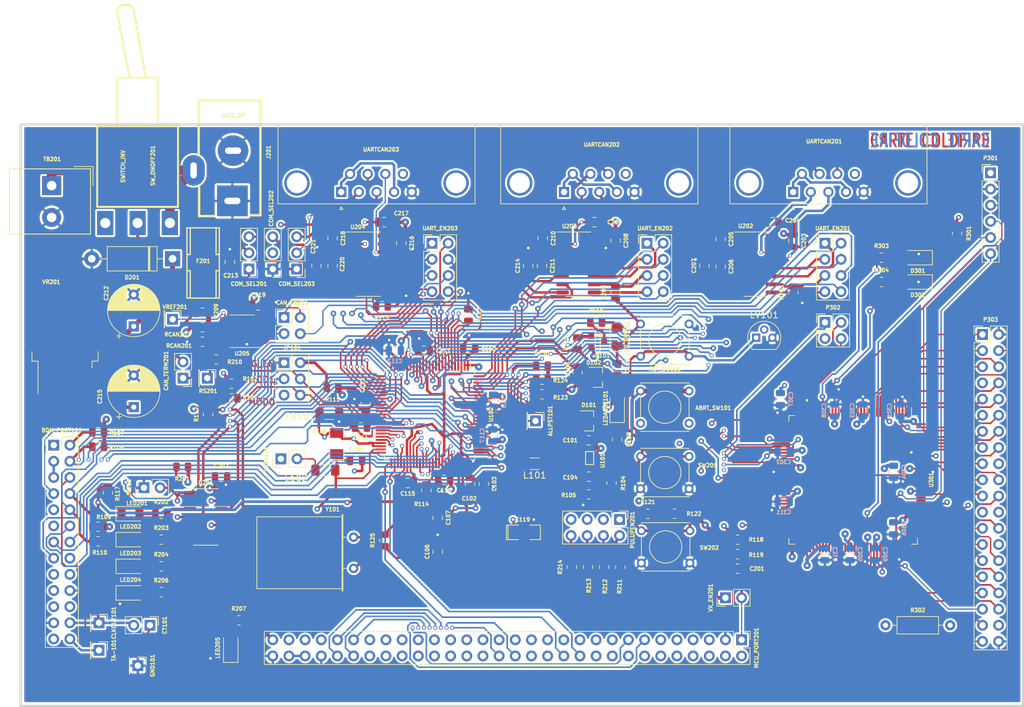
<source format=kicad_pcb>
(kicad_pcb (version 20231007) (generator pcbnew)
  (title_block (title "Demo Kicad") (date "2015-10-09") (rev "2"))
  (layers (0 "F.Cu" signal "Top_layer") (1 "In1.Cu" power "GND_layer") (2 "In2.Cu" power "VDD_layer") (31 "B.Cu" signal "Bottom_layer") (34 "B.Paste" user) (35 "F.Paste" user) (36 "B.SilkS" user "B.Silkscreen") (37 "F.SilkS" user "F.Silkscreen") (38 "B.Mask" user) (39 "F.Mask" user) (44 "Edge.Cuts" user))
  (net 0 "")
  (net 1 "/ALLPST")
  (net 2 "/AN2")
  (net 3 "/AN3")
  (net 4 "/AN4")
  (net 5 "/AN6")
  (net 6 "/BKPT-")
  (net 7 "Net-(BDM_PORT101-P22-Pad26)")
  (net 8 "/CLKMOD0")
  (net 9 "/CLKMOD1")
  (net 10 "/DDAT0")
  (net 11 "/DDAT1")
  (net 12 "/DDAT2")
  (net 13 "/DDAT3")
  (net 14 "/DSCLK")
  (net 15 "/DSI")
  (net 16 "/DSO")
  (net 17 "/DTIN1")
  (net 18 "/GPT1")
  (net 19 "/GPT3")
  (net 20 "/IRQ-5")
  (net 21 "/IRQ-6")
  (net 22 "/IRQ-7")
  (net 23 "/JTAG_EN")
  (net 24 "/PST0")
  (net 25 "/PST1")
  (net 26 "/PST2")
  (net 27 "/PST3")
  (net 28 "/QSPI_CS3")
  (net 29 "/TCLK")
  (net 30 "/VDDPLL")
  (net 31 "/inout_user/CAN_H")
  (net 32 "/inout_user/CAN_L")
  (net 33 "/inout_user/CTS0")
  (net 34 "/inout_user/CTS1")
  (net 35 "Net-(BDM_PORT101-P6)")
  (net 36 "/inout_user/RTS0")
  (net 37 "/inout_user/RTS1")
  (net 38 "/inout_user/RTS2")
  (net 39 "/inout_user/RXD0")
  (net 40 "/inout_user/RXD1")
  (net 41 "/inout_user/RXD2")
  (net 42 "/inout_user/RxD_CAN")
  (net 43 "/inout_user/TXD0")
  (net 44 "/inout_user/TXD1")
  (net 46 "/inout_user/TxD_CAN")
  (net 47 "/xilinx/+3,3V_OUT")
  (net 48 "/xilinx/LED_TEST1")
  (net 49 "/xilinx/LED_TEST2")
  (net 50 "/xilinx/TCK")
  (net 51 "/xilinx/TDI")
  (net 52 "/xilinx/TDO")
  (net 53 "/xilinx/TMS")
  (net 54 "/xilinx/XIL_D0")
  (net 55 "/xilinx/XIL_D1")
  (net 56 "/xilinx/XIL_D10")
  (net 57 "/xilinx/XIL_D11")
  (net 58 "/xilinx/XIL_D12")
  (net 59 "/xilinx/XIL_D13")
  (net 60 "/xilinx/XIL_D14")
  (net 61 "/xilinx/XIL_D15")
  (net 62 "/xilinx/XIL_D16")
  (net 63 "/xilinx/XIL_D17")
  (net 64 "/xilinx/XIL_D18")
  (net 65 "/xilinx/XIL_D19")
  (net 66 "/xilinx/XIL_D2")
  (net 67 "/xilinx/XIL_D20")
  (net 68 "/xilinx/XIL_D21")
  (net 69 "/xilinx/XIL_D22")
  (net 70 "/xilinx/XIL_D23")
  (net 71 "/xilinx/XIL_D24")
  (net 72 "/xilinx/XIL_D25")
  (net 73 "/xilinx/XIL_D26")
  (net 74 "/xilinx/XIL_D27")
  (net 75 "/xilinx/XIL_D28")
  (net 76 "/xilinx/XIL_D29")
  (net 77 "/xilinx/XIL_D3")
  (net 78 "/xilinx/XIL_D30")
  (net 79 "/xilinx/XIL_D31")
  (net 80 "/xilinx/XIL_D32")
  (net 81 "/xilinx/XIL_D33")
  (net 82 "/xilinx/XIL_D34")
  (net 83 "/xilinx/XIL_D35")
  (net 84 "/xilinx/XIL_D36")
  (net 85 "/xilinx/XIL_D4")
  (net 86 "/xilinx/XIL_D5")
  (net 87 "/xilinx/XIL_D6")
  (net 88 "/xilinx/XIL_D7")
  (net 89 "/xilinx/XIL_D8")
  (net 90 "/xilinx/XIL_D9")
  (net 91 "GND")
  (net 92 "GNDA")
  (net 93 "/AN0")
  (net 94 "/AN1")
  (net 95 "/QSPI_CS0")
  (net 96 "/AN5")
  (net 97 "/AN7")
  (net 98 "/IRQ-4")
  (net 99 "/DTIN0")
  (net 100 "/DTIN2")
  (net 101 "/DTIN3")
  (net 102 "/GPT0")
  (net 103 "/GPT2")
  (net 104 "+3.3V")
  (net 105 "/VCCA")
  (net 106 "/IRQ-1")
  (net 107 "/IRQ-2")
  (net 108 "/IRQ-3")
  (net 109 "/XTAL")
  (net 110 "/RCON-")
  (net 111 "/RSTO-")
  (net 112 "/RSTI-")
  (net 113 "/QSPI_CS1")
  (net 114 "/URTS1")
  (net 115 "/UCTS1")
  (net 116 "/QSPI_CLK")
  (net 117 "/DSPI_DOUT")
  (net 118 "/QSPI_DIN")
  (net 119 "/QSPI_CS2")
  (net 120 "/URXD1")
  (net 121 "/UTXD1")
  (net 122 "/PWM7")
  (net 123 "/PWM5")
  (net 124 "/PWM1")
  (net 125 "/PWM3")
  (net 126 "/URTS2")
  (net 127 "/UTXD2")
  (net 128 "/URXD2")
  (net 129 "/UCTS2")
  (net 130 "/CANRX")
  (net 131 "/CANTX")
  (net 132 "/URTS0")
  (net 133 "/UTXD0")
  (net 134 "/URXD0")
  (net 135 "/UCTS0")
  (net 136 "Net-(ABRT_SW101-Pad1)")
  (net 139 "Net-(C104-Pad1)")
  (net 140 "Net-(D102-K)")
  (net 141 "Net-(MCU_PORT201-P1)")
  (net 142 "Net-(U202-V+)")
  (net 143 "Net-(U202-C1+)")
  (net 144 "Net-(U202-C1-)")
  (net 145 "Net-(U202-C2+)")
  (net 146 "Net-(U202-C2-)")
  (net 147 "Net-(U202-V-)")
  (net 148 "Net-(U203-V+)")
  (net 149 "Net-(U203-C1+)")
  (net 150 "Net-(U203-C1-)")
  (net 151 "Net-(U203-C2+)")
  (net 152 "Net-(U203-C2-)")
  (net 153 "Net-(D201-K)")
  (net 154 "Net-(U203-V-)")
  (net 155 "Net-(U204-V+)")
  (net 156 "Net-(U204-C1+)")
  (net 157 "Net-(U204-C1-)")
  (net 158 "Net-(U204-C2+)")
  (net 159 "Net-(U204-C2-)")
  (net 160 "Net-(U204-V-)")
  (net 161 "Net-(CAN_TERM201-Pad2)")
  (net 162 "Net-(COM_SEL201-P3)")
  (net 163 "Net-(COM_SEL202-P3)")
  (net 164 "Net-(COM_SEL203-P3)")
  (net 165 "Net-(D101-K)")
  (net 166 "Net-(D301-A)")
  (net 167 "Net-(D302-A)")
  (net 168 "Net-(F201-Pad1)")
  (net 169 "Net-(TB201-P1)")
  (net 170 "Net-(L102-Pad1)")
  (net 171 "Net-(U201A-E)")
  (net 172 "Net-(LED201-A)")
  (net 173 "Net-(LED202-A)")
  (net 174 "Net-(LED203-A)")
  (net 175 "Net-(LED204-A)")
  (net 176 "Net-(LED205-A)")
  (net 177 "Net-(LEDABRT101-K)")
  (net 178 "Net-(LED_RST101-A)")
  (net 179 "Net-(PULUPEN201-Pad8)")
  (net 180 "Net-(PULUPEN201-Pad6)")
  (net 181 "Net-(PULUPEN201-Pad4)")
  (net 182 "Net-(PULUPEN201-Pad2)")
  (net 183 "Net-(U301-P11)")
  (net 184 "Net-(U301-P4)")
  (net 185 "Net-(Q101-B)")
  (net 186 "Net-(Q101-C)")
  (net 187 "Net-(U102-TEST)")
  (net 188 "Net-(U102-TCLK{slash}PSTCLK{slash}CLKOUT)")
  (net 189 "Net-(U201A-O)")
  (net 190 "Net-(U201B-O)")
  (net 191 "Net-(U201D-O)")
  (net 192 "Net-(U202-T2IN)")
  (net 193 "Net-(U201C-O)")
  (net 194 "Net-(U203-T2IN)")
  (net 195 "Net-(U205-Rsl)")
  (net 196 "Net-(U204-T1IN)")
  (net 197 "Net-(U202-R2OUT)")
  (net 198 "Net-(U202-T1IN)")
  (net 199 "Net-(U202-R1OUT)")
  (net 200 "Net-(U203-R2OUT)")
  (net 201 "Net-(U203-T1IN)")
  (net 202 "Net-(U203-R1OUT)")
  (net 203 "Net-(U204-R2OUT)")
  (net 204 "Net-(U204-T2IN)")
  (net 205 "Net-(U204-R1OUT)")
  (net 206 "Net-(U205-Vref)")
  (net 210 "/CLKIN{slash}EXTAL")
  (net 211 "/inout_user/TXD2{slash}CANL")
  (net 212 "/inout_user/CTS2{slash}CANH")
  (net 272 "Net-(UARTCAN201-P6)")
  (net 274 "Net-(UARTCAN202-P6)")
  (net 276 "Net-(UARTCAN203-P6)")
  (footprint "kit-dev-coldfire:SW_PUSH_SMALL" (layer "F.Cu") (at 172.339 100.33)
    (property "Reference" "ABRT_SW101")
    (property "Value" "SW_PUSH")
  )
  (footprint "Connector_PinHeader_2.54mm:PinHeader_1x01_P2.54mm_Vertical" (layer "F.Cu") (at 152.019 102.489 -90)
    (property "Reference" "ALLPST101")
    (property "Value" "CONN_1")
  )
  (footprint "Connector_PinHeader_2.54mm:PinHeader_2x13_P2.54mm_Vertical" (layer "F.Cu") (at 76.327 106.299)
    (property "Reference" "BDM_PORT101")
    (property "Value" "CONN_13X2")
  )
  (footprint "Capacitor_SMD:C_0805_2012Metric" (layer "F.Cu") (at 136.652 117.729 -90)
    (property "Reference" "C107")
    (property "Value" "10pF")
  )
  (footprint "Capacitor_SMD:C_0805_2012Metric" (layer "F.Cu") (at 136.652 123.063 90)
    (property "Reference" "C106")
    (property "Value" "10pF")
  )
  (footprint "Capacitor_SMD:C_0805_2012Metric" (layer "F.Cu") (at 164.846 94.361 90)
    (property "Reference" "C105")
    (property "Value" "1nF")
  )
  (footprint "Capacitor_SMD:C_0805_2012Metric" (layer "F.Cu") (at 141.605 91.059 180)
    (property "Reference" "C110")
    (property "Value" "100nF")
  )
  (footprint "Capacitor_SMD:C_0805_2012Metric" (layer "F.Cu") (at 134.493 91.44 180)
    (property "Reference" "C111")
    (property "Value" "100nF")
  )
  (footprint "Capacitor_SMD:C_0805_2012Metric" (layer "F.Cu") (at 125.349 99.822 -90)
    (property "Reference" "C113")
    (property "Value" "100nF")
  )
  (footprint "Capacitor_SMD:C_0805_2012Metric" (layer "F.Cu") (at 124.587 103.505 180)
    (property "Reference" "C114")
    (property "Value" "100nF")
  )
  (footprint "Capacitor_SMD:C_0805_2012Metric" (layer "F.Cu") (at 131.953 112.268 180)
    (property "Reference" "C115")
    (property "Value" "100nF")
  )
  (footprint "Capacitor_SMD:C_0805_2012Metric" (layer "F.Cu") (at 137.668 111.76 180)
    (property "Reference" "C116")
    (property "Value" "100nF")
  )
  (footprint "Capacitor_SMD:C_0805_2012Metric" (layer "F.Cu") (at 160.401 105.537)
    (property "Reference" "C101")
    (property "Value" "100nF")
  )
  (footprint "Capacitor_SMD:C_0805_2012Metric" (layer "F.Cu") (at 160.401 111.252 180)
    (property "Reference" "C104")
    (property "Value" "100nF")
  )
  (footprint "kit-dev-coldfire:SM1206POL" (layer "F.Cu") (at 120.777 106.045 90)
    (property "Reference" "C108")
    (property "Value" "10uF" hide)
  )
  (footprint "kit-dev-coldfire:SM1206POL" (layer "F.Cu") (at 150.241 120.015)
    (property "Reference" "C119")
    (property "Value" "100uF" hide)
  )
  (footprint "Capacitor_SMD:C_0805_2012Metric" (layer "F.Cu") (at 123.825 108.712)
    (property "Reference" "C109")
    (property "Value" "100nF")
  )
  (footprint "Capacitor_SMD:C_0805_2012Metric" (layer "F.Cu") (at 141.732 112.395 -90)
    (property "Reference" "C102")
    (property "Value" "1nF")
  )
  (footprint "Capacitor_SMD:C_0805_2012Metric" (layer "F.Cu") (at 143.891 112.395 -90)
    (property "Reference" "C103")
    (property "Value" "100nF")
  )
  (footprint "Capacitor_SMD:C_0805_2012Metric" (layer "F.Cu") (at 192.532 74.168 -90)
    (property "Reference" "C203")
    (property "Value" "100nF")
  )
  (footprint "Capacitor_SMD:C_0805_2012Metric" (layer "F.Cu") (at 189.23 71.247 180)
    (property "Reference" "C204")
    (property "Value" "100nF")
  )
  (footprint "Capacitor_SMD:C_0805_2012Metric" (layer "F.Cu") (at 181.102 73.914 -90)
    (property "Reference" "C205")
    (property "Value" "100nF")
  )
  (footprint "Capacitor_SMD:C_0805_2012Metric" (layer "F.Cu") (at 181.102 78.232 -90)
    (property "Reference" "C206")
    (property "Value" "100nF")
  )
  (footprint "Capacitor_SMD:C_0805_2012Metric" (layer "F.Cu") (at 102.616 111.252)
    (property "Reference" "C202")
    (property "Value" "100nF")
  )
  (footprint "Capacitor_SMD:C_0805_2012Metric" (layer "F.Cu") (at 178.562 78.105 90)
    (property "Reference" "C207")
    (property "Value" "100nF")
  )
  (footprint "Capacitor_SMD:C_0805_2012Metric" (layer "F.Cu") (at 164.592 74.168 -90)
    (property "Reference" "C208")
    (property "Value" "100nF")
  )
  (footprint "Capacitor_SMD:C_0805_2012Metric" (layer "F.Cu") (at 161.29 71.247 180)
    (property "Reference" "C209")
    (property "Value" "100nF")
  )
  (footprint "Capacitor_SMD:C_0805_2012Metric" (layer "F.Cu") (at 153.162 73.787 -90)
    (property "Reference" "C210")
    (property "Value" "100nF")
  )
  (footprint "Capacitor_SMD:C_0805_2012Metric" (layer "F.Cu") (at 153.035 78.105 -90)
    (property "Reference" "C211")
    (property "Value" "100nF")
  )
  (footprint "Capacitor_SMD:C_0805_2012Metric" (layer "F.Cu") (at 150.876 78.105 90)
    (property "Reference" "C214")
    (property "Value" "100nF")
  )
  (footprint "Capacitor_SMD:C_0805_2012Metric" (layer "F.Cu") (at 108.458 84.328)
    (property "Reference" "C219")
    (property "Value" "100nF")
  )
  (footprint "Capacitor_SMD:C_0805_2012Metric" (layer "F.Cu") (at 128.27 71.247 180)
    (property "Reference" "C217")
    (property "Value" "100nF")
  )
  (footprint "Capacitor_SMD:C_0805_2012Metric" (layer "F.Cu") (at 120.142 78.105 -90)
    (property "Reference" "C220")
    (property "Value" "100nF")
  )
  (footprint "Capacitor_THT:CP_Radial_D8.0mm_P5.00mm" (layer "F.Cu") (at 88.9 87.63 90)
    (property "Reference" "C212")
    (property "Value" "10uF")
  )
  (footprint "Capacitor_THT:CP_Radial_D8.0mm_P5.00mm" (layer "F.Cu") (at 88.9 100.33 90)
    (property "Reference" "C215")
    (property "Value" "220uF")
  )
  (footprint "Capacitor_SMD:C_0805_2012Metric" (layer "F.Cu") (at 104 77.5 90)
    (property "Reference" "C213")
    (property "Value" "100nF")
  )
  (footprint "Capacitor_SMD:C_0805_2012Metric" (layer "F.Cu") (at 183.769 125.73)
    (property "Reference" "C201")
    (property "Value" "100nF")
  )
  (footprint "Capacitor_SMD:C_0805_2012Metric" (layer "F.Cu") (at 120.142 73.787 -90)
    (property "Reference" "C218")
    (property "Value" "100nF")
  )
  (footprint "Capacitor_SMD:C_0805_2012Metric" (layer "F.Cu") (at 117.602 78.105 90)
    (property "Reference" "C221")
    (property "Value" "100nF")
  )
  (footprint "Capacitor_SMD:C_0805_2012Metric" (layer "F.Cu") (at 130.937 74.549 -90)
    (property "Reference" "C216")
    (property "Value" "100nF")
  )
  (footprint "Connector_PinHeader_2.54mm:PinHeader_1x02_P2.54mm_Vertical" (layer "F.Cu") (at 96.647 95.758 180)
    (property "Reference" "CAN_TERM201")
    (property "Value" "JUMPER")
  )
  (footprint "Connector_PinHeader_2.54mm:PinHeader_1x01_P2.54mm_Vertical" (layer "F.Cu") (at 83.439 134.239 -90)
    (property "Reference" "CLKOUT101")
    (property "Value" "CONN_1")
  )
  (footprint "Connector_PinHeader_2.54mm:PinHeader_1x03_P2.54mm_Vertical" (layer "F.Cu") (at 114.5 78.613 180)
    (property "Reference" "COM_SEL203")
    (property "Value" "CONN_3")
  )
  (footprint "Connector_PinHeader_2.54mm:PinHeader_1x03_P2.54mm_Vertical" (layer "F.Cu") (at 110.744 78.613 180)
    (property "Reference" "COM_SEL202")
    (property "Value" "CONN_3")
  )
  (footprint "Connector_PinHeader_2.54mm:PinHeader_1x02_P2.54mm_Vertical" (layer "F.Cu") (at 91.44 134.62 -90)
    (property "Reference" "CT101")
    (property "Value" "JUMPER")
  )
  (footprint "Diode_SMD:D_SOT-23_ANK" (layer "F.Cu") (at 160.401 102.489)
    (property "Reference" "D101")
    (property "Value" "BAT54")
  )
  (footprint "Diode_SMD:D_SOT-23_ANK" (layer "F.Cu") (at 161.798 95.631)
    (property "Reference" "D102")
    (property "Value" "BAT54")
  )
  (footprint "Diode_THT:D_DO-15_P12.70mm_Horizontal" (layer "F.Cu") (at 95 77 180)
    (property "Reference" "D201")
    (property "Value" "1N4004")
  )
  (footprint "LED_SMD:LED_1206_3216Metric" (layer "F.Cu") (at 212.09 76.835 180)
    (property "Reference" "D301")
    (property "Value" "LED")
  )
  (footprint "LED_SMD:LED_1206_3216Metric" (layer "F.Cu") (at 212.09 80.645 180)
    (property "Reference" "D302")
    (property "Value" "LED")
  )
  (footprint "kit-dev-coldfire:FSUPCMS" (layer "F.Cu") (at 99.8 77.6 -90)
    (property "Reference" "F201")
    (property "Value" "FUSE")
  )
  (footprint "Resistor_SMD:R_1206_3216Metric_Pad1.30x1.75mm_HandSolder" (layer "F.Cu") (at 119.634 101.346 180)
    (property "Reference" "FB101")
    (property "Value" "BEAD")
  )
  (footprint "Connector_PinHeader_2.54mm:PinHeader_1x01_P2.54mm_Vertical" (layer "F.Cu") (at 89.535 140.97 -90)
    (property "Reference" "GND101")
    (property "Value" "CONN_1")
  )
  (footprint "kit-dev-coldfire:JACK_ALIM" (layer "F.Cu") (at 104.5 60 -90)
    (property "Reference" "J201")
    (property "Value" "JACK_2P")
  )
  (footprint "Resistor_SMD:R_1206_3216Metric_Pad1.30x1.75mm_HandSolder" (layer "F.Cu") (at 118.999 110.236)
    (property "Reference" "L102")
    (property "Value" "10uH")
  )
  (footprint "Resistor_SMD:R_1206_3216Metric_Pad1.30x1.75mm_HandSolder" (layer "F.Cu") (at 151.892 109.22 180)
    (property "Reference" "L101")
    (property "Value" "10uH")
  )
  (footprint "LED_SMD:LED_1206_3216Metric" (layer "F.Cu") (at 88.392 117.094)
    (property "Reference" "LED201")
    (property "Value" "LED")
  )
  (footprint "LED_SMD:LED_1206_3216Metric" (layer "F.Cu") (at 88.392 121.158)
    (property "Reference" "LED202")
    (property "Value" "LED")
  )
  (footprint "LED_SMD:LED_1206_3216Metric" (layer "F.Cu") (at 88.392 125.349)
    (property "Reference" "LED203")
    (property "Value" "LED")
  )
  (footprint "LED_SMD:LED_1206_3216Metric" (layer "F.Cu") (at 88.392 129.54)
    (property "Reference" "LED204")
    (property "Value" "LED")
  )
  (footprint "LED_SMD:LED_1206_3216Metric" (layer "F.Cu") (at 104.14 138.176 90)
    (property "Reference" "LED205")
    (property "Value" "LED")
  )
  (footprint "LED_SMD:LED_1206_3216Metric" (layer "F.Cu") (at 164.846 100.457 90)
    (property "Reference" "LEDABRT101")
    (property "Value" "LED_RED")
  )
  (footprint "Package_TO_SOT_THT:TO-92" (layer "F.Cu") (at 186.69 89.408)
    (property "Reference" "LV101")
    (property "Value" "DS1818")
  )
  (footprint "Connector_PinHeader_2.54mm:PinHeader_2x30_P2.54mm_Vertical" (layer "F.Cu") (at 184.404 136.906 -90)
    (property "Reference" "MCU_PORT201")
    (property "Value" "CONN_30X2")
  )
  (footprint "Connector_PinHeader_2.54mm:PinHeader_1x06_P2.54mm_Vertical" (layer "F.Cu") (at 223.52 63.5)
    (property "Reference" "P301")
    (property "Value" "CONN_6")
  )
  (footprint "Connector_PinHeader_2.54mm:PinHeader_2x20_P2.54mm_Vertical" (layer "F.Cu") (at 222.25 88.9)
    (property "Reference" "P303")
    (property "Value" "CONN_20X2")
  )
  (footprint "Connector_PinHeader_2.54mm:PinHeader_2x04_P2.54mm_Vertical" (layer "F.Cu") (at 165.227 117.983 -90)
    (property "Reference" "PULUPEN201")
    (property "Value" "CONN_4X2")
  )
  (footprint "kit-dev-coldfire:SOT23EBC" (layer "F.Cu") (at 161.798 90.043 90)
    (property "Reference" "Q101")
    (property "Value" "3906" hide)
  )
  (footprint "Resistor_SMD:R_0805_2012Metric" (layer "F.Cu") (at 128.27 121.285 90)
    (property "Reference" "R125")
    (property "Value" "1M")
  )
  (footprint "Resistor_SMD:R_0805_2012Metric" (layer "F.Cu") (at 104.267 96.647)
    (property "Reference" "R102")
    (property "Value" "4,7K")
  )
  (footprint "Resistor_SMD:R_0805_2012Metric" (layer "F.Cu") (at 183.769 121.158 180)
    (property "Reference" "R118")
    (property "Value" "10K")
  )
  (footprint "Resistor_SMD:R_0805_2012Metric" (layer "F.Cu") (at 183.769 123.444 180)
    (property "Reference" "R119")
    (property "Value" "10K")
  )
  (footprint "Resistor_SMD:R_0805_2012Metric" (layer "F.Cu") (at 153.035 93.853)
    (property "Reference" "R120")
    (property "Value" "10K")
  )
  (footprint "Resistor_SMD:R_0805_2012Metric" (layer "F.Cu") (at 163.957 112.268 -90)
    (property "Reference" "R104")
    (property "Value" "1K")
  )
  (footprint "Resistor_SMD:R_0805_2012Metric" (layer "F.Cu") (at 169.672 117.094)
    (property "Reference" "R121")
    (property "Value" "10K")
  )
  (footprint "Resistor_SMD:R_0805_2012Metric" (layer "F.Cu") (at 141.478 85.852 90)
    (property "Reference" "R113")
    (property "Value" "0")
  )
  (footprint "Resistor_SMD:R_0805_2012Metric" (layer "F.Cu") (at 173.863 117.094 180)
    (property "Reference" "R122")
    (property "Value" "10K")
  )
  (footprint "Resistor_SMD:R_0805_2012Metric" (layer "F.Cu") (at 153.035 98.298)
    (property "Reference" "R123")
    (property "Value" "10K")
  )
  (footprint "Resistor_SMD:R_0805_2012Metric" (layer "F.Cu") (at 160.401 114.046 180)
    (property "Reference" "R105")
    (property "Value" "20K")
  )
  (footprint "Resistor_SMD:R_0805_2012Metric" (layer "F.Cu") (at 153.035 96.012)
    (property "Reference" "R124")
    (property "Value" "10K")
  )
  (footprint "Resistor_SMD:R_0805_2012Metric" (layer "F.Cu") (at 164.846 105.41 -90)
    (property "Reference" "R103")
    (property "Value" "270")
  )
  (footprint "Resistor_SMD:R_0805_2012Metric" (layer "F.Cu") (at 158.623 94.869 90)
    (property "Reference" "R106")
    (property "Value" "4,7K")
  )
  (footprint "Resistor_SMD:R_0805_2012Metric" (layer "F.Cu") (at 120.142 97.282 180)
    (property "Reference" "R111")
    (property "Value" "4,7K")
  )
  (footprint "Resistor_SMD:R_0805_2012Metric" (layer "F.Cu") (at 83.312 104.267 180)
    (property "Reference" "R107")
    (property "Value" "4,7K")
  )
  (footprint "Resistor_SMD:R_0805_2012Metric" (layer "F.Cu") (at 83.312 106.553 180)
    (property "Reference" "R108")
    (property "Value" "4,7K")
  )
  (footprint "Resistor_SMD:R_0805_2012Metric" (layer "F.Cu") (at 83.312 119.126 180)
    (property "Reference" "R109")
    (property "Value" "4,7K")
  )
  (footprint "Resistor_SMD:R_0805_2012Metric" (layer "F.Cu") (at 83.312 121.412 180)
    (property "Reference" "R110")
    (property "Value" "4,7K")
  )
  (footprint "Resistor_SMD:R_0805_2012Metric" (layer "F.Cu") (at 158.623 90.297 90)
    (property "Reference" "R115")
    (property "Value" "4.7K")
  )
  (footprint "Resistor_SMD:R_0805_2012Metric" (layer "F.Cu") (at 161.544 86.995)
    (property "Reference" "R116")
    (property "Value" "270")
  )
  (footprint "Resistor_SMD:R_0805_2012Metric" (layer "F.Cu") (at 127.889 84.455 180)
    (property "Reference" "R215")
    (property "Value" "10K")
  )
  (footprint "Resistor_SMD:R_0805_2012Metric" (layer "F.Cu") (at 104.267 98.933)
    (property "Reference" "R101")
    (property "Value" "4,7K")
  )
  (footprint "Resistor_SMD:R_0805_2012Metric" (layer "F.Cu") (at 84.836 113.792 -90)
    (property "Reference" "R117")
    (property "Value" "10K")
  )
  (footprint "Resistor_SMD:R_0805_2012Metric" (layer "F.Cu") (at 93.218 117.094)
    (property "Reference" "R202")
    (property "Value" "270")
  )
  (footprint "Resistor_SMD:R_0805_2012Metric" (layer "F.Cu") (at 192.532 82.296 90)
    (property "Reference" "R205")
    (property "Value" "10K")
  )
  (footprint "Resistor_SMD:R_0805_2012Metric" (layer "F.Cu") (at 93.218 121.158)
    (property "Reference" "R203")
    (property "Value" "270")
  )
  (footprint "Resistor_SMD:R_0805_2012Metric" (layer "F.Cu") (at 93.218 125.349)
    (property "Reference" "R204")
    (property "Value" "270")
  )
  (footprint "Resistor_SMD:R_0805_2012Metric" (layer "F.Cu") (at 93.218 129.413)
    (property "Reference" "R206")
    (property "Value" "270")
  )
  (footprint "Resistor_SMD:R_0805_2012Metric" (layer "F.Cu") (at 96.52 109.728 180)
    (property "Reference" "R201")
    (property "Value" "10K")
  )
  (footprint "Resistor_SMD:R_0805_2012Metric" (layer "F.Cu") (at 164.592 82.296 90)
    (property "Reference" "R208")
    (property "Value" "10K")
  )
  (footprint "Resistor_SMD:R_0805_2012Metric" (layer "F.Cu") (at 101.854 92.837)
    (property "Reference" "R210")
    (property "Value" "1K")
  )
  (footprint "Resistor_SMD:R_0805_2012Metric" (layer "F.Cu") (at 99.695 85.471 180)
    (property "Reference" "R209")
    (property "Value" "62")
  )
  (footprint "Resistor_SMD:R_0805_2012Metric" (layer "F.Cu") (at 100.584 101.473 90)
    (property "Reference" "R112")
    (property "Value" "4,7K")
  )
  (footprint "Resistor_SMD:R_0805_2012Metric" (layer "F.Cu") (at 134.874 113.411 -90)
    (property "Reference" "R114")
    (property "Value" "22")
  )
  (footprint "Resistor_SMD:R_0805_2012Metric" (layer "F.Cu") (at 157.734 125.476 90)
    (property "Reference" "R214")
    (property "Value" "4,7K")
  )
  (footprint "Resistor_SMD:R_0805_2012Metric" (layer "F.Cu") (at 160.274 125.476 90)
    (property "Reference" "R213")
    (property "Value" "4,7K")
  )
  (footprint "Resistor_SMD:R_0805_2012Metric" (layer "F.Cu") (at 162.814 125.476 90)
    (property "Reference" "R212")
    (property "Value" "4,7K")
  )
  (footprint "Resistor_SMD:R_0805_2012Metric" (layer "F.Cu") (at 165.354 125.476 90)
    (property "Reference" "R211")
    (property "Value" "4,7K")
  )
  (footprint "Resistor_SMD:R_0805_2012Metric" (layer "F.Cu") (at 105.41 133.858)
    (property "Reference" "R207")
    (property "Value" "270")
  )
  (footprint "Resistor_SMD:R_0805_2012Metric" (layer "F.Cu") (at 218.25 73 -90)
    (property "Reference" "R301")
    (property "Value" "4K7")
  )
  (footprint "Resistor_SMD:R_0805_2012Metric" (layer "F.Cu") (at 206.375 76.835)
    (property "Reference" "R303")
    (property "Value" "1K")
  )
  (footprint "Resistor_SMD:R_0805_2012Metric" (layer "F.Cu") (at 206.375 80.645)
    (property "Reference" "R304")
    (property "Value" "1K")
  )
  (footprint "Resistor_THT:R_Axial_DIN0207_L6.3mm_D2.5mm_P10.16mm_Horizontal" (layer "F.Cu") (at 207.01 134.62)
    (property "Reference" "R302")
    (property "Value" "3,3")
  )
  (footprint "Resistor_SMD:R_0805_2012Metric" (layer "F.Cu") (at 99.695 87.757)
    (property "Reference" "RCAN202")
    (property "Value" "R")
  )
  (footprint "Resistor_SMD:R_0805_2012Metric" (layer "F.Cu") (at 99.695 90.043)
    (property "Reference" "RCAN201")
    (property "Value" "R")
  )
  (footprint "LED_SMD:LED_1206_3216Metric" (layer "F.Cu") (at 164.846 89.281 90)
    (property "Reference" "LED_RST101")
    (property "Value" "LED_RED")
  )
  (footprint "Connector_PinHeader_2.54mm:PinHeader_1x01_P2.54mm_Vertical" (layer "F.Cu") (at 100.457 95.758 -90)
    (property "Reference" "RS201")
    (property "Value" "CONN_1")
  )
  (footprint "kit-dev-coldfire:SW_PUSH_SMALL" (layer "F.Cu") (at 172.339 89.789 180)
    (property "Reference" "RST_SW101")
    (property "Value" "SW_PUSH")
  )
  (footprint "kit-dev-coldfire:SW_PUSH_SMALL" (layer "F.Cu") (at 172.339 110.617)
    (property "Reference" "SW201")
    (property "Value" "SW_PUSH")
  )
  (footprint "kit-dev-coldfire:SW_PUSH_SMALL" (layer "F.Cu") (at 172.466 122.301)
    (property "Reference" "SW202")
    (property "Value" "SW_PUSH")
  )
  (footprint "kit-dev-coldfire:SW_SPDT" (layer "F.Cu") (at 89.5 71.374 90)
    (property "Reference" "SW_ONOFF201")
    (property "Value" "SWITCH_INV")
  )
  (footprint "Connector_PinHeader_2.54mm:PinHeader_1x01_P2.54mm_Vertical" (layer "F.Cu") (at 83.439 138.557 -90)
    (property "Reference" "TA-101")
    (property "Value" "CONN_1")
  )
  (footprint "TerminalBlock_Altech:Altech_AK300_1x02_P5.00mm_45-Degree" (layer "F.Cu") (at 76 65.5 -90)
    (property "Reference" "TB201")
    (property "Value" "CONN_2")
  )
  (footprint "Package_QFP:LQFP-100_14x14mm_P0.5mm" (layer "F.Cu") (at 135.382 101.473 -90)
    (property "Reference" "U102")
    (property "Value" "MCF5213-LQFP100")
  )
  (footprint "kit-dev-coldfire:SOT353" (layer "F.Cu") (at 160.528 108.331)
    (property "Reference" "U101")
    (property "Value" "74AHC1G14" hide)
  )
  (footprint "Package_SO:SOIC-16_3.9x9.9mm_P1.27mm" (layer "F.Cu") (at 186.69 77.851)
    (property "Reference" "U202")
    (property "Value" "MAX202")
  )
  (footprint "Package_SO:SOIC-16_3.9x9.9mm_P1.27mm" (layer "F.Cu") (at 158.75 77.851)
    (property "Reference" "U203")
    (property "Value" "MAX202")
  )
  (footprint "Package_SO:SOIC-8_3.9x4.9mm_P1.27mm" (layer "F.Cu") (at 105.918 88.392 180)
    (property "Reference" "U205")
    (property "Value" "PCA82C251")
  )
  (footprint "Package_SO:SOIC-16_3.9x9.9mm_P1.27mm" (layer "F.Cu") (at 125.73 77.851)
    (property "Reference" "U204")
    (property "Value" "MAX202")
  )
  (footprint "Connector_PinHeader_2.54mm:PinHeader_2x04_P2.54mm_Vertical" (layer "F.Cu") (at 197.485 74.549)
    (property "Reference" "UART_EN201")
    (property "Value" "CONN_4X2")
  )
  (footprint "Connector_PinHeader_2.54mm:PinHeader_2x04_P2.54mm_Vertical" (layer "F.Cu") (at 169.545 74.549)
    (property "Reference" "UART_EN202")
    (property "Value" "CONN_4X2")
  )
  (footprint "Connector_PinHeader_2.54mm:PinHeader_2x04_P2.54mm_Vertical" (layer "F.Cu") (at 135.763 74.549)
    (property "Reference" "UART_EN203")
    (property "Value" "CONN_4X2")
  )
  (footprint "Connector_PinHeader_2.54mm:PinHeader_1x02_P2.54mm_Vertical" (layer "F.Cu") (at 112.014 108.458 90)
    (property "Reference" "VDDA101")
    (property "Value" "JUMPER")
  )
  (footprint "Package_TO_SOT_SMD:TO-263-5_TabPin3" (layer "F.Cu") (at 78.105 88.265 90)
    (property "Reference" "VR201")
    (property "Value" "LT1129_QPACK")
  )
  (footprint "Crystal:Crystal_HC18-U_Horizontal" (layer "F.Cu") (at 123.444 120.777 -90)
    (property "Reference" "Y101")
    (property "Value" "8MHz")
  )
  (footprint "Package_QFP:TQFP-144_20x20mm_P0.5mm" (layer "F.Cu") (at 201.93 111.76 -90)
    (property "Reference" "U301")
    (property "Value" "XCR3256-TQ144")
  )
  (footprint "Connector_PinHeader_2.54mm:PinHeader_2x02_P2.54mm_Vertical" (layer "F.Cu") (at 112.522 86.233)
    (property "Reference" "CAN_EN201")
    (property "Value" "CONN_2X2")
  )
  (footprint "Connector_PinHeader_2.54mm:PinHeader_1x02_P2.54mm_Vertical" (layer "F.Cu") (at 181.864 130.302 90)
    (property "Reference" "VX_EN201")
    (property "Value" "JUMPER")
  )
  (footprint "Package_SO:SOIC-14_3.9x8.7mm_P1.27mm" (layer "F.Cu") (at 100.203 117.602)
    (property "Reference" "U201")
    (property "Value" "74HC125")
  )
  (footprint "Connector_PinHeader_2.54mm:PinHeader_2x03_P2.54mm_Vertical" (layer "F.Cu") (at 112.522 93.345)
    (property "Reference" "JP101")
    (property "Value" "JUMPER_TRIPLE")
  )
  (footprint "Connector_PinHeader_2.54mm:PinHeader_2x02_P2.54mm_Vertical" (layer "F.Cu") (at 197.5 87)
    (property "Reference" "P302")
    (property "Value" "CONN_2X2")
  )
  (footprint "Connector_PinHeader_2.54mm:PinHeader_1x03_P2.54mm_Vertical" (layer "F.Cu") (at 107 78.613 180)
    (property "Reference" "COM_SEL201")
    (property "Value" "CONN_3")
  )
  (footprint "Connector_PinHeader_2.54mm:PinHeader_1x02_P2.54mm_Vertical" (layer "F.Cu") (at 90.5 113 90)
    (property "Reference" "JP201")
    (property "Value" "JUMPER")
  )
  (footprint "Connector_Dsub:DSUB-9_Female_Horizontal_P2.77x2.84mm_EdgePinOffset7.70mm_Housed_MountingHolesOffset9.12mm" (layer "F.Cu") (at 192.5 66.5 180)
    (property "Reference" "UARTCAN201")
    (property "Value" "DB9")
  )
  (footprint "Connector_Dsub:DSUB-9_Female_Horizontal_P2.77x2.84mm_EdgePinOffset7.70mm_Housed_MountingHolesOffset9.12mm" (layer "F.Cu") (at 156.5 66.5 180)
    (property "Reference" "UARTCAN202")
    (property "Value" "DB9")
  )
  (footprint "Connector_Dsub:DSUB-9_Female_Horizontal_P2.77x2.84mm_EdgePinOffset7.70mm_Housed_MountingHolesOffset9.12mm" (layer "F.Cu") (at 121.5 66.5 180)
    (property "Reference" "UARTCAN203")
    (property "Value" "DB9")
  )
  (footprint "Connector_PinHeader_2.54mm:PinHeader_1x01_P2.54mm_Vertical" (layer "F.Cu") (at 95 86.5 -90)
    (property "Reference" "VREF201")
    (property "Value" "CONN_1")
  )
  (footprint "Capacitor_SMD:C_0805_2012Metric" (layer "B.Cu") (at 129.921 91.44 180)
    (property "Reference" "C112")
    (property "Value" "100nF")
  )
  (footprint "Capacitor_SMD:C_0805_2012Metric" (layer "B.Cu") (at 145.288 104.775 90)
    (property "Reference" "C117")
    (property "Value" "100nF")
  )
  (footprint "Capacitor_SMD:C_0805_2012Metric" (layer "B.Cu") (at 145.415 99.314 -90)
    (property "Reference" "C118")
    (property "Value" "100nF")
  )
  (footprint "Capacitor_SMD:C_0805_2012Metric" (layer "B.Cu") (at 209.296 100.838 90)
    (property "Reference" "C301")
    (property "Value" "100nF")
  )
  (footprint "Capacitor_SMD:C_0805_2012Metric" (layer "B.Cu") (at 191.008 107.315 180)
    (property "Reference" "C302")
    (property "Value" "100nF")
  )
  (footprint "Capacitor_SMD:C_0805_2012Metric" (layer "B.Cu") (at 203.454 100.838 90)
    (property "Reference" "C303")
    (property "Value" "100nF")
  )
  (footprint "Capacitor_SMD:C_0805_2012Metric" (layer "B.Cu") (at 208.28 110.49 -90)
    (property "Reference" "C304")
    (property "Value" "100nF")
  )
  (footprint "Capacitor_SMD:C_0805_2012Metric" (layer "B.Cu") (at 201.422 123.444 -90)
    (property "Reference" "C305")
    (property "Value" "100nF")
  )
  (footprint "Capacitor_SMD:C_0805_2012Metric" (layer "B.Cu") (at 208.28 119.38 -90)
    (property "Reference" "C306")
    (property "Value" "100nF")
  )
  (footprint "Capacitor_SMD:C_0805_2012Metric" (layer "B.Cu") (at 190.5 99.06 -90)
    (property "Reference" "C307")
    (property "Value" "100nF")
  )
  (footprint "Capacitor_SMD:C_0805_2012Metric" (layer "B.Cu") (at 199.009 100.838 90)
    (property "Reference" "C308")
    (property "Value" "100nF")
  )
  (footprint "Capacitor_SMD:C_0805_2012Metric" (layer "B.Cu") (at 205.359 123.444 -90)
    (property "Reference" "C309")
    (property "Value" "100nF")
  )
  (footprint "Capacitor_SMD:C_0805_2012Metric" (layer "B.Cu") (at 197.485 123.444 -90)
    (property "Reference" "C310")
    (property "Value" "100nF")
  )
  (footprint "Capacitor_SMD:C_0805_2012Metric" (layer "B.Cu") (at 191.008 115.189 180)
    (property "Reference" "C311")
    (property "Value" "100nF")
  )
  (gr_line (start 71.12 147.32) (end 228.6 147.32) (stroke (width 0.381)) (layer "Edge.Cuts"))
  (gr_line (start 71.12 55.88) (end 71.12 147.32) (stroke (width 0.381)) (layer "Edge.Cuts"))
  (gr_line (start 228.6 55.88) (end 228.6 147.32) (stroke (width 0.381)) (layer "Edge.Cuts"))
  (gr_line (start 228.6 55.88) (end 71.12 55.88) (stroke (width 0.381)) (layer "Edge.Cuts"))
  (gr_text "JTAG_EN\n" (at 108 93.5 0) (layer "F.Cu") (effects (font (size 1 1) (thickness 0.2))))
  (gr_text "CARTE COLDFIRE" (at 213.995 58.42 0) (layer "F.Cu") (effects (font (size 2.032 1.524) (thickness 0.3048))))
  (gr_text "MOD1" (at 109 96 0) (layer "F.Cu") (effects (font (size 1 1) (thickness 0.2))))
  (gr_text "MOD0" (at 109 99.5 0) (layer "F.Cu") (effects (font (size 1 1) (thickness 0.2))))
  (gr_text "CARTE COLDFIRE" (at 213.995 58.42 0) (layer "B.Cu") (effects (font (size 2.032 1.524) (thickness 0.3048)) (justify mirror)))
  (segment (start 152.019 102.489) (end 143.129 102.4636) (width 0.254) (layer "F.Cu") (net 1))
  (segment (start 128.8034 104.9782) (end 127.635 104.9782) (width 0.254) (layer "F.Cu") (net 2))
  (segment (start 129.54 105.41) (end 129.032 105.156) (width 0.254) (layer "F.Cu") (net 2))
  (segment (start 129.032 105.156) (end 128.8034 104.9782) (width 0.254) (layer "F.Cu") (net 2))
  (via (at 129.54 105.41) (size 0.635) (drill 0.4) (layers "F.Cu" "B.Cu") (net 2))
  (segment (start 129.54 106.299) (end 129.032 106.299) (width 0.254) (layer "F.Cu") (net 3))
  (segment (start 129.032 105.791) (end 128.7272 105.4862) (width 0.254) (layer "F.Cu") (net 3))
  (segment (start 129.032 106.299) (end 129.032 105.791) (width 0.254) (layer "F.Cu") (net 3))
  (segment (start 128.7272 105.4862) (end 127.635 105.4862) (width 0.254) (layer "F.Cu") (net 3))
  (via (at 129.54 106.299) (size 0.635) (drill 0.4) (layers "F.Cu" "B.Cu") (net 3))
  (segment (start 130.8862 107.6198) (end 130.8862 109.22) (width 0.254) (layer "F.Cu") (net 4))
  (segment (start 131.064 107.442) (end 131.064 106.426) (width 0.254) (layer "F.Cu") (net 4))
  (segment (start 130.8862 107.6198) (end 131.064 107.442) (width 0.254) (layer "F.Cu") (net 4))
  (via (at 131.064 106.426) (size 0.635) (drill 0.4) (layers "F.Cu" "B.Cu") (net 4))
  (segment (start 129.8956 110.3884) (end 129.8956 109.22) (width 0.254) (layer "F.Cu") (net 5))
  (segment (start 129.159 111.125) (end 129.8956 110.3884) (width 0.254) (layer "F.Cu") (net 5))
  (segment (start 129.159 112.014) (end 129.159 111.125) (width 0.254) (layer "F.Cu") (net 5))
  (via (at 129.159 112.014) (size 0.889) (drill 0.4) (layers "F.Cu" "B.Cu") (net 5))
  (segment (start 159.004 139.446) (end 159.004 139.319) (width 0.254) (layer "B.Cu") (net 5))
  (segment (start 157.734 138.049) (end 157.734 136.017) (width 0.254) (layer "B.Cu") (net 5))
  (segment (start 138.43 132.461) (end 129.159 123.19) (width 0.254) (layer "B.Cu") (net 5))
  (segment (start 159.004 139.319) (end 157.734 138.049) (width 0.254) (layer "B.Cu") (net 5))
  (segment (start 154.178 132.461) (end 138.43 132.461) (width 0.254) (layer "B.Cu") (net 5))
  (segment (start 129.159 123.19) (end 129.159 112.014) (width 0.254) (layer "B.Cu") (net 5))
  (segment (start 157.734 136.017) (end 154.178 132.461) (width 0.254) (layer "B.Cu") (net 5))
  (segment (start 144.5514 107.4674) (end 143.129 107.4674) (width 0.254) (layer "F.Cu") (net 6))
  (segment (start 145.288 108.204) (end 144.5514 107.4674) (width 0.254) (layer "F.Cu") (net 6))
  (segment (start 146.431 109.855) (end 145.288 108.712) (width 0.254) (layer "F.Cu") (net 6))
  (segment (start 146.685 109.855) (end 146.431 109.855) (width 0.254) (layer "F.Cu") (net 6))
  (segment (start 145.288 108.712) (end 145.288 108.204) (width 0.254) (layer "F.Cu") (net 6))
  (segment (start 78.867 106.299) (end 80.391 104.775) (width 0.381) (layer "F.Cu") (net 6))
  (segment (start 82.3595 104.267) (end 80.899 104.267) (width 0.4318) (layer "F.Cu") (net 6))
  (segment (start 80.899 104.267) (end 80.391 104.775) (width 0.4318) (layer "F.Cu") (net 6))
  (via (at 146.685 109.855) (size 0.889) (drill 0.4) (layers "F.Cu" "B.Cu") (net 6))
  (via (at 87.63 112.141) (size 0.889) (drill 0.4) (layers "F.Cu" "B.Cu") (net 6))
  (segment (start 87.63 113.13) (end 89.181 114.681) (width 0.254) (layer "B.Cu") (net 6))
  (segment (start 107.696 111.379) (end 110.49 114.173) (width 0.254) (layer "B.Cu") (net 6))
  (segment (start 119.253 112.649) (end 125.476 112.649) (width 0.254) (layer "B.Cu") (net 6))
  (segment (start 141.732 111.76) (end 143.637 109.855) (width 0.254) (layer "B.Cu") (net 6))
  (segment (start 125.476 112.649) (end 127.508 110.617) (width 0.254) (layer "B.Cu") (net 6))
  (segment (start 97.917 113.665) (end 100.203 111.379) (width 0.254) (layer "B.Cu") (net 6))
  (segment (start 95.377 113.665) (end 97.917 113.665) (width 0.254) (layer "B.Cu") (net 6))
  (segment (start 110.49 114.173) (end 117.729 114.173) (width 0.254) (layer "B.Cu") (net 6))
  (segment (start 127.508 110.617) (end 132.461 110.617) (width 0.254) (layer "B.Cu") (net 6))
  (segment (start 100.203 111.379) (end 107.696 111.379) (width 0.254) (layer "B.Cu") (net 6))
  (segment (start 133.604 111.76) (end 141.732 111.76) (width 0.254) (layer "B.Cu") (net 6))
  (segment (start 89.181 114.681) (end 94.361 114.681) (width 0.254) (layer "B.Cu") (net 6))
  (segment (start 117.729 114.173) (end 119.253 112.649) (width 0.254) (layer "B.Cu") (net 6))
  (segment (start 143.637 109.855) (end 146.685 109.855) (width 0.254) (layer "B.Cu") (net 6))
  (segment (start 87.63 112.141) (end 87.63 113.13) (width 0.254) (layer "B.Cu") (net 6))
  (segment (start 94.361 114.681) (end 95.377 113.665) (width 0.254) (layer "B.Cu") (net 6))
  (segment (start 132.461 110.617) (end 133.604 111.76) (width 0.254) (layer "B.Cu") (net 6))
  (segment (start 83.439 138.557) (end 80.645 138.557) (width 0.381) (layer "B.Cu") (net 7))
  (segment (start 80.645 138.557) (end 78.867 136.779) (width 0.381) (layer "B.Cu") (net 7))
  (segment (start 113.792 97.155) (end 108.345 97.155) (width 0.254) (layer "F.Cu") (net 8))
  (segment (start 115.062 98.425) (end 113.792 97.155) (width 0.254) (layer "F.Cu") (net 8))
  (segment (start 123.19 101.981) (end 123.19 100.965) (width 0.254) (layer "F.Cu") (net 8))
  (segment (start 122.174 99.949) (end 118.11 99.949) (width 0.254) (layer "F.Cu") (net 8))
  (segment (start 118.11 99.949) (end 116.586 98.425) (width 0.254) (layer "F.Cu") (net 8))
  (segment (start 123.19 100.965) (end 122.174 99.949) (width 0.254) (layer "F.Cu") (net 8))
  (segment (start 108.345 97.155) (end 106.567 98.933) (width 0.254) (layer "F.Cu") (net 8))
  (segment (start 106.567 98.933) (end 105.2195 98.933) (width 0.254) (layer "F.Cu") (net 8))
  (segment (start 126.365 102.489) (end 126.111 102.235) (width 0.254) (layer "F.Cu") (net 8))
  (segment (start 127.635 102.489) (end 126.365 102.489) (width 0.254) (layer "F.Cu") (net 8))
  (segment (start 123.444 102.235) (end 123.19 101.981) (width 0.254) (layer "F.Cu") (net 8))
  (segment (start 126.111 102.235) (end 123.444 102.235) (width 0.254) (layer "F.Cu") (net 8))
  (segment (start 116.586 98.425) (end 115.062 98.425) (width 0.254) (layer "F.Cu") (net 8))
  (segment (start 118.618 99.441) (end 115.062 95.885) (width 0.254) (layer "F.Cu") (net 9))
  (segment (start 105.353 96.647) (end 105.2195 96.647) (width 0.254) (layer "F.Cu") (net 9))
  (segment (start 124.587 101.727) (end 122.809 99.949) (width 0.254) (layer "F.Cu") (net 9))
  (segment (start 107.385 94.615) (end 105.353 96.647) (width 0.254) (layer "F.Cu") (net 9))
  (segment (start 113.792 94.615) (end 107.385 94.615) (width 0.254) (layer "F.Cu") (net 9))
  (segment (start 126.238 101.727) (end 124.587 101.727) (width 0.254) (layer "F.Cu") (net 9))
  (segment (start 122.809 99.695) (end 122.555 99.441) (width 0.254) (layer "F.Cu") (net 9))
  (segment (start 126.492 101.981) (end 126.238 101.727) (width 0.254) (layer "F.Cu") (net 9))
  (segment (start 122.555 99.441) (end 118.618 99.441) (width 0.254) (layer "F.Cu") (net 9))
  (segment (start 122.809 99.949) (end 122.809 99.695) (width 0.254) (layer "F.Cu") (net 9))
  (segment (start 127.635 101.981) (end 126.492 101.981) (width 0.254) (layer "F.Cu") (net 9))
  (segment (start 115.062 95.885) (end 113.792 94.615) (width 0.254) (layer "F.Cu") (net 9))
  (segment (start 145.796 107.95) (end 146.558 107.95) (width 0.254) (layer "F.Cu") (net 10))
  (segment (start 144.78 106.9594) (end 144.907 107.061) (width 0.254) (layer "F.Cu") (net 10))
  (segment (start 144.907 107.061) (end 145.796 107.95) (width 0.254) (layer "F.Cu") (net 10))
  (segment (start 143.129 106.9594) (end 144.78 106.9594) (width 0.254) (layer "F.Cu") (net 10))
  (via (at 84.836 108.585) (size 0.635) (drill 0.4) (layers "F.Cu" "B.Cu") (net 10))
  (via (at 146.558 107.95) (size 0.889) (drill 0.4) (layers "F.Cu" "B.Cu") (net 10))
  (segment (start 115.824 106.045) (end 110.3503 106.045) (width 0.254) (layer "B.Cu") (net 10))
  (segment (start 140.97 107.823) (end 137.16 104.013) (width 0.254) (layer "B.Cu") (net 10))
  (segment (start 120.523 103.886) (end 119.888 103.251) (width 0.254) (layer "B.Cu") (net 10))
  (segment (start 116.205 103.886) (end 116.205 105.664) (width 0.254) (layer "B.Cu") (net 10))
  (segment (start 116.205 105.664) (end 115.824 106.045) (width 0.254) (layer "B.Cu") (net 10))
  (segment (start 144.526 107.823) (end 140.97 107.823) (width 0.254) (layer "B.Cu") (net 10))
  (segment (start 135.509 104.013) (end 134.493 102.997) (width 0.254) (layer "B.Cu") (net 10))
  (segment (start 137.16 104.013) (end 135.509 104.013) (width 0.254) (layer "B.Cu") (net 10))
  (segment (start 146.558 107.95) (end 144.653 107.95) (width 0.254) (layer "B.Cu") (net 10))
  (segment (start 108.6993 107.696) (end 85.725 107.696) (width 0.254) (layer "B.Cu") (net 10))
  (segment (start 119.888 103.251) (end 116.84 103.251) (width 0.254) (layer "B.Cu") (net 10))
  (segment (start 110.3503 106.045) (end 108.6993 107.696) (width 0.254) (layer "B.Cu") (net 10))
  (segment (start 85.725 107.696) (end 84.836 108.585) (width 0.254) (layer "B.Cu") (net 10))
  (segment (start 132.842 103.632) (end 122.936 103.632) (width 0.254) (layer "B.Cu") (net 10))
  (segment (start 122.936 103.632) (end 122.682 103.886) (width 0.254) (layer "B.Cu") (net 10))
  (segment (start 116.84 103.251) (end 116.205 103.886) (width 0.254) (layer "B.Cu") (net 10))
  (segment (start 133.477 102.997) (end 132.842 103.632) (width 0.254) (layer "B.Cu") (net 10))
  (segment (start 122.682 103.886) (end 120.523 103.886) (width 0.254) (layer "B.Cu") (net 10))
  (segment (start 144.653 107.95) (end 144.526 107.823) (width 0.254) (layer "B.Cu") (net 10))
  (segment (start 134.493 102.997) (end 133.477 102.997) (width 0.254) (layer "B.Cu") (net 10))
  (segment (start 145.415 106.68) (end 146.558 106.68) (width 0.254) (layer "F.Cu") (net 11))
  (segment (start 143.129 106.4768) (end 145.2118 106.4768) (width 0.254) (layer "F.Cu") (net 11))
  (segment (start 145.2118 106.4768) (end 145.415 106.68) (width 0.254) (layer "F.Cu") (net 11))
  (via (at 83.82 108.585) (size 0.635) (drill 0.4) (layers "F.Cu" "B.Cu") (net 11))
  (via (at 146.558 106.68) (size 0.889) (drill 0.4) (layers "F.Cu" "B.Cu") (net 11))
  (segment (start 118.237 100.838) (end 115.57 103.505) (width 0.254) (layer "B.Cu") (net 11))
  (segment (start 127.381 100.838) (end 118.237 100.838) (width 0.254) (layer "B.Cu") (net 11))
  (segment (start 141.097 107.188) (end 136.017 102.108) (width 0.254) (layer "B.Cu") (net 11))
  (segment (start 141.097 107.188) (end 145.034 107.188) (width 0.254) (layer "B.Cu") (net 11))
  (segment (start 111.6711 103.505) (end 107.9881 107.188) (width 0.254) (layer "B.Cu") (net 11))
  (segment (start 85.217 107.188) (end 83.82 108.585) (width 0.254) (layer "B.Cu") (net 11))
  (segment (start 115.57 103.505) (end 111.6711 103.505) (width 0.254) (layer "B.Cu") (net 11))
  (segment (start 128.651 102.108) (end 127.381 100.838) (width 0.254) (layer "B.Cu") (net 11))
  (segment (start 136.017 102.108) (end 128.651 102.108) (width 0.254) (layer "B.Cu") (net 11))
  (segment (start 146.558 106.68) (end 145.542 106.68) (width 0.254) (layer "B.Cu") (net 11))
  (segment (start 145.034 107.188) (end 145.542 106.68) (width 0.254) (layer "B.Cu") (net 11))
  (segment (start 107.9881 107.188) (end 85.217 107.188) (width 0.254) (layer "B.Cu") (net 11))
  (segment (start 141.351 103.98252) (end 143.129 103.9622) (width 0.254) (layer "F.Cu") (net 12))
  (segment (start 141.351 103.98252) (end 140.43152 103.98252) (width 0.254) (layer "F.Cu") (net 12))
  (segment (start 140.43152 103.98252) (end 139.827 103.378) (width 0.254) (layer "F.Cu") (net 12))
  (segment (start 139.827 103.378) (end 139.827 102.743) (width 0.254) (layer "F.Cu") (net 12))
  (via (at 139.827 102.743) (size 0.889) (drill 0.4) (layers "F.Cu" "B.Cu") (net 12))
  (via (at 81.788 108.585) (size 0.635) (drill 0.4) (layers "F.Cu" "B.Cu") (net 12))
  (segment (start 116.713 100.076) (end 111.571 100.076) (width 0.254) (layer "B.Cu") (net 12))
  (segment (start 105.983 105.664) (end 83.566 105.664) (width 0.254) (layer "B.Cu") (net 12))
  (segment (start 131.572 100.203) (end 136.779 100.203) (width 0.254) (layer "B.Cu") (net 12))
  (segment (start 126.111 96.647) (end 120.142 96.647) (width 0.254) (layer "B.Cu") (net 12))
  (segment (start 111.571 100.076) (end 105.983 105.664) (width 0.254) (layer "B.Cu") (net 12))
  (segment (start 131.572 100.203) (end 129.667 98.298) (width 0.254) (layer "B.Cu") (net 12))
  (segment (start 81.788 107.442) (end 81.788 108.585) (width 0.254) (layer "B.Cu") (net 12))
  (segment (start 120.142 96.647) (end 116.713 100.076) (width 0.254) (layer "B.Cu") (net 12))
  (segment (start 83.566 105.664) (end 81.788 107.442) (width 0.254) (layer "B.Cu") (net 12))
  (segment (start 127.762 98.298) (end 126.111 96.647) (width 0.254) (layer "B.Cu") (net 12))
  (segment (start 136.779 100.203) (end 139.065 102.489) (width 0.254) (layer "B.Cu") (net 12))
  (segment (start 139.065 102.489) (end 139.573 102.489) (width 0.254) (layer "B.Cu") (net 12))
  (segment (start 129.667 98.298) (end 127.762 98.298) (width 0.254) (layer "B.Cu") (net 12))
  (segment (start 139.573 102.489) (end 139.827 102.743) (width 0.254) (layer "B.Cu") (net 12))
  (segment (start 141.3002 103.4542) (end 143.129 103.4796) (width 0.254) (layer "F.Cu") (net 13))
  (segment (start 140.97 103.124) (end 141.3002 103.4542) (width 0.254) (layer "F.Cu") (net 13))
  (via (at 80.264 108.585) (size 0.635) (drill 0.4) (layers "F.Cu" "B.Cu") (net 13))
  (via (at 140.97 103.124) (size 0.889) (drill 0.4) (layers "F.Cu" "B.Cu") (net 13))
  (segment (start 80.264 106.68) (end 82.296 104.648) (width 0.254) (layer "B.Cu") (net 13))
  (segment (start 126.619 95.631) (end 128.27 97.282) (width 0.254) (layer "B.Cu") (net 13))
  (segment (start 82.296 104.648) (end 105.075 104.648) (width 0.254) (layer "B.Cu") (net 13))
  (segment (start 105.075 104.648) (end 110.998 98.725) (width 0.254) (layer "B.Cu") (net 13))
  (segment (start 110.998 97.663) (end 111.506 97.155) (width 0.254) (layer "B.Cu") (net 13))
  (segment (start 119.634 95.631) (end 126.619 95.631) (width 0.254) (layer "B.Cu") (net 13))
  (segment (start 118.11 97.155) (end 119.634 95.631) (width 0.254) (layer "B.Cu") (net 13))
  (segment (start 139.3825 100.9015) (end 137.541 99.06) (width 0.254) (layer "B.Cu") (net 13))
  (segment (start 142.367 101.854) (end 142.367 102.87) (width 0.254) (layer "B.Cu") (net 13))
  (segment (start 110.998 98.725) (end 110.998 97.663) (width 0.254) (layer "B.Cu") (net 13))
  (segment (start 142.113 103.124) (end 140.97 103.124) (width 0.254) (layer "B.Cu") (net 13))
  (segment (start 80.264 108.585) (end 80.264 106.68) (width 0.254) (layer "B.Cu") (net 13))
  (segment (start 128.27 97.282) (end 130.429 97.282) (width 0.254) (layer "B.Cu") (net 13))
  (segment (start 141.4145 100.9015) (end 142.367 101.854) (width 0.254) (layer "B.Cu") (net 13))
  (segment (start 142.367 102.87) (end 142.113 103.124) (width 0.254) (layer "B.Cu") (net 13))
  (segment (start 141.4145 100.9015) (end 139.3825 100.9015) (width 0.254) (layer "B.Cu") (net 13))
  (segment (start 130.429 97.282) (end 132.207 99.06) (width 0.254) (layer "B.Cu") (net 13))
  (segment (start 111.506 97.155) (end 118.11 97.155) (width 0.254) (layer "B.Cu") (net 13))
  (segment (start 132.207 99.06) (end 137.541 99.06) (width 0.254) (layer "B.Cu") (net 13))
  (segment (start 81.153 106.553) (end 80.645 107.061) (width 0.4318) (layer "F.Cu") (net 14))
  (segment (start 82.3595 106.553) (end 81.153 106.553) (width 0.4318) (layer "F.Cu") (net 14))
  (segment (start 78.867 108.839) (end 80.645 107.061) (width 0.381) (layer "F.Cu") (net 14))
  (segment (start 140.97 101.854) (end 142.0876 102.9716) (width 0.254) (layer "F.Cu") (net 14))
  (segment (start 142.0876 102.9716) (end 143.129 102.9716) (width 0.254) (layer "F.Cu") (net 14))
  (via (at 140.97 101.854) (size 0.889) (drill 0.4) (layers "F.Cu" "B.Cu") (net 14))
  (segment (start 128.016 97.79) (end 130.175 97.79) (width 0.254) (layer "B.Cu") (net 14))
  (segment (start 80.518 109.347) (end 81.026 108.839) (width 0.254) (layer "B.Cu") (net 14))
  (segment (start 81.026 108.839) (end 81.026 106.807) (width 0.254) (layer "B.Cu") (net 14))
  (segment (start 79.756 109.347) (end 80.518 109.347) (width 0.254) (layer "B.Cu") (net 14))
  (segment (start 140.9065 101.7905) (end 139.2555 101.7905) (width 0.254) (layer "B.Cu") (net 14))
  (segment (start 105.629 105.156) (end 111.217 99.568) (width 0.254) (layer "B.Cu") (net 14))
  (segment (start 119.888 96.139) (end 126.365 96.139) (width 0.254) (layer "B.Cu") (net 14))
  (segment (start 140.9065 101.7905) (end 140.97 101.854) (width 0.254) (layer "B.Cu") (net 14))
  (segment (start 111.217 99.568) (end 116.459 99.568) (width 0.254) (layer "B.Cu") (net 14))
  (segment (start 131.953 99.568) (end 137.033 99.568) (width 0.254) (layer "B.Cu") (net 14))
  (segment (start 82.677 105.156) (end 105.629 105.156) (width 0.254) (layer "B.Cu") (net 14))
  (segment (start 81.026 106.807) (end 82.677 105.156) (width 0.254) (layer "B.Cu") (net 14))
  (segment (start 126.365 96.139) (end 128.016 97.79) (width 0.254) (layer "B.Cu") (net 14))
  (segment (start 78.867 108.839) (end 79.756 109.347) (width 0.254) (layer "B.Cu") (net 14))
  (segment (start 116.459 99.568) (end 119.888 96.139) (width 0.254) (layer "B.Cu") (net 14))
  (segment (start 130.175 97.79) (end 131.953 99.568) (width 0.254) (layer "B.Cu") (net 14))
  (segment (start 139.2555 101.7905) (end 137.033 99.568) (width 0.254) (layer "B.Cu") (net 14))
  (segment (start 82.3595 117.4115) (end 78.867 113.919) (width 0.4318) (layer "F.Cu") (net 15))
  (segment (start 141.478 106.426) (end 141.9352 105.9688) (width 0.254) (layer "F.Cu") (net 15))
  (segment (start 82.3595 119.126) (end 82.3595 117.4115) (width 0.4318) (layer "F.Cu") (net 15))
  (segment (start 141.9352 105.9688) (end 143.129 105.9688) (width 0.254) (layer "F.Cu") (net 15))
  (via (at 141.478 106.426) (size 0.889) (drill 0.4) (layers "F.Cu" "B.Cu") (net 15))
  (segment (start 84.328 106.68) (end 107.2007 106.68) (width 0.254) (layer "B.Cu") (net 15))
  (segment (start 128.143 100.33) (end 129.159 101.346) (width 0.254) (layer "B.Cu") (net 15))
  (segment (start 107.2007 106.68) (end 112.7887 101.092) (width 0.254) (layer "B.Cu") (net 15))
  (segment (start 136.398 101.346) (end 141.478 106.426) (width 0.254) (layer "B.Cu") (net 15))
  (segment (start 112.7887 101.092) (end 117.221 101.092) (width 0.254) (layer "B.Cu") (net 15))
  (segment (start 117.221 101.092) (end 117.983 100.33) (width 0.254) (layer "B.Cu") (net 15))
  (segment (start 117.983 100.33) (end 128.143 100.33) (width 0.254) (layer "B.Cu") (net 15))
  (segment (start 83.058 107.95) (end 84.328 106.68) (width 0.254) (layer "B.Cu") (net 15))
  (segment (start 79.248 113.03) (end 83.058 109.22) (width 0.254) (layer "B.Cu") (net 15))
  (segment (start 129.159 101.346) (end 136.398 101.346) (width 0.254) (layer "B.Cu") (net 15))
  (segment (start 78.867 113.919) (end 79.248 113.03) (width 0.254) (layer "B.Cu") (net 15))
  (segment (start 83.058 109.22) (end 83.058 107.95) (width 0.254) (layer "B.Cu") (net 15))
  (segment (start 142.0114 105.4862) (end 143.129 105.4608) (width 0.254) (layer "F.Cu") (net 16))
  (segment (start 81.534 121.412) (end 80.391 120.269) (width 0.4318) (layer "F.Cu") (net 16))
  (segment (start 141.478 105.283) (end 142.0114 105.4862) (width 0.254) (layer "F.Cu") (net 16))
  (segment (start 82.3595 121.412) (end 81.534 121.412) (width 0.4318) (layer "F.Cu") (net 16))
  (segment (start 78.867 116.459) (end 80.391 117.983) (width 0.381) (layer "F.Cu") (net 16))
  (segment (start 80.391 117.983) (end 80.391 120.269) (width 0.381) (layer "F.Cu") (net 16))
  (via (at 141.478 105.283) (size 0.635) (drill 0.4) (layers "F.Cu" "B.Cu") (net 16))
  (segment (start 129.54 100.838) (end 136.652 100.838) (width 0.254) (layer "B.Cu") (net 16))
  (segment (start 136.652 100.838) (end 140.97 105.156) (width 0.254) (layer "B.Cu") (net 16))
  (segment (start 120.396 97.155) (end 116.967 100.584) (width 0.254) (layer "B.Cu") (net 16))
  (segment (start 112.1537 100.584) (end 106.5657 106.172) (width 0.254) (layer "B.Cu") (net 16))
  (segment (start 129.54 100.838) (end 125.857 97.155) (width 0.254) (layer "B.Cu") (net 16))
  (segment (start 141.478 105.283) (end 140.97 105.156) (width 0.254) (layer "B.Cu") (net 16))
  (segment (start 78.232 110.109) (end 77.597 110.744) (width 0.254) (layer "B.Cu") (net 16))
  (segment (start 82.55 107.696) (end 82.55 108.839) (width 0.254) (layer "B.Cu") (net 16))
  (segment (start 77.597 110.744) (end 77.597 115.189) (width 0.254) (layer "B.Cu") (net 16))
  (segment (start 82.55 108.839) (end 81.28 110.109) (width 0.254) (layer "B.Cu") (net 16))
  (segment (start 84.074 106.172) (end 82.55 107.696) (width 0.254) (layer "B.Cu") (net 16))
  (segment (start 106.5657 106.172) (end 84.074 106.172) (width 0.254) (layer "B.Cu") (net 16))
  (segment (start 116.967 100.584) (end 112.1537 100.584) (width 0.254) (layer "B.Cu") (net 16))
  (segment (start 125.857 97.155) (end 120.396 97.155) (width 0.254) (layer "B.Cu") (net 16))
  (segment (start 81.28 110.109) (end 78.232 110.109) (width 0.254) (layer "B.Cu") (net 16))
  (segment (start 77.597 115.189) (end 78.867 116.459) (width 0.254) (layer "B.Cu") (net 16))
  (segment (start 130.937 99.187) (end 130.937 95.25) (width 0.254) (layer "F.Cu") (net 17))
  (segment (start 99.822 117.729) (end 99.822 107.569) (width 0.381) (layer "F.Cu") (net 17))
  (segment (start 98.679 118.872) (end 99.822 117.729) (width 0.381) (layer "F.Cu") (net 17))
  (segment (start 129.159 100.965) (end 130.937 99.187) (width 0.254) (layer "F.Cu") (net 17))
  (segment (start 127.635 100.9904) (end 129.159 100.965) (width 0.254) (layer "F.Cu") (net 17))
  (segment (start 99.822 107.569) (end 104.013 103.378) (width 0.381) (layer "F.Cu") (net 17))
  (segment (start 97.409 118.872) (end 98.679 118.872) (width 0.381) (layer "F.Cu") (net 17))
  (via (at 104.013 103.378) (size 0.635) (drill 0.4) (layers "F.Cu" "B.Cu") (net 17))
  (via (at 130.937 95.25) (size 0.635) (drill 0.4) (layers "F.Cu" "B.Cu") (net 17))
  (segment (start 109.982 93.472) (end 109.982 97.917) (width 0.254) (layer "B.Cu") (net 17))
  (segment (start 104.521 103.378) (end 104.013 103.378) (width 0.254) (layer "B.Cu") (net 17))
  (segment (start 109.982 97.917) (end 104.521 103.378) (width 0.254) (layer "B.Cu") (net 17))
  (segment (start 130.683 96.012) (end 128.905 96.012) (width 0.254) (layer "B.Cu") (net 17))
  (segment (start 128.397 94.869) (end 125.73 92.202) (width 0.254) (layer "B.Cu") (net 17))
  (segment (start 130.937 95.758) (end 130.683 96.012) (width 0.254) (layer "B.Cu") (net 17))
  (segment (start 128.397 95.504) (end 128.397 94.869) (width 0.254) (layer "B.Cu") (net 17))
  (segment (start 125.73 92.202) (end 111.252 92.202) (width 0.254) (layer "B.Cu") (net 17))
  (segment (start 111.252 92.202) (end 109.982 93.472) (width 0.254) (layer "B.Cu") (net 17))
  (segment (start 128.905 96.012) (end 128.397 95.504) (width 0.254) (layer "B.Cu") (net 17))
  (segment (start 130.937 95.25) (end 130.937 95.758) (width 0.254) (layer "B.Cu") (net 17))
  (segment (start 134.112 106.045) (end 133.731 106.299) (width 0.254) (layer "F.Cu") (net 18))
  (segment (start 133.731 106.299) (end 133.3754 106.6546) (width 0.254) (layer "F.Cu") (net 18))
  (segment (start 133.3754 106.6546) (end 133.3754 109.22) (width 0.254) (layer "F.Cu") (net 18))
  (via (at 134.112 106.045) (size 0.635) (drill 0.4) (layers "F.Cu" "B.Cu") (net 18))
  (via (at 135.382 135.001) (size 0.635) (drill 0.4) (layers "F.Cu" "B.Cu") (net 18))
  (segment (start 123.444 139.446) (end 122.174 138.176) (width 0.254) (layer "B.Cu") (net 18))
  (segment (start 122.174 138.176) (end 122.174 136.398) (width 0.254) (layer "B.Cu") (net 18))
  (segment (start 135.382 134.366) (end 135.382 135.001) (width 0.254) (layer "B.Cu") (net 18))
  (segment (start 125.349 133.223) (end 134.239 133.223) (width 0.254) (layer "B.Cu") (net 18))
  (segment (start 122.174 136.398) (end 125.349 133.223) (width 0.254) (layer "B.Cu") (net 18))
  (segment (start 134.239 133.223) (end 135.382 134.366) (width 0.254) (layer "B.Cu") (net 18))
  (segment (start 135.001 106.934) (end 134.874 107.569) (width 0.254) (layer "F.Cu") (net 19))
  (segment (start 134.874 107.569) (end 134.8994 109.22) (width 0.254) (layer "F.Cu") (net 19))
  (via (at 137.16 135.001) (size 0.635) (drill 0.4) (layers "F.Cu" "B.Cu") (net 19))
  (via (at 135.001 106.934) (size 0.635) (drill 0.4) (layers "F.Cu" "B.Cu") (net 19))
  (segment (start 135.128 132.207) (end 137.16 134.239) (width 0.254) (layer "B.Cu") (net 19))
  (segment (start 119.634 138.176) (end 119.634 136.398) (width 0.254) (layer "B.Cu") (net 19))
  (segment (start 120.904 139.446) (end 119.634 138.176) (width 0.254) (layer "B.Cu") (net 19))
  (segment (start 123.825 132.207) (end 135.128 132.207) (width 0.254) (layer "B.Cu") (net 19))
  (segment (start 137.16 134.239) (end 137.16 135.001) (width 0.254) (layer "B.Cu") (net 19))
  (segment (start 119.634 136.398) (end 123.825 132.207) (width 0.254) (layer "B.Cu") (net 19))
  (segment (start 176.276 119.761) (end 168.656 119.761) (width 0.4318) (layer "F.Cu") (net 20))
  (segment (start 166.497 117.602) (end 168.656 119.761) (width 0.381) (layer "F.Cu") (net 20))
  (segment (start 166.497 108.331) (end 166.497 117.602) (width 0.381) (layer "F.Cu") (net 20))
  (segment (start 166.116 97.536) (end 166.497 97.917) (width 0.381) (layer "F.Cu") (net 20))
  (segment (start 150.495 100.457) (end 149.733 99.695) (width 0.254) (layer "F.Cu") (net 20))
  (segment (start 138.811 97.282) (end 141.5034 99.9744) (width 0.254) (layer "F.Cu") (net 20))
  (segment (start 141.5034 99.9744) (end 143.129 99.9744) (width 0.254) (layer "F.Cu") (net 20))
  (segment (start 150.495 100.457) (end 160.909 100.457) (width 0.381) (layer "F.Cu") (net 20))
  (segment (start 168.021 105.283) (end 168.021 106.807) (width 0.381) (layer "F.Cu") (net 20))
  (segment (start 149.733 98.425) (end 149.987 98.171) (width 0.254) (layer "F.Cu") (net 20))
  (segment (start 166.497 97.917) (end 166.497 103.759) (width 0.381) (layer "F.Cu") (net 20))
  (segment (start 168.021 106.807) (end 166.497 108.331) (width 0.381) (layer "F.Cu") (net 20))
  (segment (start 149.733 99.695) (end 149.733 98.425) (width 0.254) (layer "F.Cu") (net 20))
  (segment (start 163.83 97.536) (end 166.116 97.536) (width 0.381) (layer "F.Cu") (net 20))
  (segment (start 176.276 118.5545) (end 174.8155 117.094) (width 0.4318) (layer "F.Cu") (net 20))
  (segment (start 176.276 119.761) (end 176.276 118.5545) (width 0.4318) (layer "F.Cu") (net 20))
  (segment (start 160.909 100.457) (end 163.83 97.536) (width 0.381) (layer "F.Cu") (net 20))
  (segment (start 138.811 97.282) (end 138.811 96.266) (width 0.254) (layer "F.Cu") (net 20))
  (segment (start 149.987 98.171) (end 150.495 98.171) (width 0.254) (layer "F.Cu") (net 20))
  (segment (start 166.497 103.759) (end 168.021 105.283) (width 0.381) (layer "F.Cu") (net 20))
  (via (at 138.811 96.266) (size 0.889) (drill 0.4) (layers "F.Cu" "B.Cu") (net 20))
  (via (at 150.495 98.171) (size 0.635) (drill 0.4) (layers "F.Cu" "B.Cu") (net 20))
  (segment (start 138.811 96.266) (end 138.811 97.028) (width 0.254) (layer "B.Cu") (net 20))
  (segment (start 143.51 97.028) (end 148.59 97.028) (width 0.254) (layer "B.Cu") (net 20))
  (segment (start 139.7 97.917) (end 142.621 97.917) (width 0.254) (layer "B.Cu") (net 20))
  (segment (start 150.495 98.171) (end 149.733 98.171) (width 0.254) (layer "B.Cu") (net 20))
  (segment (start 149.733 98.171) (end 148.59 97.028) (width 0.254) (layer "B.Cu") (net 20))
  (segment (start 138.811 97.028) (end 139.7 97.917) (width 0.254) (layer "B.Cu") (net 20))
  (segment (start 142.621 97.917) (end 143.51 97.028) (width 0.254) (layer "B.Cu") (net 20))
  (segment (start 150.495 97.282) (end 151.0665 97.282) (width 0.254) (layer "F.Cu") (net 21))
  (segment (start 141.5288 98.4758) (end 143.129 98.4758) (width 0.254) (layer "F.Cu") (net 21))
  (segment (start 140.716 96.52) (end 140.716 97.663) (width 0.254) (layer "F.Cu") (net 21))
  (segment (start 151.0665 97.282) (end 152.0825 98.298) (width 0.254) (layer "F.Cu") (net 21))
  (segment (start 140.335 96.139) (end 140.716 96.52) (width 0.254) (layer "F.Cu") (net 21))
  (segment (start 140.716 97.663) (end 141.5288 98.4758) (width 0.254) (layer "F.Cu") (net 21))
  (via (at 140.335 96.139) (size 0.889) (drill 0.4) (layers "F.Cu" "B.Cu") (net 21))
  (via (at 150.495 97.282) (size 0.635) (drill 0.4) (layers "F.Cu" "B.Cu") (net 21))
  (segment (start 148.971 96.52) (end 143.129 96.52) (width 0.254) (layer "B.Cu") (net 21))
  (segment (start 140.843 97.282) (end 142.367 97.282) (width 0.254) (layer "B.Cu") (net 21))
  (segment (start 150.495 97.282) (end 149.733 97.282) (width 0.254) (layer "B.Cu") (net 21))
  (segment (start 142.367 97.282) (end 143.129 96.52) (width 0.254) (layer "B.Cu") (net 21))
  (segment (start 149.733 97.282) (end 148.971 96.52) (width 0.254) (layer "B.Cu") (net 21))
  (segment (start 140.335 96.139) (end 140.335 96.774) (width 0.254) (layer "B.Cu") (net 21))
  (segment (start 140.335 96.774) (end 140.843 97.282) (width 0.254) (layer "B.Cu") (net 21))
  (segment (start 141.605 96.266) (end 141.605 97.79) (width 0.254) (layer "F.Cu") (net 22))
  (segment (start 157.607 101.219) (end 157.9245 101.5365) (width 0.381) (layer "F.Cu") (net 22))
  (segment (start 152.0825 96.012) (end 150.876 96.012) (width 0.254) (layer "F.Cu") (net 22))
  (segment (start 157.9245 101.5365) (end 159.4485 101.5365) (width 0.381) (layer "F.Cu") (net 22))
  (segment (start 150.495 96.393) (end 149.86 96.647) (width 0.254) (layer "F.Cu") (net 22))
  (segment (start 141.7828 97.9678) (end 143.129 97.9678) (width 0.254) (layer "F.Cu") (net 22))
  (segment (start 149.225 97.282) (end 149.225 100.203) (width 0.254) (layer "F.Cu") (net 22))
  (segment (start 150.876 96.012) (end 150.495 96.393) (width 0.254) (layer "F.Cu") (net 22))
  (segment (start 149.225 100.203) (end 150.241 101.219) (width 0.254) (layer "F.Cu") (net 22))
  (segment (start 149.86 96.647) (end 149.225 97.282) (width 0.254) (layer "F.Cu") (net 22))
  (segment (start 141.605 97.79) (end 141.7828 97.9678) (width 0.254) (layer "F.Cu") (net 22))
  (segment (start 150.241 101.219) (end 157.607 101.219) (width 0.381) (layer "F.Cu") (net 22))
  (via (at 141.605 96.266) (size 0.889) (drill 0.4) (layers "F.Cu" "B.Cu") (net 22))
  (via (at 150.495 96.393) (size 0.635) (drill 0.4) (layers "F.Cu" "B.Cu") (net 22))
  (segment (start 141.986 95.885) (end 141.605 96.266) (width 0.254) (layer "B.Cu") (net 22))
  (segment (start 149.733 96.393) (end 150.495 96.393) (width 0.254) (layer "B.Cu") (net 22))
  (segment (start 141.986 95.885) (end 149.225 95.885) (width 0.254) (layer "B.Cu") (net 22))
  (segment (start 149.225 95.885) (end 149.733 96.393) (width 0.254) (layer "B.Cu") (net 22))
  (segment (start 125.476 92.964) (end 125.603 93.345) (width 0.254) (layer "F.Cu") (net 23))
  (segment (start 126.5174 95.2754) (end 127.635 95.4786) (width 0.254) (layer "F.Cu") (net 23))
  (segment (start 119.1895 95.1865) (end 117.348 93.345) (width 0.4318) (layer "F.Cu") (net 23))
  (segment (start 125.603 93.345) (end 125.603 94.361) (width 0.254) (layer "F.Cu") (net 23))
  (segment (start 119.1895 97.282) (end 119.1895 95.1865) (width 0.4318) (layer "F.Cu") (net 23))
  (segment (start 125.603 94.361) (end 126.5174 95.2754) (width 0.254) (layer "F.Cu") (net 23))
  (segment (start 117.348 93.345) (end 115.062 93.345) (width 0.4318) (layer "F.Cu") (net 23))
  (via (at 125.476 92.964) (size 0.635) (drill 0.4) (layers "F.Cu" "B.Cu") (net 23))
  (segment (start 116.078 92.964) (end 115.062 93.345) (width 0.254) (layer "B.Cu") (net 23))
  (segment (start 125.476 92.964) (end 116.078 92.964) (width 0.254) (layer "B.Cu") (net 23))
  (segment (start 136.37768 107.07768) (end 135.7 106.4) (width 0.254) (layer "F.Cu") (net 24))
  (segment (start 135.7 106.4) (end 135.7 105.6) (width 0.254) (layer "F.Cu") (net 24))
  (segment (start 136.37768 107.1) (end 136.37768 107.07768) (width 0.254) (layer "F.Cu") (net 24))
  (segment (start 136.398 109.22) (end 136.37768 107.81792) (width 0.254) (layer "F.Cu") (net 24))
  (segment (start 136.37768 107.81792) (end 136.37768 107.1) (width 0.254) (layer "F.Cu") (net 24))
  (via (at 135.7 105.6) (size 0.889) (drill 0.4) (layers "F.Cu" "B.Cu") (net 24))
  (segment (start 135.89 105.79) (end 135.7 105.6) (width 0.254) (layer "B.Cu") (net 24))
  (segment (start 111.506 111.125) (end 115.951 111.125) (width 0.254) (layer "B.Cu") (net 24))
  (segment (start 119.507 107.569) (end 127.127 107.569) (width 0.254) (layer "B.Cu") (net 24))
  (segment (start 127.635 108.077) (end 135.001 108.077) (width 0.254) (layer "B.Cu") (net 24))
  (segment (start 79.629 117.729) (end 80.01 117.348) (width 0.254) (layer "B.Cu") (net 24))
  (segment (start 76.327 124.079) (end 74.676 122.428) (width 0.254) (layer "B.Cu") (net 24))
  (segment (start 115.951 111.125) (end 119.507 107.569) (width 0.254) (layer "B.Cu") (net 24))
  (segment (start 135.89 107.188) (end 135.89 105.79) (width 0.254) (layer "B.Cu") (net 24))
  (segment (start 135.001 108.077) (end 135.89 107.188) (width 0.254) (layer "B.Cu") (net 24))
  (segment (start 83.185 110.744) (end 84.963 110.744) (width 0.254) (layer "B.Cu") (net 24))
  (segment (start 74.676 122.428) (end 74.676 118.491) (width 0.254) (layer "B.Cu") (net 24))
  (segment (start 86.941 108.766) (end 109.147 108.766) (width 0.254) (layer "B.Cu") (net 24))
  (segment (start 75.438 117.729) (end 79.629 117.729) (width 0.254) (layer "B.Cu") (net 24))
  (segment (start 74.676 118.491) (end 75.438 117.729) (width 0.254) (layer "B.Cu") (net 24))
  (segment (start 109.147 108.766) (end 111.506 111.125) (width 0.254) (layer "B.Cu") (net 24))
  (segment (start 80.01 117.348) (end 80.01 113.919) (width 0.254) (layer "B.Cu") (net 24))
  (segment (start 127.127 107.569) (end 127.635 108.077) (width 0.254) (layer "B.Cu") (net 24))
  (segment (start 84.963 110.744) (end 86.941 108.766) (width 0.254) (layer "B.Cu") (net 24))
  (segment (start 80.01 113.919) (end 83.185 110.744) (width 0.254) (layer "B.Cu") (net 24))
  (segment (start 136.8806 105.9434) (end 136.906 105.918) (width 0.254) (layer "F.Cu") (net 25))
  (segment (start 136.8806 109.22) (end 136.8806 105.9434) (width 0.254) (layer "F.Cu") (net 25))
  (via (at 136.906 105.918) (size 0.635) (drill 0.4) (layers "F.Cu" "B.Cu") (net 25))
  (segment (start 135.382 108.585) (end 136.906 107.061) (width 0.254) (layer "B.Cu") (net 25))
  (segment (start 86.995 109.474) (end 108.712 109.474) (width 0.254) (layer "B.Cu") (net 25))
  (segment (start 116.151 111.887) (end 119.961 108.077) (width 0.254) (layer "B.Cu") (net 25))
  (segment (start 80.518 114.173) (end 83.439 111.252) (width 0.254) (layer "B.Cu") (net 25))
  (segment (start 83.439 111.252) (end 85.217 111.252) (width 0.254) (layer "B.Cu") (net 25))
  (segment (start 136.906 107.061) (end 136.906 105.918) (width 0.254) (layer "B.Cu") (net 25))
  (segment (start 108.712 109.474) (end 111.125 111.887) (width 0.254) (layer "B.Cu") (net 25))
  (segment (start 78.867 121.539) (end 80.518 119.888) (width 0.254) (layer "B.Cu") (net 25))
  (segment (start 111.125 111.887) (end 116.151 111.887) (width 0.254) (layer "B.Cu") (net 25))
  (segment (start 85.217 111.252) (end 86.995 109.474) (width 0.254) (layer "B.Cu") (net 25))
  (segment (start 119.961 108.077) (end 126.873 108.077) (width 0.254) (layer "B.Cu") (net 25))
  (segment (start 80.518 119.888) (end 80.518 114.173) (width 0.254) (layer "B.Cu") (net 25))
  (segment (start 126.873 108.077) (end 127.381 108.585) (width 0.254) (layer "B.Cu") (net 25))
  (segment (start 127.381 108.585) (end 135.382 108.585) (width 0.254) (layer "B.Cu") (net 25))
  (segment (start 138.3792 106.8208) (end 138.7 106.5) (width 0.254) (layer "F.Cu") (net 26))
  (segment (start 138.3792 109.22) (end 138.3792 106.8208) (width 0.254) (layer "F.Cu") (net 26))
  (via (at 138.7 106.5) (size 0.635) (drill 0.4) (layers "F.Cu" "B.Cu") (net 26))
  (segment (start 136.017 109.093) (end 127.127 109.093) (width 0.254) (layer "B.Cu") (net 26))
  (segment (start 87.122 110.109) (end 108.331 110.109) (width 0.254) (layer "B.Cu") (net 26))
  (segment (start 126.619 108.585) (end 120.415 108.585) (width 0.254) (layer "B.Cu") (net 26))
  (segment (start 81.026 114.427) (end 81.026 121.285) (width 0.254) (layer "B.Cu") (net 26))
  (segment (start 85.471 111.76) (end 83.693 111.76) (width 0.254) (layer "B.Cu") (net 26))
  (segment (start 138.7 106.5) (end 136.017 109.093) (width 0.254) (layer "B.Cu") (net 26))
  (segment (start 77.597 122.809) (end 76.327 121.539) (width 0.254) (layer "B.Cu") (net 26))
  (segment (start 108.331 110.109) (end 110.871 112.649) (width 0.254) (layer "B.Cu") (net 26))
  (segment (start 116.351 112.649) (end 110.871 112.649) (width 0.254) (layer "B.Cu") (net 26))
  (segment (start 79.502 122.809) (end 77.597 122.809) (width 0.254) (layer "B.Cu") (net 26))
  (segment (start 81.026 121.285) (end 79.502 122.809) (width 0.254) (layer "B.Cu") (net 26))
  (segment (start 120.415 108.585) (end 116.351 112.649) (width 0.254) (layer "B.Cu") (net 26))
  (segment (start 127.127 109.093) (end 126.619 108.585) (width 0.254) (layer "B.Cu") (net 26))
  (segment (start 87.122 110.109) (end 85.471 111.76) (width 0.254) (layer "B.Cu") (net 26))
  (segment (start 83.693 111.76) (end 81.026 114.427) (width 0.254) (layer "B.Cu") (net 26))
  (segment (start 138.8872 109.22) (end 138.8872 107.8992) (width 0.254) (layer "F.Cu") (net 27))
  (segment (start 138.8872 107.8992) (end 139.065 107.442) (width 0.254) (layer "F.Cu") (net 27))
  (via (at 139.065 107.442) (size 0.635) (drill 0.4) (layers "F.Cu" "B.Cu") (net 27))
  (segment (start 77.597 124.968) (end 77.978 125.349) (width 0.254) (layer "B.Cu") (net 27))
  (segment (start 76.835 122.809) (end 77.597 123.571) (width 0.254) (layer "B.Cu") (net 27))
  (segment (start 116.778 113.284) (end 120.969 109.093) (width 0.254) (layer "B.Cu") (net 27))
  (segment (start 77.597 123.571) (end 77.597 124.968) (width 0.254) (layer "B.Cu") (net 27))
  (segment (start 75.819 120.269) (end 75.184 120.904) (width 0.254) (layer "B.Cu") (net 27))
  (segment (start 81.534 123.444) (end 81.534 114.681) (width 0.254) (layer "B.Cu") (net 27))
  (segment (start 85.598 112.395) (end 87.249 110.744) (width 0.254) (layer "B.Cu") (net 27))
  (segment (start 75.819 122.809) (end 76.835 122.809) (width 0.254) (layer "B.Cu") (net 27))
  (segment (start 75.184 122.174) (end 75.819 122.809) (width 0.254) (layer "B.Cu") (net 27))
  (segment (start 136.779 109.728) (end 139.065 107.442) (width 0.254) (layer "B.Cu") (net 27))
  (segment (start 126.365 109.093) (end 127 109.728) (width 0.254) (layer "B.Cu") (net 27))
  (segment (start 77.597 120.269) (end 75.819 120.269) (width 0.254) (layer "B.Cu") (net 27))
  (segment (start 87.249 110.744) (end 107.95 110.744) (width 0.254) (layer "B.Cu") (net 27))
  (segment (start 75.184 120.904) (end 75.184 122.174) (width 0.254) (layer "B.Cu") (net 27))
  (segment (start 107.95 110.744) (end 110.49 113.284) (width 0.254) (layer "B.Cu") (net 27))
  (segment (start 79.629 125.349) (end 81.534 123.444) (width 0.254) (layer "B.Cu") (net 27))
  (segment (start 78.867 118.999) (end 77.597 120.269) (width 0.254) (layer "B.Cu") (net 27))
  (segment (start 110.49 113.284) (end 116.778 113.284) (width 0.254) (layer "B.Cu") (net 27))
  (segment (start 83.82 112.395) (end 85.598 112.395) (width 0.254) (layer "B.Cu") (net 27))
  (segment (start 77.978 125.349) (end 79.629 125.349) (width 0.254) (layer "B.Cu") (net 27))
  (segment (start 127 109.728) (end 136.779 109.728) (width 0.254) (layer "B.Cu") (net 27))
  (segment (start 120.969 109.093) (end 126.365 109.093) (width 0.254) (layer "B.Cu") (net 27))
  (segment (start 81.534 114.681) (end 83.82 112.395) (width 0.254) (layer "B.Cu") (net 27))
  (segment (start 136.779 95.7) (end 136.7 95.7) (width 0.254) (layer "F.Cu") (net 28))
  (segment (start 135.880068 94.42206) (end 135.8646 93.726) (width 0.254) (layer "F.Cu") (net 28))
  (segment (start 136.398 97.282) (end 136.779 96.901) (width 0.254) (layer "F.Cu") (net 28))
  (segment (start 136.271 97.282) (end 136.398 97.282) (width 0.254) (layer "F.Cu") (net 28))
  (segment (start 136.779 96.901) (end 136.779 95.7) (width 0.254) (layer "F.Cu") (net 28))
  (segment (start 135.880068 94.880068) (end 135.880068 94.42206) (width 0.254) (layer "F.Cu") (net 28))
  (segment (start 136.7 95.7) (end 135.880068 94.880068) (width 0.254) (layer "F.Cu") (net 28))
  (via (at 136.271 97.282) (size 0.889) (drill 0.4) (layers "F.Cu" "B.Cu") (net 28))
  (via (at 153.035 92.71) (size 0.635) (drill 0.4) (layers "F.Cu" "B.Cu") (net 28))
  (segment (start 136.779 97.282) (end 137.0711 96.9899) (width 0.254) (layer "B.Cu") (net 28))
  (segment (start 136.271 97.282) (end 136.779 97.282) (width 0.254) (layer "B.Cu") (net 28))
  (segment (start 137.0711 95.66656) (end 139.573 92.964) (width 0.254) (layer "B.Cu") (net 28))
  (segment (start 139.573 92.964) (end 152.654 92.964) (width 0.254) (layer "B.Cu") (net 28))
  (segment (start 152.654 92.964) (end 153.035 92.71) (width 0.254) (layer "B.Cu") (net 28))
  (segment (start 137.0711 95.66656) (end 137.0711 96.9899) (width 0.254) (layer "B.Cu") (net 28))
  (segment (start 83.312 115.316) (end 83.312 113.411) (width 0.4318) (layer "F.Cu") (net 29))
  (segment (start 122.428 115.316) (end 122.555 115.189) (width 0.4318) (layer "F.Cu") (net 29))
  (segment (start 134.0485 115.189) (end 134.874 114.3635) (width 0.4318) (layer "F.Cu") (net 29))
  (segment (start 83.312 113.411) (end 83.8835 112.8395) (width 0.4318) (layer "F.Cu") (net 29))
  (segment (start 83.312 134.112) (end 83.439 134.239) (width 0.4318) (layer "F.Cu") (net 29))
  (segment (start 122.555 115.189) (end 134.0485 115.189) (width 0.4318) (layer "F.Cu") (net 29))
  (segment (start 83.8835 112.8395) (end 84.836 112.8395) (width 0.4318) (layer "F.Cu") (net 29))
  (segment (start 83.312 115.316) (end 83.312 134.112) (width 0.4318) (layer "F.Cu") (net 29))
  (via (at 83.312 115.316) (size 0.889) (drill 0.4) (layers "F.Cu" "B.Cu") (net 29))
  (via (at 122.428 115.316) (size 0.889) (drill 0.4) (layers "F.Cu" "B.Cu") (net 29))
  (segment (start 106.045 115.189) (end 122.301 115.189) (width 0.4318) (layer "B.Cu") (net 29))
  (segment (start 85.09 116.967) (end 93.345 116.967) (width 0.4318) (layer "B.Cu") (net 29))
  (segment (start 104.775 116.459) (end 106.045 115.189) (width 0.4318) (layer "B.Cu") (net 29))
  (segment (start 88.519 134.239) (end 88.9 134.62) (width 0.4318) (layer "B.Cu") (net 29))
  (segment (start 83.439 134.239) (end 78.867 134.239) (width 0.4318) (layer "B.Cu") (net 29))
  (segment (start 93.345 116.967) (end 93.853 116.459) (width 0.4318) (layer "B.Cu") (net 29))
  (segment (start 83.312 115.316) (end 83.439 115.316) (width 0.4318) (layer "B.Cu") (net 29))
  (segment (start 83.439 134.239) (end 88.519 134.239) (width 0.4318) (layer "B.Cu") (net 29))
  (segment (start 83.439 115.316) (end 85.09 116.967) (width 0.4318) (layer "B.Cu") (net 29))
  (segment (start 122.301 115.189) (end 122.428 115.316) (width 0.4318) (layer "B.Cu") (net 29))
  (segment (start 93.853 116.459) (end 104.775 116.459) (width 0.4318) (layer "B.Cu") (net 29))
  (segment (start 140.8938 109.22) (end 140.8938 110.7948) (width 0.254) (layer "F.Cu") (net 30))
  (segment (start 141.986 111.6965) (end 141.732 111.4425) (width 0.381) (layer "F.Cu") (net 30))
  (segment (start 150.241 109.22) (end 150.241 111.9505) (width 0.254) (layer "F.Cu") (net 30))
  (segment (start 140.8938 110.7948) (end 141.732 111.4425) (width 0.254) (layer "F.Cu") (net 30))
  (segment (start 150.241 111.9505) (end 150.114 112.0775) (width 0.254) (layer "F.Cu") (net 30))
  (segment (start 143.891 111.4425) (end 149.733 111.6965) (width 0.381) (layer "F.Cu") (net 30))
  (segment (start 143.891 111.4425) (end 141.986 111.6965) (width 0.381) (layer "F.Cu") (net 30))
  (segment (start 149.733 111.6965) (end 150.114 112.0775) (width 0.381) (layer "F.Cu") (net 30))
  (segment (start 101.219 89.408) (end 102.108 89.408) (width 0.381) (layer "F.Cu") (net 31))
  (segment (start 105.618 88.184) (end 105.618 82.596) (width 0.381) (layer "F.Cu") (net 31))
  (segment (start 102.108 89.408) (end 102.489 89.027) (width 0.381) (layer "F.Cu") (net 31))
  (segment (start 102.489 89.027) (end 104.775 89.027) (width 0.381) (layer "F.Cu") (net 31))
  (segment (start 97.917 95.758) (end 98.552 95.123) (width 0.381) (layer "F.Cu") (net 31))
  (segment (start 100.457 91.186) (end 100.457 90.551) (width 0.381) (layer "F.Cu") (net 31))
  (segment (start 98.552 93.091) (end 100.457 91.186) (width 0.381) (layer "F.Cu") (net 31))
  (segment (start 98.552 95.123) (end 98.552 93.091) (width 0.381) (layer "F.Cu") (net 31))
  (segment (start 113.284 78.613) (end 114.5 78.613) (width 0.381) (layer "F.Cu") (net 31))
  (segment (start 111.76 80.137) (end 113.284 78.613) (width 0.381) (layer "F.Cu") (net 31))
  (segment (start 100.457 90.551) (end 100.6475 90.043) (width 0.381) (layer "F.Cu") (net 31))
  (segment (start 108.077 80.137) (end 111.76 80.137) (width 0.381) (layer "F.Cu") (net 31))
  (segment (start 100.6475 90.043) (end 101.219 89.408) (width 0.381) (layer "F.Cu") (net 31))
  (segment (start 105.618 82.596) (end 108.077 80.137) (width 0.381) (layer "F.Cu") (net 31))
  (segment (start 96.647 95.758) (end 97.917 95.758) (width 0.381) (layer "F.Cu") (net 31))
  (segment (start 104.775 89.027) (end 105.618 88.184) (width 0.381) (layer "F.Cu") (net 31))
  (segment (start 106.5 80.25) (end 106.594 80.25) (width 0.381) (layer "F.Cu") (net 32))
  (segment (start 100.6475 87.757) (end 103.251 87.757) (width 0.4318) (layer "F.Cu") (net 32))
  (segment (start 104.956 87.449) (end 104.956 81.794) (width 0.381) (layer "F.Cu") (net 32))
  (segment (start 106.594 80.25) (end 107 79.844) (width 0.381) (layer "F.Cu") (net 32))
  (segment (start 104.648 87.757) (end 104.956 87.449) (width 0.381) (layer "F.Cu") (net 32))
  (segment (start 104.956 81.794) (end 106.5 80.25) (width 0.381) (layer "F.Cu") (net 32))
  (segment (start 100.6475 85.471) (end 100.6475 87.757) (width 0.762) (layer "F.Cu") (net 32))
  (segment (start 107 79.844) (end 107 78.613) (width 0.381) (layer "F.Cu") (net 32))
  (segment (start 103.251 87.757) (end 104.648 87.757) (width 0.381) (layer "F.Cu") (net 32))
  (segment (start 176.022 79.502) (end 176.022 71.12) (width 0.381) (layer "F.Cu") (net 33))
  (segment (start 187.92 68.58) (end 190 66.5) (width 0.4) (layer "F.Cu") (net 33))
  (segment (start 184.15 82.296) (end 180.594 82.296) (width 0.381) (layer "F.Cu") (net 33))
  (segment (start 177.038 80.518) (end 176.022 79.502) (width 0.381) (layer "F.Cu") (net 33))
  (segment (start 190 66.5) (end 190 63.5) (width 0.4) (layer "F.Cu") (net 33))
  (segment (start 190 63.5) (end 191.5 62) (width 0.4) (layer "F.Cu") (net 33))
  (segment (start 179.751 68.58) (end 178.562 68.58) (width 0.381) (layer "F.Cu") (net 33))
  (segment (start 191.5 62) (end 194.995 62) (width 0.4) (layer "F.Cu") (net 33))
  (segment (start 178.562 68.58) (end 176.022 71.12) (width 0.381) (layer "F.Cu") (net 33))
  (segment (start 180.594 82.296) (end 178.816 80.518) (width 0.381) (layer "F.Cu") (net 33))
  (segment (start 179.751 68.58) (end 187.92 68.58) (width 0.4) (layer "F.Cu") (net 33))
  (segment (start 178.816 80.518) (end 177.038 80.518) (width 0.381) (layer "F.Cu") (net 33))
  (segment (start 194.995 62) (end 196.655 63.66) (width 0.4) (layer "F.Cu") (net 33))
  (segment (start 148.717 72.783) (end 152 69.5) (width 0.381) (layer "F.Cu") (net 34))
  (segment (start 160.407998 63.66) (end 160.655 63.66) (width 0.4) (layer "F.Cu") (net 34))
  (segment (start 158 68.5) (end 158 66.067998) (width 0.4) (layer "F.Cu") (net 34))
  (segment (start 148.717 79.121) (end 151.892 82.296) (width 0.381) (layer "F.Cu") (net 34))
  (segment (start 157 69.5) (end 158 68.5) (width 0.4) (layer "F.Cu") (net 34))
  (segment (start 148.717 79.121) (end 148.717 72.783) (width 0.381) (layer "F.Cu") (net 34))
  (segment (start 158 66.067998) (end 160.407998 63.66) (width 0.4) (layer "F.Cu") (net 34))
  (segment (start 152 69.5) (end 157 69.5) (width 0.4) (layer "F.Cu") (net 34))
  (segment (start 151.892 82.296) (end 156.21 82.296) (width 0.381) (layer "F.Cu") (net 34))
  (segment (start 90.424 136.398) (end 82.423 136.398) (width 0.254) (layer "F.Cu") (net 35))
  (segment (start 77.597 112.649) (end 78.867 111.379) (width 0.254) (layer "F.Cu") (net 35))
  (segment (start 82.423 136.398) (end 81.28 135.255) (width 0.254) (layer "F.Cu") (net 35))
  (segment (start 78.232 125.349) (end 77.597 124.714) (width 0.254) (layer "F.Cu") (net 35))
  (segment (start 91.44 134.62) (end 91.44 135.382) (width 0.254) (layer "F.Cu") (net 35))
  (segment (start 77.597 124.714) (end 77.597 112.649) (width 0.254) (layer "F.Cu") (net 35))
  (segment (start 80.264 125.349) (end 81.28 126.365) (width 0.254) (layer "F.Cu") (net 35))
  (segment (start 81.28 135.255) (end 81.28 126.365) (width 0.254) (layer "F.Cu") (net 35))
  (segment (start 80.264 125.349) (end 78.232 125.349) (width 0.254) (layer "F.Cu") (net 35))
  (segment (start 91.44 135.382) (end 90.424 136.398) (width 0.254) (layer "F.Cu") (net 35))
  (segment (start 180.213 83.058) (end 178.435 81.28) (width 0.381) (layer "F.Cu") (net 36))
  (segment (start 178.435 81.28) (end 176.403 81.28) (width 0.381) (layer "F.Cu") (net 36))
  (segment (start 185.039 81.026) (end 184.15 81.026) (width 0.4318) (layer "F.Cu") (net 36))
  (segment (start 185.674 81.661) (end 185.674 82.804) (width 0.381) (layer "F.Cu") (net 36))
  (segment (start 185.42 83.058) (end 180.213 83.058) (width 0.381) (layer "F.Cu") (net 36))
  (segment (start 178.989 64.643) (end 180.767 62.865) (width 0.381) (layer "F.Cu") (net 36))
  (segment (start 185.039 81.026) (end 185.674 81.661) (width 0.381) (layer "F.Cu") (net 36))
  (segment (start 176.403 81.28) (end 175.26 80.137) (width 0.381) (layer "F.Cu") (net 36))
  (segment (start 175.26 80.137) (end 175.26 70.24) (width 0.381) (layer "F.Cu") (net 36))
  (segment (start 180.767 62.865) (end 182.632 61) (width 0.4) (layer "F.Cu") (net 36))
  (segment (start 199.425 61.925) (end 199.425 63.66) (width 0.4) (layer "F.Cu") (net 36))
  (segment (start 185.674 82.804) (end 185.42 83.058) (width 0.381) (layer "F.Cu") (net 36))
  (segment (start 182.632 61) (end 198.5 61) (width 0.4) (layer "F.Cu") (net 36))
  (segment (start 198.5 61) (end 199.425 61.925) (width 0.4) (layer "F.Cu") (net 36))
  (segment (start 175.26 70.24) (end 178.989 66.511) (width 0.381) (layer "F.Cu") (net 36))
  (segment (start 178.989 66.511) (end 178.989 64.643) (width 0.381) (layer "F.Cu") (net 36))
  (segment (start 154.224 63.776) (end 156 62) (width 0.4) (layer "F.Cu") (net 37))
  (segment (start 154.224 65.776) (end 154.224 63.776) (width 0.4) (layer "F.Cu") (net 37))
  (segment (start 147.955 72.045) (end 154.224 65.776) (width 0.381) (layer "F.Cu") (net 37))
  (segment (start 156 62) (end 161.765 62) (width 0.4) (layer "F.Cu") (net 37))
  (segment (start 147.955 79.756) (end 151.257 83.058) (width 0.381) (layer "F.Cu") (net 37))
  (segment (start 151.257 83.058) (end 157.48 83.058) (width 0.381) (layer "F.Cu") (net 37))
  (segment (start 147.955 79.756) (end 147.955 72.045) (width 0.381) (layer "F.Cu") (net 37))
  (segment (start 157.734 82.804) (end 157.48 83.058) (width 0.381) (layer "F.Cu") (net 37))
  (segment (start 156.21 81.026) (end 156.718 81.026) (width 0.381) (layer "F.Cu") (net 37))
  (segment (start 157.734 82.042) (end 157.734 82.804) (width 0.381) (layer "F.Cu") (net 37))
  (segment (start 156.718 81.026) (end 157.734 82.042) (width 0.381) (layer "F.Cu") (net 37))
  (segment (start 161.765 62) (end 163.425 63.66) (width 0.4) (layer "F.Cu") (net 37))
  (segment (start 127.054 75.946) (end 127 76) (width 0.2) (layer "F.Cu") (net 38))
  (segment (start 128.43 75.946) (end 127.054 75.946) (width 0.2) (layer "F.Cu") (net 38))
  (via (at 127 76) (size 0.6) (drill 0.4) (layers "F.Cu" "B.Cu") (net 38))
  (segment (start 127 76) (end 127 69.5) (width 0.2) (layer "B.Cu") (net 38))
  (segment (start 127 69.5) (end 128.425 68.075) (width 0.2) (layer "B.Cu") (net 38))
  (segment (start 128.425 68.075) (end 128.425 63.66) (width 0.2) (layer "B.Cu") (net 38))
  (segment (start 189.39 77.216) (end 191.284 77.216) (width 0.2) (layer "F.Cu") (net 39))
  (segment (start 191.284 77.216) (end 192 76.5) (width 0.2) (layer "F.Cu") (net 39))
  (via (at 192 76.5) (size 0.6) (drill 0.4) (layers "F.Cu" "B.Cu") (net 39))
  (segment (start 193 70.952) (end 194.476 69.476) (width 0.4) (layer "B.Cu") (net 39))
  (segment (start 193 75.5) (end 193 70.952) (width 0.4) (layer "B.Cu") (net 39))
  (segment (start 194.476 69.476) (end 197.024 69.476) (width 0.4) (layer "B.Cu") (net 39))
  (segment (start 198.04 68.46) (end 198.04 66.5) (width 0.4) (layer "B.Cu") (net 39))
  (segment (start 197.024 69.476) (end 198.04 68.46) (width 0.4) (layer "B.Cu") (net 39))
  (segment (start 192 76.5) (end 193 75.5) (width 0.4) (layer "B.Cu") (net 39))
  (segment (start 165.784 77.216) (end 166.5 76.5) (width 0.4) (layer "F.Cu") (net 40))
  (segment (start 166.5 71.5) (end 162.04 67.04) (width 0.4) (layer "F.Cu") (net 40))
  (segment (start 166.5 76.5) (end 166.5 71.5) (width 0.4) (layer "F.Cu") (net 40))
  (segment (start 162.04 67.04) (end 162.04 66.5) (width 0.4) (layer "F.Cu") (net 40))
  (segment (start 161.225 77.216) (end 165.784 77.216) (width 0.4) (layer "F.Cu") (net 40))
  (segment (start 112.014 71.628) (end 116.872 71.628) (width 0.381) (layer "F.Cu") (net 41))
  (segment (start 127.04 67.96) (end 127.04 66.5) (width 0.381) (layer "F.Cu") (net 41))
  (segment (start 116.872 71.628) (end 118.11899 70.38101) (width 0.381) (layer "F.Cu") (net 41))
  (segment (start 118.11899 70.38101) (end 124.61899 70.38101) (width 0.381) (layer "F.Cu") (net 41))
  (segment (start 124.61899 70.38101) (end 127.04 67.96) (width 0.381) (layer "F.Cu") (net 41))
  (via (at 112.014 71.628) (size 0.889) (drill 0.4) (layers "F.Cu" "B.Cu") (net 41))
  (segment (start 115.062 85.09) (end 114.681 84.709) (width 0.2) (layer "F.Cu") (net 42))
  (segment (start 114.681 84.709) (end 111.252 84.709) (width 0.2) (layer "F.Cu") (net 42))
  (segment (start 109.474 86.487) (end 111.252 84.709) (width 0.2) (layer "F.Cu") (net 42))
  (segment (start 108.585 86.487) (end 109.474 86.487) (width 0.2) (layer "F.Cu") (net 42))
  (segment (start 115.062 86.233) (end 115.062 85.09) (width 0.2) (layer "F.Cu") (net 42))
  (segment (start 187.5 76) (end 189.336 76) (width 0.2) (layer "F.Cu") (net 43))
  (via (at 187.5 76) (size 0.6) (drill 0.4) (layers "F.Cu" "B.Cu") (net 43))
  (segment (start 187.5 76) (end 187.5 73.5) (width 0.4) (layer "B.Cu") (net 43))
  (segment (start 187.5 73.5) (end 192.5 68.5) (width 0.4) (layer "B.Cu") (net 43))
  (segment (start 195.27 67.73) (end 195.27 66.5) (width 0.4) (layer "B.Cu") (net 43))
  (segment (start 194.5 68.5) (end 195.27 67.73) (width 0.4) (layer "B.Cu") (net 43))
  (segment (start 192.5 68.5) (end 194.5 68.5) (width 0.4) (layer "B.Cu") (net 43))
  (segment (start 161.29 75.946) (end 160.401 75.946) (width 0.381) (layer "F.Cu") (net 44))
  (segment (start 158.5 72.5) (end 158.5 70) (width 0.381) (layer "F.Cu") (net 44))
  (segment (start 159.766 75.311) (end 159.766 73.766) (width 0.381) (layer "F.Cu") (net 44))
  (segment (start 158.5 70) (end 158.5 69.5) (width 0.4) (layer "F.Cu") (net 44))
  (segment (start 159.27 68.73) (end 158.5 69.5) (width 0.4) (layer "F.Cu") (net 44))
  (segment (start 159.27 66.5) (end 159.27 68.73) (width 0.4) (layer "F.Cu") (net 44))
  (segment (start 160.401 75.946) (end 159.766 75.311) (width 0.381) (layer "F.Cu") (net 44))
  (segment (start 159.766 73.766) (end 158.5 72.5) (width 0.381) (layer "F.Cu") (net 44))
  (segment (start 108.585 90.297) (end 109.601 90.297) (width 0.2) (layer "F.Cu") (net 46))
  (segment (start 109.601 90.297) (end 111.125 88.773) (width 0.2) (layer "F.Cu") (net 46))
  (segment (start 111.125 88.773) (end 112.522 88.773) (width 0.2) (layer "F.Cu") (net 46))
  (segment (start 197.1802 98.7552) (end 197.1802 100.7745) (width 0.254) (layer "F.Cu") (net 48))
  (segment (start 205.4225 76.835) (end 205.4225 77.83068) (width 0.254) (layer "F.Cu") (net 48))
  (segment (start 205.66126 78.06944) (end 205.66126 78.74) (width 0.254) (layer "F.Cu") (net 48))
  (segment (start 197.104 98.679) (end 197.1802 98.7552) (width 0.254) (layer "F.Cu") (net 48))
  (segment (start 205.4225 77.83068) (end 205.66126 78.06944) (width 0.254) (layer "F.Cu") (net 48))
  (via (at 197.104 98.679) (size 0.889) (drill 0.4) (layers "F.Cu" "B.Cu") (net 48))
  (via (at 205.66126 78.74) (size 0.889) (drill 0.4) (layers "F.Cu" "B.Cu") (net 48))
  (segment (start 202.819 81.58226) (end 205.66126 78.74) (width 0.254) (layer "B.Cu") (net 48))
  (segment (start 197.104 96.647) (end 197.104 98.679) (width 0.254) (layer "B.Cu") (net 48))
  (segment (start 199.136 95.123) (end 202.819 91.44) (width 0.254) (layer "B.Cu") (net 48))
  (segment (start 199.136 95.123) (end 198.628 95.123) (width 0.254) (layer "B.Cu") (net 48))
  (segment (start 202.819 91.44) (end 202.819 81.58226) (width 0.254) (layer "B.Cu") (net 48))
  (segment (start 198.628 95.123) (end 197.104 96.647) (width 0.254) (layer "B.Cu") (net 48))
  (segment (start 197.6755 100.7745) (end 197.6755 99.3775) (width 0.254) (layer "F.Cu") (net 49))
  (segment (start 198.247 97.282) (end 199.39 96.139) (width 0.254) (layer "F.Cu") (net 49))
  (segment (start 198.247 98.806) (end 198.247 97.282) (width 0.254) (layer "F.Cu") (net 49))
  (segment (start 197.6755 99.3775) (end 198.247 98.806) (width 0.254) (layer "F.Cu") (net 49))
  (segment (start 205.4225 80.645) (end 205.4225 84.35594) (width 0.254) (layer "F.Cu") (net 49))
  (segment (start 205.4225 84.35594) (end 204.56652 85.21192) (width 0.254) (layer "F.Cu") (net 49))
  (via (at 199.39 96.139) (size 0.889) (drill 0.4) (layers "F.Cu" "B.Cu") (net 49))
  (via (at 204.56652 85.21192) (size 0.889) (drill 0.4) (layers "F.Cu" "B.Cu") (net 49))
  (segment (start 204.56652 85.21192) (end 204.56652 90.96248) (width 0.254) (layer "B.Cu") (net 49))
  (segment (start 199.39 96.139) (end 204.56652 90.96248) (width 0.254) (layer "B.Cu") (net 49))
  (segment (start 223.52 73.66) (end 218.545 73.66) (width 0.2) (layer "F.Cu") (net 50))
  (segment (start 218.545 73.66) (end 218.25 73.955) (width 0.2) (layer "F.Cu") (net 50))
  (segment (start 201.1807 121.3993) (end 204.14488 118.43512) (width 0.254) (layer "F.Cu") (net 50))
  (segment (start 201.1807 122.7455) (end 201.1807 121.3993) (width 0.254) (layer "F.Cu") (net 50))
  (segment (start 204.14488 118.43512) (end 204.14488 116.9543) (width 0.254) (layer "F.Cu") (net 50))
  (via (at 204.14488 116.9543) (size 0.889) (drill 0.4) (layers "F.Cu" "B.Cu") (net 50))
  (segment (start 223.52 73.66) (end 222.317919 73.66) (width 0.2) (layer "B.Cu") (net 50))
  (segment (start 204.2287 116.9543) (end 205.867 115.316) (width 0.254) (layer "B.Cu") (net 50))
  (segment (start 204.14488 116.9543) (end 204.2287 116.9543) (width 0.254) (layer "B.Cu") (net 50))
  (segment (start 205.867 90.133) (end 222.34 73.66) (width 0.254) (layer "B.Cu") (net 50))
  (segment (start 205.867 115.316) (end 205.867 90.133) (width 0.254) (layer "B.Cu") (net 50))
  (segment (start 222.34 73.66) (end 223.52 73.66) (width 0.254) (layer "B.Cu") (net 50))
  (segment (start 210.00466 103.47706) (end 210.43138 103.47706) (width 0.254) (layer "F.Cu") (net 51))
  (segment (start 209.1817 102.6541) (end 210.00466 103.47706) (width 0.254) (layer "F.Cu") (net 51))
  (segment (start 209.1817 100.7745) (end 209.1817 102.6541) (width 0.254) (layer "F.Cu") (net 51))
  (via (at 210.43138 103.47706) (size 0.889) (drill 0.4) (layers "F.Cu" "B.Cu") (net 51))
  (segment (start 225.25 73.75) (end 224 75) (width 0.2) (layer "B.Cu") (net 51))
  (segment (start 213 84.5) (end 213 103.75) (width 0.2) (layer "B.Cu") (net 51))
  (segment (start 224 75) (end 222.5 75) (width 0.2) (layer "B.Cu") (net 51))
  (segment (start 213 103.75) (end 212.75 104) (width 0.2) (layer "B.Cu") (net 51))
  (segment (start 223.52 71.12) (end 224.722081 71.12) (width 0.2) (layer "B.Cu") (net 51))
  (segment (start 224.722081 71.12) (end 225.25 71.647919) (width 0.2) (layer "B.Cu") (net 51))
  (segment (start 225.25 71.647919) (end 225.25 73.75) (width 0.2) (layer "B.Cu") (net 51))
  (segment (start 212.75 104) (end 210.95432 104) (width 0.2) (layer "B.Cu") (net 51))
  (segment (start 210.95432 104) (end 210.43138 103.47706) (width 0.2) (layer "B.Cu") (net 51))
  (segment (start 222.5 75) (end 213 84.5) (width 0.2) (layer "B.Cu") (net 51))
  (segment (start 208.6737 114.5667) (end 209.37982 113.86058) (width 0.254) (layer "F.Cu") (net 52))
  (segment (start 208.6737 122.7455) (end 208.6737 114.5667) (width 0.254) (layer "F.Cu") (net 52))
  (via (at 209.37982 113.86058) (size 0.889) (drill 0.4) (layers "F.Cu" "B.Cu") (net 52))
  (segment (start 223.52 76.2) (end 223.52 77.402081) (width 0.2) (layer "B.Cu") (net 52))
  (segment (start 223.52 77.402081) (end 215.75 85.172081) (width 0.2) (layer "B.Cu") (net 52))
  (segment (start 214.5 114.75) (end 210.26924 114.75) (width 0.2) (layer "B.Cu") (net 52))
  (segment (start 215.75 113.5) (end 214.5 114.75) (width 0.2) (layer "B.Cu") (net 52))
  (segment (start 215.75 85.172081) (end 215.75 113.5) (width 0.2) (layer "B.Cu") (net 52))
  (segment (start 210.26924 114.75) (end 209.37982 113.86058) (width 0.2) (layer "B.Cu") (net 52))
  (segment (start 224.79 74.93) (end 222.69704 74.93) (width 0.2) (layer "F.Cu") (net 53))
  (segment (start 225.298 69.342) (end 225.298 74.422) (width 0.2) (layer "F.Cu") (net 53))
  (segment (start 201.1807 96.44634) (end 201.1807 100.7745) (width 0.254) (layer "F.Cu") (net 53))
  (segment (start 225.298 74.422) (end 224.79 74.93) (width 0.2) (layer "F.Cu") (net 53))
  (segment (start 223.52 68.58) (end 224.536 68.58) (width 0.2) (layer "F.Cu") (net 53))
  (segment (start 222.69704 74.93) (end 201.1807 96.44634) (width 0.254) (layer "F.Cu") (net 53))
  (segment (start 224.536 68.58) (end 225.298 69.342) (width 0.2) (layer "F.Cu") (net 53))
  (segment (start 222.25 88.9) (end 214.77478 88.9) (width 0.254) (layer "F.Cu") (net 54))
  (segment (start 205.1812 98.49358) (end 205.1812 100.7745) (width 0.254) (layer "F.Cu") (net 54))
  (segment (start 214.77478 88.9) (end 205.1812 98.49358) (width 0.254) (layer "F.Cu") (net 54))
  (segment (start 205.6765 100.7745) (end 205.6765 98.60026) (width 0.254) (layer "F.Cu") (net 55))
  (segment (start 205.6765 98.60026) (end 212.83676 91.44) (width 0.254) (layer "F.Cu") (net 55))
  (segment (start 212.83676 91.44) (end 222.25 91.44) (width 0.254) (layer "F.Cu") (net 55))
  (segment (start 221.9579 114.0079) (end 222.25 114.3) (width 0.254) (layer "F.Cu") (net 56))
  (segment (start 212.9155 114.0079) (end 221.9579 114.0079) (width 0.254) (layer "F.Cu") (net 56))
  (segment (start 212.9155 115.5065) (end 216.46388 115.5065) (width 0.254) (layer "F.Cu") (net 57))
  (segment (start 216.46388 115.5065) (end 216.68994 115.28044) (width 0.254) (layer "F.Cu") (net 57))
  (via (at 216.68994 115.28044) (size 0.889) (drill 0.4) (layers "F.Cu" "B.Cu") (net 57))
  (segment (start 220.9165 119.38) (end 222.25 119.38) (width 0.254) (layer "F.Cu") (net 58))
  (segment (start 212.9155 118.0084) (end 219.5449 118.0084) (width 0.254) (layer "F.Cu") (net 58))
  (segment (start 219.5449 118.0084) (end 220.9165 119.38) (width 0.254) (layer "F.Cu") (net 58))
  (segment (start 222.25 121.92) (end 221.234 121.92) (width 0.2) (layer "F.Cu") (net 59))
  (segment (start 212.9155 119.507) (end 218.821 119.507) (width 0.254) (layer "F.Cu") (net 59))
  (segment (start 221.234 121.92) (end 218.821 119.507) (width 0.2) (layer "F.Cu") (net 59))
  (segment (start 218.3003 120.5103) (end 222.25 124.46) (width 0.254) (layer "F.Cu") (net 60))
  (segment (start 212.9155 120.5103) (end 218.3003 120.5103) (width 0.254) (layer "F.Cu") (net 60))
  (segment (start 218.186 123.825) (end 221.361 127) (width 0.254) (layer "F.Cu") (net 61))
  (segment (start 221.361 127) (end 222.25 127) (width 0.254) (layer "F.Cu") (net 61))
  (segment (start 210.6803 123.80468) (end 218.186 123.80468) (width 0.254) (layer "F.Cu") (net 61))
  (segment (start 218.186 123.80468) (end 218.186 123.825) (width 0.254) (layer "F.Cu") (net 61))
  (segment (start 210.6803 122.7455) (end 210.6803 123.80468) (width 0.254) (layer "F.Cu") (net 61))
  (segment (start 206.6798 122.7455) (end 206.6798 123.80468) (width 0.254) (layer "F.Cu") (net 62))
  (segment (start 212.41512 129.54) (end 206.6798 123.80468) (width 0.254) (layer "F.Cu") (net 62))
  (segment (start 222.25 129.54) (end 212.41512 129.54) (width 0.254) (layer "F.Cu") (net 62))
  (segment (start 210.07324 125.27534) (end 208.79816 125.27534) (width 0.254) (layer "F.Cu") (net 63))
  (segment (start 207.1751 123.65228) (end 207.1751 122.7455) (width 0.254) (layer "F.Cu") (net 63))
  (segment (start 208.79816 125.27534) (end 207.1751 123.65228) (width 0.254) (layer "F.Cu") (net 63))
  (via (at 210.07324 125.27534) (size 0.889) (drill 0.4) (layers "F.Cu" "B.Cu") (net 63))
  (segment (start 210.07324 125.27534) (end 216.8779 132.08) (width 0.2) (layer "B.Cu") (net 63))
  (segment (start 216.8779 132.08) (end 222.25 132.08) (width 0.2) (layer "B.Cu") (net 63))
  (segment (start 205.1812 126.76378) (end 211.55914 133.14172) (width 0.254) (layer "F.Cu") (net 64))
  (segment (start 220.77172 133.14172) (end 222.25 134.62) (width 0.254) (layer "F.Cu") (net 64))
  (segment (start 205.1812 122.7455) (end 205.1812 126.76378) (width 0.254) (layer "F.Cu") (net 64))
  (segment (start 211.55914 133.14172) (end 220.77172 133.14172) (width 0.254) (layer "F.Cu") (net 64))
  (segment (start 204.6859 127.50546) (end 214.34044 137.16) (width 0.254) (layer "F.Cu") (net 65))
  (segment (start 204.6859 122.7455) (end 204.6859 127.50546) (width 0.254) (layer "F.Cu") (net 65))
  (segment (start 214.34044 137.16) (end 222.25 137.16) (width 0.254) (layer "F.Cu") (net 65))
  (segment (start 207.6831 97.79762) (end 207.6831 100.7745) (width 0.254) (layer "F.Cu") (net 66))
  (segment (start 222.25 93.98) (end 211.50072 93.98) (width 0.254) (layer "F.Cu") (net 66))
  (segment (start 211.50072 93.98) (end 207.6831 97.79762) (width 0.254) (layer "F.Cu") (net 66))
  (segment (start 211.0232 95.0595) (end 208.1784 97.9043) (width 0.254) (layer "F.Cu") (net 67))
  (segment (start 208.1784 97.9043) (end 208.1784 100.7745) (width 0.254) (layer "F.Cu") (net 67))
  (segment (start 219.2655 95.25) (end 219.075 95.0595) (width 0.2) (layer "F.Cu") (net 67))
  (segment (start 224.79 91.44) (end 225.933 91.44) (width 0.2) (layer "F.Cu") (net 67))
  (segment (start 226.187 95.123) (end 226.06 95.25) (width 0.2) (layer "F.Cu") (net 67))
  (segment (start 219.075 95.0595) (end 211.0232 95.0595) (width 0.254) (layer "F.Cu") (net 67))
  (segment (start 226.06 95.25) (end 219.2655 95.25) (width 0.2) (layer "F.Cu") (net 67))
  (segment (start 225.933 91.44) (end 226.187 91.694) (width 0.2) (layer "F.Cu") (net 67))
  (segment (start 226.187 91.694) (end 226.187 95.123) (width 0.2) (layer "F.Cu") (net 67))
  (segment (start 206.1845 98.69424) (end 206.1845 100.7745) (width 0.254) (layer "F.Cu") (net 68))
  (segment (start 224.79 93.98) (end 223.52 92.71) (width 0.254) (layer "F.Cu") (net 68))
  (segment (start 223.52 92.71) (end 212.16874 92.71) (width 0.254) (layer "F.Cu") (net 68))
  (segment (start 212.16874 92.71) (end 206.1845 98.69424) (width 0.254) (layer "F.Cu") (net 68))
  (segment (start 223.52 97.79) (end 224.79 96.52) (width 0.254) (layer "F.Cu") (net 69))
  (segment (start 209.29346 97.79) (end 223.52 97.79) (width 0.254) (layer "F.Cu") (net 69))
  (segment (start 208.6737 98.40976) (end 209.29346 97.79) (width 0.254) (layer "F.Cu") (net 69))
  (segment (start 208.6737 100.7745) (end 208.6737 98.40976) (width 0.254) (layer "F.Cu") (net 69))
  (segment (start 223.52 100.33) (end 224.79 99.06) (width 0.254) (layer "F.Cu") (net 70))
  (segment (start 211.1248 100.33) (end 223.52 100.33) (width 0.254) (layer "F.Cu") (net 70))
  (segment (start 210.6803 100.7745) (end 211.1248 100.33) (width 0.254) (layer "F.Cu") (net 70))
  (segment (start 223.52 102.87) (end 224.79 101.6) (width 0.254) (layer "F.Cu") (net 71))
  (segment (start 212.9155 104.013) (end 220.44152 104.013) (width 0.254) (layer "F.Cu") (net 71))
  (segment (start 221.58452 102.87) (end 223.52 102.87) (width 0.254) (layer "F.Cu") (net 71))
  (segment (start 220.44152 104.013) (end 221.58452 102.87) (width 0.254) (layer "F.Cu") (net 71))
  (segment (start 223.4184 105.5116) (end 224.79 104.14) (width 0.254) (layer "F.Cu") (net 72))
  (segment (start 212.9155 105.5116) (end 223.4184 105.5116) (width 0.254) (layer "F.Cu") (net 72))
  (segment (start 212.9155 106.5149) (end 218.53144 106.5149) (width 0.254) (layer "F.Cu") (net 73))
  (segment (start 223.52 107.95) (end 224.79 106.68) (width 0.254) (layer "F.Cu") (net 73))
  (segment (start 219.96654 107.95) (end 223.52 107.95) (width 0.254) (layer "F.Cu") (net 73))
  (segment (start 218.53144 106.5149) (end 219.96654 107.95) (width 0.254) (layer "F.Cu") (net 73))
  (segment (start 212.9155 108.0135) (end 213.97468 108.0135) (width 0.254) (layer "F.Cu") (net 74))
  (segment (start 213.97468 108.0135) (end 213.9823 108.00588) (width 0.254) (layer "F.Cu") (net 74))
  (segment (start 213.9823 108.00588) (end 214.91448 108.00588) (width 0.254) (layer "F.Cu") (net 74))
  (via (at 214.91448 108.00588) (size 0.889) (drill 0.4) (layers "F.Cu" "B.Cu") (net 74))
  (segment (start 224.79 111.252) (end 224.13468 110.59668) (width 0.2) (layer "F.Cu") (net 75))
  (segment (start 224.79 111.76) (end 224.79 111.252) (width 0.2) (layer "F.Cu") (net 75))
  (segment (start 212.9155 109.0041) (end 217.10142 109.0041) (width 0.254) (layer "F.Cu") (net 75))
  (segment (start 217.10142 109.0041) (end 218.694 110.59668) (width 0.254) (layer "F.Cu") (net 75))
  (segment (start 224.13468 110.59668) (end 218.694 110.59668) (width 0.2) (layer "F.Cu") (net 75))
  (segment (start 223.52 115.57) (end 224.79 114.3) (width 0.254) (layer "F.Cu") (net 76))
  (segment (start 220.57868 116.64442) (end 221.6531 115.57) (width 0.254) (layer "F.Cu") (net 76))
  (segment (start 213.97468 116.5098) (end 214.03818 116.5733) (width 0.254) (layer "F.Cu") (net 76))
  (segment (start 214.03818 116.5733) (end 219.38488 116.5733) (width 0.254) (layer "F.Cu") (net 76))
  (segment (start 212.9155 116.5098) (end 213.97468 116.5098) (width 0.254) (layer "F.Cu") (net 76))
  (segment (start 219.456 116.64442) (end 220.57868 116.64442) (width 0.254) (layer "F.Cu") (net 76))
  (segment (start 219.38488 116.5733) (end 219.456 116.64442) (width 0.254) (layer "F.Cu") (net 76))
  (segment (start 221.6531 115.57) (end 223.52 115.57) (width 0.254) (layer "F.Cu") (net 76))
  (segment (start 207.46212 102.40772) (end 207.36052 102.40772) (width 0.254) (layer "F.Cu") (net 77))
  (segment (start 207.6196 102.5652) (end 207.46212 102.40772) (width 0.254) (layer "F.Cu") (net 77))
  (segment (start 207.36052 102.40772) (end 207.1751 102.2223) (width 0.254) (layer "F.Cu") (net 77))
  (segment (start 207.1751 102.2223) (end 207.1751 100.7745) (width 0.254) (layer "F.Cu") (net 77))
  (via (at 207.6196 102.5652) (size 0.889) (drill 0.4) (layers "F.Cu" "B.Cu") (net 77))
  (segment (start 212.9155 116.0145) (end 216.19464 116.0145) (width 0.254) (layer "F.Cu") (net 78))
  (segment (start 219.6084 116.14912) (end 220.0021 115.75542) (width 0.254) (layer "F.Cu") (net 78))
  (segment (start 216.32926 116.14912) (end 219.6084 116.14912) (width 0.254) (layer "F.Cu") (net 78))
  (segment (start 216.19464 116.0145) (end 216.32926 116.14912) (width 0.254) (layer "F.Cu") (net 78))
  (via (at 220.0021 115.75542) (size 0.889) (drill 0.4) (layers "F.Cu" "B.Cu") (net 78))
  (segment (start 212.9155 117.0051) (end 219.2147 117.0051) (width 0.254) (layer "F.Cu") (net 79))
  (segment (start 220.3196 118.11) (end 223.52 118.11) (width 0.254) (layer "F.Cu") (net 79))
  (segment (start 223.52 118.11) (end 224.79 119.38) (width 0.254) (layer "F.Cu") (net 79))
  (segment (start 219.2147 117.0051) (end 220.3196 118.11) (width 0.254) (layer "F.Cu") (net 79))
  (segment (start 206.502 125.58522) (end 205.6765 124.75972) (width 0.254) (layer "F.Cu") (net 80))
  (segment (start 205.6765 122.7455) (end 205.6765 124.75972) (width 0.254) (layer "F.Cu") (net 80))
  (segment (start 206.502 126.238) (end 206.502 125.58522) (width 0.254) (layer "F.Cu") (net 80))
  (via (at 206.502 126.238) (size 0.889) (drill 0.4) (layers "F.Cu" "B.Cu") (net 80))
  (segment (start 223.52 121.031) (end 223.52 123.19) (width 0.2) (layer "F.Cu") (net 81))
  (segment (start 219.94368 119.0117) (end 221.615 120.68302) (width 0.254) (layer "F.Cu") (net 81))
  (segment (start 212.9155 119.0117) (end 219.94368 119.0117) (width 0.254) (layer "F.Cu") (net 81))
  (segment (start 221.615 120.68302) (end 223.17202 120.68302) (width 0.2) (layer "F.Cu") (net 81))
  (segment (start 223.52 123.19) (end 224.79 124.46) (width 0.254) (layer "F.Cu") (net 81))
  (segment (start 223.17202 120.68302) (end 223.52 121.031) (width 0.2) (layer "F.Cu") (net 81))
  (segment (start 211.455 121.158) (end 211.455 118.745) (width 0.254) (layer "F.Cu") (net 82))
  (segment (start 223.52 125.73) (end 224.79 127) (width 0.254) (layer "F.Cu") (net 82))
  (segment (start 211.6582 121.3612) (end 211.455 121.158) (width 0.254) (layer "F.Cu") (net 82))
  (segment (start 212.461 118.491) (end 212.48 118.51) (width 0.254) (layer "F.Cu") (net 82))
  (segment (start 211.6582 121.3612) (end 217.21572 121.3612) (width 0.254) (layer "F.Cu") (net 82))
  (segment (start 211.709 118.491) (end 212.461 118.491) (width 0.254) (layer "F.Cu") (net 82))
  (segment (start 211.709 118.491) (end 211.455 118.745) (width 0.254) (layer "F.Cu") (net 82))
  (segment (start 217.21572 121.3612) (end 221.58452 125.73) (width 0.254) (layer "F.Cu") (net 82))
  (segment (start 221.58452 125.73) (end 223.52 125.73) (width 0.254) (layer "F.Cu") (net 82))
  (segment (start 210.1723 122.7455) (end 210.1723 124.13996) (width 0.254) (layer "F.Cu") (net 83))
  (segment (start 214.30234 128.27) (end 223.52 128.27) (width 0.254) (layer "F.Cu") (net 83))
  (segment (start 210.1723 124.13996) (end 214.30234 128.27) (width 0.254) (layer "F.Cu") (net 83))
  (segment (start 223.52 128.27) (end 224.79 129.54) (width 0.254) (layer "F.Cu") (net 83))
  (segment (start 224.79 132.08) (end 223.52 130.81) (width 0.254) (layer "F.Cu") (net 84))
  (segment (start 223.52 130.81) (end 212.95868 130.81) (width 0.254) (layer "F.Cu") (net 84))
  (segment (start 212.95868 130.81) (end 206.1845 124.03582) (width 0.254) (layer "F.Cu") (net 84))
  (segment (start 206.1845 124.03582) (end 206.1845 122.7455) (width 0.254) (layer "F.Cu") (net 84))
  (segment (start 221.59468 99.71532) (end 222.25 99.06) (width 0.254) (layer "F.Cu") (net 85))
  (segment (start 210.1723 99.71532) (end 221.59468 99.71532) (width 0.254) (layer "F.Cu") (net 85))
  (segment (start 210.1723 100.7745) (end 210.1723 99.71532) (width 0.254) (layer "F.Cu") (net 85))
  (segment (start 220.3323 103.5177) (end 222.25 101.6) (width 0.254) (layer "F.Cu") (net 86))
  (segment (start 212.9155 103.5177) (end 220.3323 103.5177) (width 0.254) (layer "F.Cu") (net 86))
  (segment (start 221.3737 105.0163) (end 222.25 104.14) (width 0.254) (layer "F.Cu") (net 87))
  (segment (start 212.9155 105.0163) (end 221.3737 105.0163) (width 0.254) (layer "F.Cu") (net 87))
  (segment (start 212.9155 106.0069) (end 221.5769 106.0069) (width 0.254) (layer "F.Cu") (net 88))
  (segment (start 221.5769 106.0069) (end 222.25 106.68) (width 0.254) (layer "F.Cu") (net 88))
  (segment (start 216.46388 107.0102) (end 212.9155 107.0102) (width 0.254) (layer "F.Cu") (net 89))
  (segment (start 222.25 109.22) (end 218.67368 109.22) (width 0.254) (layer "F.Cu") (net 89))
  (segment (start 218.67368 109.22) (end 216.46388 107.0102) (width 0.254) (layer "F.Cu") (net 89))
  (segment (start 212.9155 109.5121) (end 215.392 109.5121) (width 0.254) (layer "F.Cu") (net 90))
  (segment (start 215.392 109.5121) (end 217.6399 111.76) (width 0.254) (layer "F.Cu") (net 90))
  (segment (start 217.6399 111.76) (end 222.25 111.76) (width 0.254) (layer "F.Cu") (net 90))
  (segment (start 213.83244 112.5093) (end 213.97468 112.65154) (width 0.4) (layer "F.Cu") (net 91))
  (segment (start 164.592 83.2485) (end 164.592 83.312) (width 0.4) (layer "F.Cu") (net 91))
  (segment (start 124.587 100.711) (end 123.571 99.695) (width 0.4) (layer "F.Cu") (net 91))
  (segment (start 130.048 84.455) (end 128.8415 84.455) (width 0.4) (layer "F.Cu") (net 91))
  (segment (start 102.809 92.837) (end 104.14 92.837) (width 0.4) (layer "F.Cu") (net 91))
  (segment (start 159.4485 114.046) (end 159.4485 115.6335) (width 0.4) (layer "F.Cu") (net 91))
  (segment (start 137.3886 109.22) (end 137.3886 110.7694) (width 0.2) (layer "F.Cu") (net 91))
  (segment (start 86.741 121.158) (end 86.741 125.159) (width 0.4) (layer "F.Cu") (net 91))
  (segment (start 211.074 107.442) (end 211.1375 107.5055) (width 0.254) (layer "F.Cu") (net 91))
  (segment (start 141.605 89.027) (end 141.605 89.535) (width 0.4) (layer "F.Cu") (net 91))
  (segment (start 121.158 102.616) (end 121.285 102.489) (width 0.4) (layer "F.Cu") (net 91))
  (segment (start 135.763 102.997) (end 132.588 103.632) (width 0.4) (layer "F.Cu") (net 91))
  (segment (start 140.3858 93.726) (end 140.3858 91.3257) (width 0.254) (layer "F.Cu") (net 91))
  (segment (start 159.4485 109.0295) (end 159.512 108.966) (width 0.4) (layer "F.Cu") (net 91))
  (segment (start 106.553 90.424) (end 106.68 90.424) (width 0.4) (layer "F.Cu") (net 91))
  (segment (start 89.311 113) (end 90.35 113) (width 0.4) (layer "F.Cu") (net 91))
  (segment (start 128.9685 91.44) (end 128.9685 89.8525) (width 0.4) (layer "F.Cu") (net 91))
  (segment (start 131.826 107.95) (end 131.826 105.537) (width 0.4) (layer "F.Cu") (net 91))
  (segment (start 213.83244 112.5093) (end 213.97468 112.36706) (width 0.4) (layer "F.Cu") (net 91))
  (segment (start 143.129 104.4702) (end 144.8054 104.4702) (width 0.3) (layer "F.Cu") (net 91))
  (segment (start 139.3952 108.1024) (end 139.3952 109.22) (width 0.254) (layer "F.Cu") (net 91))
  (segment (start 103.5685 112.3315) (end 103.378 112.522) (width 0.4) (layer "F.Cu") (net 91))
  (segment (start 103.5685 111.252) (end 103.5685 112.3315) (width 0.4) (layer "F.Cu") (net 91))
  (segment (start 192.085 74.676) (end 192.532 75.123) (width 0.4) (layer "F.Cu") (net 91))
  (segment (start 212.9155 110.5027) (end 213.97468 110.5027) (width 0.254) (layer "F.Cu") (net 91))
  (segment (start 134.366 93.726) (end 134.366 92.2655) (width 0.254) (layer "F.Cu") (net 91))
  (segment (start 86.741 125.159) (end 86.741 129.559) (width 0.4) (layer "F.Cu") (net 91))
  (segment (start 204.6859 99.71532) (end 203.454 99.71532) (width 0.254) (layer "F.Cu") (net 91))
  (segment (start 132.6515 75.5015) (end 130.937 75.5015) (width 0.4) (layer "F.Cu") (net 91))
  (segment (start 85.9155 114.7445) (end 84.836 114.7445) (width 0.4) (layer "F.Cu") (net 91))
  (segment (start 141.097 107.823) (end 140.335 107.823) (width 0.4) (layer "F.Cu") (net 91))
  (segment (start 164.846 90.932) (end 166.243 90.932) (width 0.4) (layer "F.Cu") (net 91))
  (segment (start 151.892 118.142) (end 151.75 118) (width 0.4) (layer "F.Cu") (net 91))
  (segment (start 140.3858 91.3257) (end 140.6525 91.059) (width 0.4) (layer "F.Cu") (net 91))
  (segment (start 126.365 103.759) (end 126.365 104.775) (width 0.2) (layer "F.Cu") (net 91))
  (segment (start 140.3858 94.9198) (end 140.208 95.123) (width 0.4) (layer "F.Cu") (net 91))
  (segment (start 86.741 115.57) (end 85.9155 114.7445) (width 0.4) (layer "F.Cu") (net 91))
  (segment (start 189.88532 116.5098) (end 189.88532 114.0079) (width 0.254) (layer "F.Cu") (net 91))
  (segment (start 163.957 75.311) (end 164.592 75.1205) (width 0.4) (layer "F.Cu") (net 91))
  (segment (start 117.602 77.1525) (end 117.602 75.311) (width 0.4) (layer "F.Cu") (net 91))
  (segment (start 137.668 98.298) (end 137.668 105.029) (width 0.4) (layer "F.Cu") (net 91))
  (segment (start 89.2805 113.0305) (end 86.741 115.57) (width 0.4) (layer "F.Cu") (net 91))
  (segment (start 139.446 108.077) (end 139.4206 108.077) (width 0.4) (layer "F.Cu") (net 91))
  (segment (start 135.763 102.997) (end 137.668 105.029) (width 0.4) (layer "F.Cu") (net 91))
  (segment (start 164.846 90.932) (end 164.846 93.4085) (width 0.4) (layer "F.Cu") (net 91))
  (segment (start 189.43828 110.5027) (end 190.9445 110.5027) (width 0.254) (layer "F.Cu") (net 91))
  (segment (start 88.646 123.063) (end 86.741 121.158) (width 0.4) (layer "F.Cu") (net 91))
  (segment (start 166.243 90.932) (end 166.243 89.535) (width 0.4) (layer "F.Cu") (net 91))
  (segment (start 204.6859 100.7745) (end 204.6859 99.71532) (width 0.254) (layer "F.Cu") (net 91))
  (segment (start 189.88532 113.0173) (end 189.88532 114.0079) (width 0.254) (layer "F.Cu") (net 91))
  (segment (start 140.6525 90.4875) (end 140.6525 91.059) (width 0.4) (layer "F.Cu") (net 91))
  (segment (start 126.4412 99.9744) (end 125.349 100.7745) (width 0.4) (layer "F.Cu") (net 91))
  (segment (start 182.8165 127.9525) (end 183.134 128.27) (width 0.4) (layer "F.Cu") (net 91))
  (segment (start 137.668 107.823) (end 137.668 105.029) (width 0.4) (layer "F.Cu") (net 91))
  (segment (start 144.338 112.903) (end 143.891 113.35) (width 0.4) (layer "F.Cu") (net 91))
  (segment (start 212.9155 113.0173) (end 213.97468 113.0173) (width 0.254) (layer "F.Cu") (net 91))
  (segment (start 110.109 83.82) (end 111.252 83.82) (width 0.4) (layer "F.Cu") (net 91))
  (segment (start 139.7 107.823) (end 139.446 108.077) (width 0.4) (layer "F.Cu") (net 91))
  (segment (start 213.97468 113.0173) (end 213.97468 112.014) (width 0.4) (layer "F.Cu") (net 91))
  (segment (start 209.1817 124.24918) (end 209.16646 124.26442) (width 0.4) (layer "F.Cu") (net 91))
  (segment (start 213.44636 112.014) (end 213.97468 112.014) (width 0.4) (layer "F.Cu") (net 91))
  (segment (start 146.7485 103.8225) (end 146.812 103.886) (width 0.4) (layer "F.Cu") (net 91))
  (segment (start 138.938 104.4956) (end 137.668 105.029) (width 0.4) (layer "F.Cu") (net 91))
  (segment (start 189.88532 116.5098) (end 190.9445 116.5098) (width 0.254) (layer "F.Cu") (net 91))
  (segment (start 137.287 113.538) (end 137.287 112.334) (width 0.4) (layer "F.Cu") (net 91))
  (segment (start 159.4485 114.046) (end 159.4485 111.252) (width 0.4) (layer "F.Cu") (net 91))
  (segment (start 109.601 84.328) (end 110.109 83.82) (width 0.4) (layer "F.Cu") (net 91))
  (segment (start 139.4206 108.077) (end 139.3952 108.1024) (width 0.4) (layer "F.Cu") (net 91))
  (segment (start 140.335 107.823) (end 139.7 107.823) (width 0.4) (layer "F.Cu") (net 91))
  (segment (start 104 76.545) (end 104 75.5) (width 0.4) (layer "F.Cu") (net 91))
  (segment (start 131.8768 108.1278) (end 131.826 107.95) (width 0.4) (layer "F.Cu") (net 91))
  (segment (start 127.635 103.4796) (end 129.3114 103.4542) (width 0.254) (layer "F.Cu") (net 91))
  (segment (start 166.243 89.535) (end 168.529 87.249) (width 0.4) (layer "F.Cu") (net 91))
  (segment (start 129.3876 93.726) (end 129.8702 93.726) (width 0.254) (layer "F.Cu") (net 91))
  (segment (start 212.9155 111.506) (end 213.44636 111.506) (width 0.254) (layer "F.Cu") (net 91))
  (segment (start 95.25 123.063) (end 88.646 123.063) (width 0.4) (layer "F.Cu") (net 91))
  (segment (start 123.6345 103.505) (end 123.19 103.505) (width 0.4) (layer "F.Cu") (net 91))
  (segment (start 141.605 89.535) (end 140.6525 90.4875) (width 0.4) (layer "F.Cu") (net 91))
  (segment (start 133.731 89.535) (end 133.731 91.2495) (width 0.4) (layer "F.Cu") (net 91))
  (segment (start 211.1375 107.5055) (end 212.9155 107.5055) (width 0.254) (layer "F.Cu") (net 91))
  (segment (start 140.208 95.123) (end 138.049 95.123) (width 0.4) (layer "F.Cu") (net 91))
  (segment (start 134.366 92.2655) (end 133.5405 91.44) (width 0.4) (layer "F.Cu") (net 91))
  (segment (start 127.635 99.9744) (end 126.4412 99.9744) (width 0.254) (layer "F.Cu") (net 91))
  (segment (start 126.238 104.902) (end 124.968 104.902) (width 0.4) (layer "F.Cu") (net 91))
  (segment (start 97.409 121.412) (end 96.901 121.412) (width 0.4) (layer "F.Cu") (net 91))
  (segment (start 194.6783 100.7745) (end 194.6783 99.25304) (width 0.254) (layer "F.Cu") (net 91))
  (segment (start 131.064 112.2045) (end 131.0005 112.268) (width 0.4) (layer "F.Cu") (net 91))
  (segment (start 89.2805 113.0305) (end 89.311 113) (width 0.4) (layer "F.Cu") (net 91))
  (segment (start 158.75 105.537) (end 158.242 106.045) (width 0.4) (layer "F.Cu") (net 91))
  (segment (start 123.571 99.695) (end 123.571 99.06) (width 0.4) (layer "F.Cu") (net 91))
  (segment (start 131.826 105.537) (end 132.588 104.775) (width 0.4) (layer "F.Cu") (net 91))
  (segment (start 137.3886 108.077) (end 137.668 107.823) (width 0.4) (layer "F.Cu") (net 91))
  (segment (start 159.4485 111.252) (end 159.4485 109.0295) (width 0.4) (layer "F.Cu") (net 91))
  (segment (start 181.864 134.874) (end 181.864 136.906) (width 0.4) (layer "F.Cu") (net 91))
  (segment (start 144.8054 104.4702) (end 145.288 103.8225) (width 0.3) (layer "F.Cu") (net 91))
  (segment (start 212.23732 76.24826) (end 212.68182 76.69276) (width 0.4) (layer "F.Cu") (net 91))
  (segment (start 189.15634 116.5098) (end 189.88532 116.5098) (width 0.4) (layer "F.Cu") (net 91))
  (segment (start 122.301 102.616) (end 121.158 102.616) (width 0.4) (layer "F.Cu") (net 91))
  (segment (start 106.68 90.424) (end 106.68 89.22) (width 0.4) (layer "F.Cu") (net 91))
  (segment (start 117.602 75.311) (end 117.729 75.184) (width 0.4) (layer "F.Cu") (net 91))
  (segment (start 145.415 100.076) (end 146.812 100.076) (width 0.4) (layer "F.Cu") (net 91))
  (segment (start 86.741 117.094) (end 86.741 115.57) (width 0.4) (layer "F.Cu") (net 91))
  (segment (start 212.68182 76.69276) (end 212.68182 76.835) (width 0.4) (layer "F.Cu") (net 91))
  (segment (start 183.134 128.27) (end 183.134 133.604) (width 0.4) (layer "F.Cu") (net 91))
  (segment (start 127.45 103.505) (end 127.482 103.473) (width 0.2) (layer "F.Cu") (net 91))
  (segment (start 212.68182 76.835) (end 213.741 76.835) (width 0.4) (layer "F.Cu") (net 91))
  (segment (start 131.064 111.252) (end 131.064 112.2045) (width 0.4) (layer "F.Cu") (net 91))
  (segment (start 143.129 99.4664) (end 144.8054 99.4664) (width 0.254) (layer "F.Cu") (net 91))
  (segment (start 183.134 133.604) (end 181.864 134.874) (width 0.4) (layer "F.Cu") (net 91))
  (segment (start 158.623 108.966) (end 159.512 108.966) (width 0.4) (layer "F.Cu") (net 91))
  (segment (start 194.377 75.123) (end 192.532 75.123) (width 0.4) (layer "F.Cu") (net 91))
  (segment (start 212.9155 112.5093) (end 213.83244 112.5093) (width 0.4) (layer "F.Cu") (net 91))
  (segment (start 144.8054 99.4664) (end 145.415 100.076) (width 0.254) (layer "F.Cu") (net 91))
  (segment (start 158.242 108.585) (end 158.623 108.966) (width 0.4) (layer "F.Cu") (net 91))
  (segment (start 213.44636 111.506) (end 213.97468 111.506) (width 0.254) (layer "F.Cu") (net 91))
  (segment (start 126.619 103.505) (end 127.45 103.505) (width 0.2) (layer "F.Cu") (net 91))
  (segment (start 209.677 98.69424) (end 209.677 100.7745) (width 0.254) (layer "F.Cu") (net 91))
  (segment (start 106.873 89.027) (end 108.393 89.027) (width 0.4) (layer "F.Cu") (net 91))
  (segment (start 98.7425 90.043) (end 97.282 90.043) (width 0.4) (layer "F.Cu") (net 91))
  (segment (start 163.068 74.676) (end 161.29 74.676) (width 0.4) (layer "F.Cu") (net 91))
  (segment (start 212.9155 112.014) (end 213.44636 112.014) (width 0.4) (layer "F.Cu") (net 91))
  (segment (start 78.105 84.89) (end 78.105 79.79) (width 0.4) (layer "F.Cu") (net 91))
  (segment (start 136.652 118.6815) (end 136.652 120.396) (width 0.4) (layer "F.Cu") (net 91))
  (segment (start 134.3914 94.9452) (end 135.001 95.5548) (width 0.4) (layer "F.Cu") (net 91))
  (segment (start 140.3858 93.726) (end 140.3858 94.9198) (width 0.254) (layer "F.Cu") (net 91))
  (segment (start 159.4485 105.537) (end 158.75 105.537) (width 0.4) (layer "F.Cu") (net 91))
  (segment (start 86.741 117.094) (end 86.741 121.158) (width 0.4) (layer "F.Cu") (net 91))
  (segment (start 137.668 95.504) (end 137.668 98.298) (width 0.4) (layer "F.Cu") (net 91))
  (segment (start 104.14 92.837) (end 106.553 90.424) (width 0.4) (layer "F.Cu") (net 91))
  (segment (start 130.1115 74.676) (end 130.937 75.5015) (width 0.4) (layer "F.Cu") (net 91))
  (segment (start 189.39 74.676) (end 192.085 74.676) (width 0.4) (layer "F.Cu") (net 91))
  (segment (start 96.901 121.412) (end 95.25 123.063) (width 0.4) (layer "F.Cu") (net 91))
  (segment (start 190.9445 113.0173) (end 189.88532 113.0173) (width 0.254) (layer "F.Cu") (net 91))
  (segment (start 182.8165 125.73) (end 177.165 125.73) (width 0.4) (layer "F.Cu") (net 91))
  (segment (start 129.8702 92.3417) (end 128.9685 91.44) (width 0.4) (layer "F.Cu") (net 91))
  (segment (start 177.2285 77.1525) (end 177.165 77.089) (width 0.4) (layer "F.Cu") (net 91))
  (segment (start 137.287 112.334) (end 136.713 111.76) (width 0.4) (layer "F.Cu") (net 91))
  (segment (start 140.335 107.823) (end 140.335 104.4956) (width 0.4) (layer "F.Cu") (net 91))
  (segment (start 123.6345 103.505) (end 124.587 104.521) (width 0.4) (layer "F.Cu") (net 91))
  (segment (start 132.588 104.775) (end 132.588 103.632) (width 0.4) (layer "F.Cu") (net 91))
  (segment (start 158.242 106.045) (end 158.242 108.585) (width 0.4) (layer "F.Cu") (net 91))
  (segment (start 137.3886 110.7694) (end 136.7155 111.76) (width 0.4) (layer "F.Cu") (net 91))
  (segment (start 213.44636 111.506) (end 213.44636 112.014) (width 0.254) (layer "F.Cu") (net 91))
  (segment (start 106.68 89.22) (end 106.873 89.027) (width 0.4) (layer "F.Cu") (net 91))
  (segment (start 150.876 77.1525) (end 150.876 75.311) (width 0.4) (layer "F.Cu") (net 91))
  (segment (start 138.938 104.4956) (end 140.335 104.4956) (width 0.4) (layer "F.Cu") (net 91))
  (segment (start 151.892 120.015) (end 151.892 118.142) (width 0.4) (layer "F.Cu") (net 91))
  (segment (start 145.415 112.903) (end 144.338 112.903) (width 0.4) (layer "F.Cu") (net 91))
  (segment (start 135.636 98.298) (end 137.668 98.298) (width 0.4) (layer "F.Cu") (net 91))
  (segment (start 131.699 82.804) (end 130.048 84.455) (width 0.4) (layer "F.Cu") (net 91))
  (segment (start 141.351 108.077) (end 141.097 107.823) (width 0.4) (layer "F.Cu") (net 91))
  (segment (start 213.97468 110.5027) (end 214.45474 110.5027) (width 0.4) (layer "F.Cu") (net 91))
  (segment (start 141.3764 108.077) (end 141.351 108.077) (width 0.4) (layer "F.Cu") (net 91))
  (segment (start 189.88532 114.0079) (end 190.9445 114.0079) (width 0.254) (layer "F.Cu") (net 91))
  (segment (start 213.97468 110.5027) (end 213.97468 111.506) (width 0.254) (layer "F.Cu") (net 91))
  (segment (start 126.365 104.775) (end 126.238 104.902) (width 0.2) (layer "F.Cu") (net 91))
  (segment (start 145.288 103.8225) (end 146.7485 103.8225) (width 0.4) (layer "F.Cu") (net 91))
  (segment (start 121.285 102.489) (end 121.285 101.346) (width 0.4) (layer "F.Cu") (net 91))
  (segment (start 159.4485 115.6335) (end 159.512 115.697) (width 0.4) (layer "F.Cu") (net 91))
  (segment (start 123.19 103.505) (end 122.301 102.616) (width 0.4) (layer "F.Cu") (net 91))
  (segment (start 135.001 95.5548) (end 135.001 97.663) (width 0.4) (layer "F.Cu") (net 91))
  (segment (start 193.2305 83.2485) (end 193.929 83.947) (width 0.4) (layer "F.Cu") (net 91))
  (segment (start 192.532 83.2485) (end 193.2305 83.2485) (width 0.4) (layer "F.Cu") (net 91))
  (segment (start 138.049 95.123) (end 137.668 95.504) (width 0.4) (layer "F.Cu") (net 91))
  (segment (start 199.1741 124.27204) (end 199.1741 122.7455) (width 0.254) (layer "F.Cu") (net 91))
  (segment (start 131.8768 109.22) (end 131.8768 108.1278) (width 0.254) (layer "F.Cu") (net 91))
  (segment (start 182.8165 125.73) (end 182.8165 127.9525) (width 0.4) (layer "F.Cu") (net 91))
  (segment (start 131.8768 109.22) (end 131.8768 110.4392) (width 0.254) (layer "F.Cu") (net 91))
  (segment (start 203.454 98.67392) (end 203.454 99.71532) (width 0.254) (layer "F.Cu") (net 91))
  (segment (start 125.349 100.7745) (end 124.587 100.711) (width 0.4) (layer "F.Cu") (net 91))
  (segment (start 213.741 80.645) (end 212.19414 80.645) (width 0.4) (layer "F.Cu") (net 91))
  (segment (start 109.4105 84.328) (end 109.601 84.328) (width 0.4) (layer "F.Cu") (net 91))
  (segment (start 141.478 82.423) (end 141.478 84.8995) (width 0.4) (layer "F.Cu") (net 91))
  (segment (start 78.105 85.344) (end 78.105 94.107) (width 0.4) (layer "F.Cu") (net 91))
  (segment (start 128.9685 89.8525) (end 129.032 89.789) (width 0.4) (layer "F.Cu") (net 91))
  (segment (start 202.6793 100.7745) (end 202.6793 99.71532) (width 0.254) (layer "F.Cu") (net 91))
  (segment (start 126.365 103.759) (end 126.619 103.505) (width 0.2) (layer "F.Cu") (net 91))
  (segment (start 177.165 125.73) (end 176.276 124.841) (width 0.4) (layer "F.Cu") (net 91))
  (segment (start 80.895 77) (end 82.3 77) (width 0.4) (layer "F.Cu") (net 91))
  (segment (start 132.715 75.438) (end 132.6515 75.5015) (width 0.4) (layer "F.Cu") (net 91))
  (segment (start 140.335 104.4956) (end 143.129 104.4702) (width 0.3) (layer "F.Cu") (net 91))
  (segment (start 164.592 83.312) (end 168.529 87.249) (width 0.4) (layer "F.Cu") (net 91))
  (segment (start 86.741 129.559) (end 86.741 131.241) (width 0.4) (layer "F.Cu") (net 91))
  (segment (start 133.731 91.2495) (end 133.5405 91.44) (width 0.4) (layer "F.Cu") (net 91))
  (segment (start 203.454 99.71532) (end 202.6793 99.71532) (width 0.254) (layer "F.Cu") (net 91))
  (segment (start 104.14 139.827) (end 100.965 139.827) (width 0.4) (layer "F.Cu") (net 91))
  (segment (start 131.8768 110.4392) (end 131.064 111.252) (width 0.254) (layer "F.Cu") (net 91))
  (segment (start 128.27 74.676) (end 130.1115 74.676) (width 0.4) (layer "F.Cu") (net 91))
  (segment (start 141.732 113.35) (end 143.891 113.35) (width 0.4) (layer "F.Cu") (net 91))
  (segment (start 141.859 109.22) (end 142.24 108.839) (width 0.4) (layer "F.Cu") (net 91))
  (segment (start 141.3764 109.22) (end 141.859 109.22) (width 0.381) (layer "F.Cu") (net 91))
  (segment (start 124.587 104.521) (end 124.968 104.902) (width 0.4) (layer "F.Cu") (net 91))
  (segment (start 163.068 75.311) (end 163.068 74.676) (width 0.4) (layer "F.Cu") (net 91))
  (segment (start 129.54 103.632) (end 132.588 103.632) (width 0.4) (layer "F.Cu") (net 91))
  (segment (start 137.3886 109.22) (end 137.3886 108.077) (width 0.3) (layer "F.Cu") (net 91))
  (segment (start 163.068 75.311) (end 163.957 75.311) (width 0.4) (layer "F.Cu") (net 91))
  (segment (start 129.8702 93.726) (end 129.8702 92.3417) (width 0.254) (layer "F.Cu") (net 91))
  (segment (start 129.3114 103.4542) (end 129.54 103.632) (width 0.254) (layer "F.Cu") (net 91))
  (segment (start 178.562 77.1525) (end 177.2285 77.1525) (width 0.4) (layer "F.Cu") (net 91))
  (segment (start 136.652 120.396) (end 136.652 122.1105) (width 0.4) (layer "F.Cu") (net 91))
  (segment (start 209.1817 122.7455) (end 209.1817 124.24918) (width 0.254) (layer "F.Cu") (net 91))
  (segment (start 194.691 74.809) (end 194.377 75.123) (width 0.4) (layer "F.Cu") (net 91))
  (segment (start 78.105 79.79) (end 80.895 77) (width 0.4) (layer "F.Cu") (net 91))
  (segment (start 134.366 93.726) (end 134.3914 94.9452) (width 0.254) (layer "F.Cu") (net 91))
  (segment (start 194.691 73.406) (end 194.691 74.809) (width 0.4) (layer "F.Cu") (net 91))
  (segment (start 141.3764 109.22) (end 141.3764 108.077) (width 0.254) (layer "F.Cu") (net 91))
  (segment (start 135.001 97.663) (end 135.636 98.298) (width 0.4) (layer "F.Cu") (net 91))
  (via (at 211.074 107.442) (size 0.8) (drill 0.4) (layers "F.Cu" "B.Cu") (net 91))
  (via (at 190.04788 101.2063) (size 1.143) (drill 0.4) (layers "F.Cu" "B.Cu") (net 91))
  (via (at 199.644 97.536) (size 0.8) (drill 0.4) (layers "F.Cu" "B.Cu") (net 91))
  (via (at 121.158 102.616) (size 0.8) (drill 0.4) (layers "F.Cu" "B.Cu") (net 91))
  (via (at 209.16646 124.26442) (size 0.8) (drill 0.4) (layers "F.Cu" "B.Cu") (net 91))
  (via (at 189.43828 110.5027) (size 0.8) (drill 0.4) (layers "F.Cu" "B.Cu") (net 91))
  (via (at 145.415 112.903) (size 0.8) (drill 0.4) (layers "F.Cu" "B.Cu") (net 91))
  (via (at 193.929 83.947) (size 0.8) (drill 0.4) (layers "F.Cu" "B.Cu") (net 91))
  (via (at 151.75 118) (size 0.8) (drill 0.4) (layers "F.Cu" "B.Cu") (net 91))
  (via (at 132.715 75.438) (size 0.8) (drill 0.4) (layers "F.Cu" "B.Cu") (net 91))
  (via (at 104 75.5) (size 0.8) (drill 0.4) (layers "F.Cu" "B.Cu") (net 91))
  (via (at 136.652 120.396) (size 0.8) (drill 0.4) (layers "F.Cu" "B.Cu") (net 91))
  (via (at 146.812 103.886) (size 0.8) (drill 0.4) (layers "F.Cu" "B.Cu") (net 91))
  (via (at 194.691 73.406) (size 0.8) (drill 0.4) (layers "F.Cu" "B.Cu") (net 91))
  (via (at 100.965 139.827) (size 0.8) (drill 0.4) (layers "F.Cu" "B.Cu") (net 91))
  (via (at 209.74812 112.00892) (size 0.8) (drill 0.4) (layers "F.Cu" "B.Cu") (net 91))
  (via (at 212.19414 80.645) (size 0.8) (drill 0.4) (layers "F.Cu" "B.Cu") (net 91))
  (via (at 209.677 98.69424) (size 0.8) (drill 0.4) (layers "F.Cu" "B.Cu") (net 91))
  (via (at 189.15634 116.5098) (size 0.8) (drill 0.4) (layers "F.Cu" "B.Cu") (net 91))
  (via (at 103.378 112.522) (size 0.8) (drill 0.4) (layers "F.Cu" "B.Cu") (net 91))
  (via (at 131.699 82.804) (size 0.8) (drill 0.4) (layers "F.Cu" "B.Cu") (net 91))
  (via (at 150.876 75.311) (size 0.8) (drill 0.4) (layers "F.Cu" "B.Cu") (net 91))
  (via (at 214.45474 110.5027) (size 0.8) (drill 0.4) (layers "F.Cu" "B.Cu") (net 91))
  (via (at 117.729 75.184) (size 0.8) (drill 0.4) (layers "F.Cu" "B.Cu") (net 91))
  (via (at 142.24 108.839) (size 0.8) (drill 0.4) (layers "F.Cu" "B.Cu") (net 91))
  (via (at 137.287 113.538) (size 0.8) (drill 0.4) (layers "F.Cu" "B.Cu") (net 91))
  (via (at 97.282 90.043) (size 0.8) (drill 0.4) (layers "F.Cu" "B.Cu") (net 91))
  (via (at 177.165 77.089) (size 0.8) (drill 0.4) (layers "F.Cu" "B.Cu") (net 91))
  (via (at 212.23732 76.24826) (size 0.8) (drill 0.4) (layers "F.Cu" "B.Cu") (net 91))
  (via (at 163.068 75.311) (size 0.8) (drill 0.4) (layers "F.Cu" "B.Cu") (net 91))
  (via (at 141.478 82.423) (size 0.8) (drill 0.4) (layers "F.Cu" "B.Cu") (net 91))
  (via (at 141.605 89.027) (size 0.8) (drill 0.4) (layers "F.Cu" "B.Cu") (net 91))
  (via (at 194.6783 99.25304) (size 0.8) (drill 0.4) (layers "F.Cu" "B.Cu") (net 91))
  (via (at 199.1741 124.27204) (size 0.8) (drill 0.4) (layers "F.Cu" "B.Cu") (net 91))
  (via (at 123.571 99.06) (size 0.8) (drill 0.4) (layers "F.Cu" "B.Cu") (net 91))
  (via (at 106.68 90.424) (size 0.8) (drill 0.4) (layers "F.Cu" "B.Cu") (net 91))
  (via (at 203.454 98.67392) (size 0.8) (drill 0.4) (layers "F.Cu" "B.Cu") (net 91))
  (via (at 111.252 83.82) (size 0.8) (drill 0.4) (layers "F.Cu" "B.Cu") (net 91))
  (via (at 133.731 89.535) (size 0.8) (drill 0.4) (layers "F.Cu" "B.Cu") (net 91))
  (via (at 86.741 131.241) (size 0.8) (drill 0.4) (layers "F.Cu" "B.Cu") (net 91))
  (via (at 146.812 100.076) (size 0.8) (drill 0.4) (layers "F.Cu" "B.Cu") (net 91))
  (via (at 129.032 89.789) (size 0.8) (drill 0.4) (layers "F.Cu" "B.Cu") (net 91))
  (via (at 203.79436 124.61748) (size 0.8) (drill 0.4) (layers "F.Cu" "B.Cu") (net 91))
  (via (at 159.512 115.697) (size 0.8) (drill 0.4) (layers "F.Cu" "B.Cu") (net 91))
  (segment (start 190.5 100.75418) (end 190.5 100.0125) (width 0.5588) (layer "B.Cu") (net 91))
  (segment (start 129.032 91.3765) (end 128.9685 91.44) (width 0.4) (layer "B.Cu") (net 91))
  (segment (start 129.032 89.789) (end 129.032 91.3765) (width 0.4) (layer "B.Cu") (net 91))
  (segment (start 197.485 124.3965) (end 198.48068 124.3965) (width 0.4) (layer "B.Cu") (net 91))
  (segment (start 209.296 99.07524) (end 209.296 99.8855) (width 0.4) (layer "B.Cu") (net 91))
  (segment (start 117.729 75.184) (end 115.57 77.343) (width 0.4) (layer "B.Cu") (net 91))
  (segment (start 209.27568 111.53648) (end 209.27568 111.4425) (width 0.4) (layer "B.Cu") (net 91))
  (segment (start 146.812 103.886) (end 145.3515 103.886) (width 0.4) (layer "B.Cu") (net 91))
  (segment (start 204.36332 124.3965) (end 205.359 124.3965) (width 0.4) (layer "B.Cu") (net 91))
  (segment (start 189.43828 110.5027) (end 190.0555 109.88548) (width 0.4) (layer "B.Cu") (net 91))
  (segment (start 190.0555 115.189) (end 190.0555 116.18468) (width 0.4) (layer "B.Cu") (net 91))
  (segment (start 209.27568 111.4425) (end 208.28 111.4425) (width 0.4) (layer "B.Cu") (net 91))
  (segment (start 204.14234 124.61748) (end 203.79436 124.61748) (width 0.4) (layer "B.Cu") (net 91))
  (segment (start 208.28 120.3325) (end 208.28 123.37796) (width 0.4) (layer "B.Cu") (net 91))
  (segment (start 110.744 78.486) (end 111.887 77.343) (width 0.4) (layer "B.Cu") (net 91))
  (segment (start 200.30186 124.27204) (end 199.1741 124.27204) (width 0.4) (layer "B.Cu") (net 91))
  (segment (start 209.677 98.69424) (end 209.296 99.07524) (width 0.4) (layer "B.Cu") (net 91))
  (segment (start 201.422 124.3965) (end 200.42632 124.3965) (width 0.4) (layer "B.Cu") (net 91))
  (segment (start 146.6215 100.2665) (end 146.812 100.076) (width 0.4) (layer "B.Cu") (net 91))
  (segment (start 145.415 100.2665) (end 146.6215 100.2665) (width 0.4) (layer "B.Cu") (net 91))
  (segment (start 199.1741 124.27204) (end 198.60514 124.27204) (width 0.4) (layer "B.Cu") (net 91))
  (segment (start 208.28 123.37796) (end 209.16646 124.26442) (width 0.4) (layer "B.Cu") (net 91))
  (segment (start 189.48146 116.18468) (end 190.0555 116.18468) (width 0.4) (layer "B.Cu") (net 91))
  (segment (start 200.42632 124.3965) (end 200.30186 124.27204) (width 0.4) (layer "B.Cu") (net 91))
  (segment (start 204.36332 124.3965) (end 204.14234 124.61748) (width 0.4) (layer "B.Cu") (net 91))
  (segment (start 199.644 99.2505) (end 199.009 99.8855) (width 0.4) (layer "B.Cu") (net 91))
  (segment (start 110.744 78.613) (end 110.744 78.486) (width 0.4) (layer "B.Cu") (net 91))
  (segment (start 199.644 97.536) (end 199.644 99.2505) (width 0.4) (layer "B.Cu") (net 91))
  (segment (start 190.5 100.75418) (end 190.04788 101.2063) (width 0.5588) (layer "B.Cu") (net 91))
  (segment (start 198.60514 124.27204) (end 198.48068 124.3965) (width 0.4) (layer "B.Cu") (net 91))
  (segment (start 111.887 77.343) (end 115.57 77.343) (width 0.4) (layer "B.Cu") (net 91))
  (segment (start 145.3515 103.886) (end 145.288 103.8225) (width 0.4) (layer "B.Cu") (net 91))
  (segment (start 76.327 108.839) (end 76.327 111.379) (width 0.4) (layer "B.Cu") (net 91))
  (segment (start 190.0555 109.88548) (end 190.0555 107.315) (width 0.4) (layer "B.Cu") (net 91))
  (segment (start 203.454 98.67392) (end 203.454 99.8855) (width 0.4) (layer "B.Cu") (net 91))
  (segment (start 189.15634 116.5098) (end 189.48146 116.18468) (width 0.4) (layer "B.Cu") (net 91))
  (segment (start 209.74812 112.00892) (end 209.27568 111.53648) (width 0.4) (layer "B.Cu") (net 91))
  (segment (start 117.983 104.14) (end 118.872 105.029) (width 0.4) (layer "F.Cu") (net 92))
  (segment (start 119.507 104.394) (end 118.872 105.029) (width 0.4) (layer "F.Cu") (net 92))
  (segment (start 124.206 106.045) (end 125.8062 106.045) (width 0.4) (layer "F.Cu") (net 92))
  (segment (start 126.492 106.426) (end 126.5428 106.4768) (width 0.254) (layer "F.Cu") (net 92))
  (segment (start 127.635 105.9688) (end 126.492 105.9688) (width 0.254) (layer "F.Cu") (net 92))
  (segment (start 126.5428 106.4768) (end 127.635 106.4768) (width 0.254) (layer "F.Cu") (net 92))
  (segment (start 123.444 105.283) (end 124.206 106.045) (width 0.4) (layer "F.Cu") (net 92))
  (segment (start 123.444 105.283) (end 121.666 105.283) (width 0.4) (layer "F.Cu") (net 92))
  (segment (start 117.983 101.346) (end 117.983 104.14) (width 0.4) (layer "F.Cu") (net 92))
  (segment (start 124.7775 110.2995) (end 124.7775 108.712) (width 0.4) (layer "F.Cu") (net 92))
  (segment (start 121.666 105.283) (end 120.777 104.394) (width 0.4) (layer "F.Cu") (net 92))
  (segment (start 123.571 110.363) (end 124.714 110.363) (width 0.4) (layer "F.Cu") (net 92))
  (segment (start 120.777 104.394) (end 119.507 104.394) (width 0.4) (layer "F.Cu") (net 92))
  (segment (start 126.492 105.9688) (end 125.8824 105.9688) (width 0.4) (layer "F.Cu") (net 92))
  (segment (start 124.714 110.363) (end 124.7775 110.2995) (width 0.4) (layer "F.Cu") (net 92))
  (segment (start 126.492 105.9688) (end 126.492 106.426) (width 0.4) (layer "F.Cu") (net 92))
  (segment (start 125.8062 106.045) (end 125.8824 105.9688) (width 0.4) (layer "F.Cu") (net 92))
  (via (at 123.444 105.283) (size 0.8) (drill 0.4) (layers "F.Cu" "B.Cu") (net 92))
  (via (at 123.571 110.363) (size 0.8) (drill 0.4) (layers "F.Cu" "B.Cu") (net 92))
  (via (at 118.872 105.029) (size 0.8) (drill 0.4) (layers "F.Cu" "B.Cu") (net 92))
  (segment (start 113.284 139.446) (end 115.824 139.446) (width 0.4) (layer "B.Cu") (net 92))
  (segment (start 129.286 104.14) (end 131.191 104.14) (width 0.254) (layer "F.Cu") (net 93))
  (segment (start 131.191 104.14) (end 131.318 104.267) (width 0.254) (layer "F.Cu") (net 93))
  (segment (start 127.635 103.9876) (end 129.0574 103.9622) (width 0.254) (layer "F.Cu") (net 93))
  (segment (start 129.0574 103.9622) (end 129.286 104.14) (width 0.254) (layer "F.Cu") (net 93))
  (segment (start 131.318 104.267) (end 131.318 104.902) (width 0.254) (layer "F.Cu") (net 93))
  (via (at 131.318 104.902) (size 0.635) (drill 0.4) (layers "F.Cu" "B.Cu") (net 93))
  (segment (start 128.9304 104.4702) (end 129.159 104.648) (width 0.254) (layer "F.Cu") (net 94))
  (segment (start 129.159 104.648) (end 130.048 104.648) (width 0.254) (layer "F.Cu") (net 94))
  (segment (start 130.048 104.648) (end 130.429 104.902) (width 0.254) (layer "F.Cu") (net 94))
  (segment (start 127.635 104.4702) (end 128.9304 104.4702) (width 0.254) (layer "F.Cu") (net 94))
  (via (at 130.429 104.902) (size 0.635) (drill 0.4) (layers "F.Cu" "B.Cu") (net 94))
  (segment (start 131.826 94.361) (end 131.8768 94.361) (width 0.254) (layer "F.Cu") (net 95))
  (segment (start 131.8768 93.726) (end 131.8768 94.361) (width 0.254) (layer "F.Cu") (net 95))
  (segment (start 131.826 96.393) (end 131.826 94.361) (width 0.254) (layer "F.Cu") (net 95))
  (via (at 155.829 88.138) (size 0.889) (drill 0.4) (layers "F.Cu" "B.Cu") (net 95))
  (via (at 131.826 96.393) (size 0.889) (drill 0.4) (layers "F.Cu" "B.Cu") (net 95))
  (segment (start 132.588 93.98) (end 133.604 93.98) (width 0.254) (layer "B.Cu") (net 95))
  (segment (start 152.019 89.662) (end 155.067 89.662) (width 0.254) (layer "B.Cu") (net 95))
  (segment (start 155.067 89.662) (end 155.829 88.9) (width 0.254) (layer "B.Cu") (net 95))
  (segment (start 133.604 93.98) (end 137.16 90.424) (width 0.254) (layer "B.Cu") (net 95))
  (segment (start 131.826 94.742) (end 132.588 93.98) (width 0.254) (layer "B.Cu") (net 95))
  (segment (start 137.16 90.424) (end 151.257 90.424) (width 0.254) (layer "B.Cu") (net 95))
  (segment (start 131.826 96.393) (end 131.826 94.742) (width 0.254) (layer "B.Cu") (net 95))
  (segment (start 151.257 90.424) (end 152.019 89.662) (width 0.254) (layer "B.Cu") (net 95))
  (segment (start 155.829 88.138) (end 155.829 88.9) (width 0.254) (layer "B.Cu") (net 95))
  (segment (start 130.3782 109.22) (end 130.3782 107.7468) (width 0.254) (layer "F.Cu") (net 96))
  (segment (start 130.3782 107.7468) (end 130.048 107.188) (width 0.254) (layer "F.Cu") (net 96))
  (via (at 130.048 107.188) (size 0.889) (drill 0.4) (layers "F.Cu" "B.Cu") (net 96))
  (segment (start 128.397 109.728) (end 128.397 113.665) (width 0.254) (layer "F.Cu") (net 97))
  (segment (start 128.905 109.22) (end 128.397 109.728) (width 0.254) (layer "F.Cu") (net 97))
  (segment (start 129.3876 109.22) (end 128.905 109.22) (width 0.254) (layer "F.Cu") (net 97))
  (via (at 128.397 113.665) (size 0.889) (drill 0.4) (layers "F.Cu" "B.Cu") (net 97))
  (segment (start 155.194 135.636) (end 155.194 138.176) (width 0.254) (layer "B.Cu") (net 97))
  (segment (start 152.908 133.35) (end 155.194 135.636) (width 0.254) (layer "B.Cu") (net 97))
  (segment (start 128.397 113.665) (end 128.397 124.333) (width 0.254) (layer "B.Cu") (net 97))
  (segment (start 128.397 124.333) (end 137.414 133.35) (width 0.254) (layer "B.Cu") (net 97))
  (segment (start 137.414 133.35) (end 152.908 133.35) (width 0.254) (layer "B.Cu") (net 97))
  (segment (start 155.194 138.176) (end 156.464 139.446) (width 0.254) (layer "B.Cu") (net 97))
  (segment (start 168.783 107.823) (end 168.783 104.902) (width 0.4318) (layer "F.Cu") (net 98))
  (segment (start 168.275 109.474) (end 168.275 108.331) (width 0.4318) (layer "F.Cu") (net 98))
  (segment (start 160.528 99.695) (end 150.876 99.695) (width 0.381) (layer "F.Cu") (net 98))
  (segment (start 168.275 108.331) (end 168.529 108.077) (width 0.4318) (layer "F.Cu") (net 98))
  (segment (start 150.876 99.695) (end 150.622 99.441) (width 0.381) (layer "F.Cu") (net 98))
  (segment (start 167.259 115.57) (end 167.259 110.49) (width 0.381) (layer "F.Cu") (net 98))
  (segment (start 167.259 97.282) (end 166.751 96.774) (width 0.381) (layer "F.Cu") (net 98))
  (segment (start 168.7195 117.0305) (end 167.259 115.57) (width 0.4318) (layer "F.Cu") (net 98))
  (segment (start 168.529 108.077) (end 168.783 107.823) (width 0.4318) (layer "F.Cu") (net 98))
  (segment (start 163.449 96.774) (end 160.528 99.695) (width 0.381) (layer "F.Cu") (net 98))
  (segment (start 167.259 110.49) (end 168.275 109.474) (width 0.381) (layer "F.Cu") (net 98))
  (segment (start 168.7195 117.094) (end 168.7195 117.0305) (width 0.4318) (layer "F.Cu") (net 98))
  (segment (start 143.129 100.457) (end 141.2494 100.4824) (width 0.254) (layer "F.Cu") (net 98))
  (segment (start 176.149 108.077) (end 168.529 108.077) (width 0.4318) (layer "F.Cu") (net 98))
  (segment (start 168.783 104.902) (end 167.259 103.378) (width 0.381) (layer "F.Cu") (net 98))
  (segment (start 166.751 96.774) (end 163.449 96.774) (width 0.381) (layer "F.Cu") (net 98))
  (segment (start 138.811 98.933) (end 140.3604 100.4824) (width 0.254) (layer "F.Cu") (net 98))
  (segment (start 167.259 103.378) (end 167.259 97.282) (width 0.381) (layer "F.Cu") (net 98))
  (segment (start 150.622 99.441) (end 150.495 99.06) (width 0.381) (layer "F.Cu") (net 98))
  (segment (start 140.3604 100.4824) (end 141.2494 100.4824) (width 0.254) (layer "F.Cu") (net 98))
  (via (at 138.811 98.933) (size 0.889) (drill 0.4) (layers "F.Cu" "B.Cu") (net 98))
  (via (at 150.495 99.06) (size 0.635) (drill 0.4) (layers "F.Cu" "B.Cu") (net 98))
  (segment (start 138.811 98.933) (end 142.494 98.933) (width 0.254) (layer "B.Cu") (net 98))
  (segment (start 143.891 97.536) (end 148.209 97.536) (width 0.254) (layer "B.Cu") (net 98))
  (segment (start 149.733 99.06) (end 150.495 99.06) (width 0.254) (layer "B.Cu") (net 98))
  (segment (start 148.209 97.536) (end 149.733 99.06) (width 0.254) (layer "B.Cu") (net 98))
  (segment (start 142.494 98.933) (end 143.891 97.536) (width 0.254) (layer "B.Cu") (net 98))
  (segment (start 102.235 103.886) (end 102.235 102.743) (width 0.381) (layer "F.Cu") (net 99))
  (segment (start 99.06 107.061) (end 102.235 103.886) (width 0.381) (layer "F.Cu") (net 99))
  (segment (start 128.905 100.457) (end 130.048 99.314) (width 0.254) (layer "F.Cu") (net 99))
  (segment (start 103.378 101.6) (end 104.013 101.6) (width 0.381) (layer "F.Cu") (net 99))
  (segment (start 130.048 99.314) (end 130.048 95.25) (width 0.254) (layer "F.Cu") (net 99))
  (segment (start 99.06 114.808) (end 99.06 107.061) (width 0.381) (layer "F.Cu") (net 99))
  (segment (start 127.635 100.4824) (end 128.905 100.457) (width 0.254) (layer "F.Cu") (net 99))
  (segment (start 102.235 102.743) (end 103.378 101.6) (width 0.381) (layer "F.Cu") (net 99))
  (segment (start 98.806 115.062) (end 99.06 114.808) (width 0.381) (layer "F.Cu") (net 99))
  (segment (start 97.409 115.062) (end 98.806 115.062) (width 0.381) (layer "F.Cu") (net 99))
  (via (at 104.013 101.6) (size 0.635) (drill 0.4) (layers "F.Cu" "B.Cu") (net 99))
  (via (at 130.048 95.25) (size 0.635) (drill 0.4) (layers "F.Cu" "B.Cu") (net 99))
  (segment (start 110.744 91.186) (end 108.966 92.964) (width 0.254) (layer "B.Cu") (net 99))
  (segment (start 126.238 91.186) (end 110.744 91.186) (width 0.254) (layer "B.Cu") (net 99))
  (segment (start 108.966 97.155) (end 104.521 101.6) (width 0.254) (layer "B.Cu") (net 99))
  (segment (start 104.521 101.6) (end 104.013 101.6) (width 0.254) (layer "B.Cu") (net 99))
  (segment (start 130.048 95.25) (end 130.048 94.996) (width 0.254) (layer "B.Cu") (net 99))
  (segment (start 130.048 94.996) (end 126.238 91.186) (width 0.254) (layer "B.Cu") (net 99))
  (segment (start 108.966 92.964) (end 108.966 97.155) (width 0.254) (layer "B.Cu") (net 99))
  (segment (start 104.013 116.332) (end 105.283 115.062) (width 0.381) (layer "F.Cu") (net 100))
  (segment (start 104.775 102.489) (end 104.013 102.489) (width 0.381) (layer "F.Cu") (net 100))
  (segment (start 105.283 102.997) (end 104.775 102.489) (width 0.381) (layer "F.Cu") (net 100))
  (segment (start 128.7272 97.9678) (end 127.635 97.9678) (width 0.254) (layer "F.Cu") (net 100))
  (segment (start 129.159 95.25) (end 129.159 97.536) (width 0.254) (layer "F.Cu") (net 100))
  (segment (start 102.743 116.332) (end 104.013 116.332) (width 0.381) (layer "F.Cu") (net 100))
  (segment (start 105.283 115.062) (end 105.283 102.997) (width 0.381) (layer "F.Cu") (net 100))
  (segment (start 129.159 97.536) (end 128.7272 97.9678) (width 0.254) (layer "F.Cu") (net 100))
  (via (at 104.013 102.489) (size 0.635) (drill 0.4) (layers "F.Cu" "B.Cu") (net 100))
  (via (at 129.159 95.25) (size 0.635) (drill 0.4) (layers "F.Cu" "B.Cu") (net 100))
  (segment (start 109.474 93.218) (end 109.474 97.536) (width 0.254) (layer "B.Cu") (net 100))
  (segment (start 109.474 97.536) (end 104.521 102.489) (width 0.254) (layer "B.Cu") (net 100))
  (segment (start 129.159 94.869) (end 125.984 91.694) (width 0.254) (layer "B.Cu") (net 100))
  (segment (start 125.984 91.694) (end 110.998 91.694) (width 0.254) (layer "B.Cu") (net 100))
  (segment (start 129.159 95.25) (end 129.159 94.869) (width 0.254) (layer "B.Cu") (net 100))
  (segment (start 110.998 91.694) (end 109.474 93.218) (width 0.254) (layer "B.Cu") (net 100))
  (segment (start 104.521 102.489) (end 104.013 102.489) (width 0.254) (layer "B.Cu") (net 100))
  (segment (start 102.743 120.142) (end 104.14 120.142) (width 0.381) (layer "F.Cu") (net 101))
  (segment (start 105.029 100.711) (end 104.013 100.711) (width 0.381) (layer "F.Cu") (net 101))
  (segment (start 104.14 120.142) (end 106.045 118.237) (width 0.381) (layer "F.Cu") (net 101))
  (segment (start 106.045 118.237) (end 106.045 101.727) (width 0.381) (layer "F.Cu") (net 101))
  (segment (start 106.045 101.727) (end 105.029 100.711) (width 0.381) (layer "F.Cu") (net 101))
  (segment (start 126.0856 97.9424) (end 125.1204 97.9424) (width 0.254) (layer "F.Cu") (net 101))
  (segment (start 126.619 98.4758) (end 126.0856 97.9424) (width 0.254) (layer "F.Cu") (net 101))
  (segment (start 125.1204 97.9424) (end 121.412 94.234) (width 0.254) (layer "F.Cu") (net 101))
  (segment (start 127.635 98.4758) (end 126.619 98.4758) (width 0.254) (layer "F.Cu") (net 101))
  (segment (start 121.412 91.821) (end 122.936 90.043) (width 0.254) (layer "F.Cu") (net 101))
  (segment (start 121.412 94.234) (end 121.412 91.821) (width 0.254) (layer "F.Cu") (net 101))
  (via (at 122.936 90.043) (size 0.889) (drill 0.4) (layers "F.Cu" "B.Cu") (net 101))
  (via (at 104.013 100.711) (size 0.635) (drill 0.4) (layers "F.Cu" "B.Cu") (net 101))
  (segment (start 108.458 92.71) (end 108.458 96.266) (width 0.254) (layer "B.Cu") (net 101))
  (segment (start 122.428 90.678) (end 110.49 90.678) (width 0.254) (layer "B.Cu") (net 101))
  (segment (start 122.936 90.043) (end 122.428 90.678) (width 0.254) (layer "B.Cu") (net 101))
  (segment (start 110.49 90.678) (end 108.458 92.71) (width 0.254) (layer "B.Cu") (net 101))
  (segment (start 108.458 96.266) (end 104.013 100.711) (width 0.254) (layer "B.Cu") (net 101))
  (segment (start 132.842 107.823) (end 132.842 106.299) (width 0.254) (layer "F.Cu") (net 102))
  (segment (start 133.731 105.41) (end 134.112 105.156) (width 0.254) (layer "F.Cu") (net 102))
  (segment (start 132.842 106.299) (end 133.731 105.41) (width 0.254) (layer "F.Cu") (net 102))
  (segment (start 132.8928 109.22) (end 132.8928 108.1278) (width 0.254) (layer "F.Cu") (net 102))
  (segment (start 132.8928 108.1278) (end 132.842 107.823) (width 0.254) (layer "F.Cu") (net 102))
  (via (at 134.112 105.156) (size 0.635) (drill 0.4) (layers "F.Cu" "B.Cu") (net 102))
  (via (at 134.493 135.001) (size 0.635) (drill 0.4) (layers "F.Cu" "B.Cu") (net 102))
  (segment (start 126.619 133.731) (end 133.858 133.731) (width 0.254) (layer "B.Cu") (net 102))
  (segment (start 133.858 133.731) (end 134.493 134.366) (width 0.254) (layer "B.Cu") (net 102))
  (segment (start 134.493 134.366) (end 134.493 135.001) (width 0.254) (layer "B.Cu") (net 102))
  (segment (start 123.444 136.906) (end 126.619 133.731) (width 0.254) (layer "B.Cu") (net 102))
  (segment (start 134.3914 107.823) (end 134.112 106.934) (width 0.254) (layer "F.Cu") (net 103))
  (segment (start 134.3914 109.22) (end 134.3914 107.823) (width 0.254) (layer "F.Cu") (net 103))
  (via (at 136.271 135.001) (size 0.635) (drill 0.4) (layers "F.Cu" "B.Cu") (net 103))
  (via (at 134.112 106.934) (size 0.635) (drill 0.4) (layers "F.Cu" "B.Cu") (net 103))
  (segment (start 136.271 134.366) (end 136.271 135.001) (width 0.254) (layer "B.Cu") (net 103))
  (segment (start 125.095 132.715) (end 134.62 132.715) (width 0.254) (layer "B.Cu") (net 103))
  (segment (start 134.62 132.715) (end 136.271 134.366) (width 0.254) (layer "B.Cu") (net 103))
  (segment (start 120.904 136.906) (end 125.095 132.715) (width 0.254) (layer "B.Cu") (net 103))
  (segment (start 107.3 84.5335) (end 107.5055 84.328) (width 0.4) (layer "F.Cu") (net 104))
  (segment (start 142.826 93.726) (end 143.1 94) (width 0.4) (layer "F.Cu") (net 104))
  (segment (start 162.2425 71.247) (end 162.2425 72.4535) (width 0.5588) (layer "F.Cu") (net 104))
  (segment (start 164.592 71.247) (end 164.592 73.2155) (width 0.5588) (layer "F.Cu") (net 104))
  (segment (start 190.1825 71.247) (end 190.1825 72.4535) (width 0.5588) (layer "F.Cu") (net 104))
  (segment (start 164.592 71.247) (end 162.2425 71.247) (width 0.5588) (layer "F.Cu") (net 104))
  (segment (start 192.532 71.247) (end 190.1825 71.247) (width 0.5588) (layer "F.Cu") (net 104))
  (segment (start 192.532 73.2155) (end 192.532 71.247) (width 0.5588) (layer "F.Cu") (net 104))
  (segment (start 129.2225 71.247) (end 129.2225 72.4535) (width 0.5588) (layer "F.Cu") (net 104))
  (segment (start 131.572 71.247) (end 131.572 72.644) (width 0.5588) (layer "F.Cu") (net 104))
  (segment (start 131.572 71.247) (end 129.2225 71.247) (width 0.5588) (layer "F.Cu") (net 104))
  (segment (start 161.544 106.807) (end 161.544 105.7275) (width 0.5588) (layer "F.Cu") (net 104))
  (segment (start 132.461 88.392) (end 130.937 89.916) (width 0.4) (layer "F.Cu") (net 104))
  (segment (start 210.9724 113.5126) (end 210.947 113.538) (width 0.254) (layer "F.Cu") (net 104))
  (segment (start 133.477 104.267) (end 133.096 104.648) (width 0.254) (layer "F.Cu") (net 104))
  (segment (start 103.3145 98.933) (end 103.3145 96.647) (width 0.5588) (layer "F.Cu") (net 104))
  (segment (start 130.048 113.411) (end 130.556 113.919) (width 0.4) (layer "F.Cu") (net 104))
  (segment (start 78.74 100.33) (end 88.9 100.33) (width 0.5588) (layer "F.Cu") (net 104))
  (segment (start 212.9155 110.0074) (end 210.8454 110.0074) (width 0.254) (layer "F.Cu") (net 104))
  (segment (start 211.41436 102.56774) (end 211.85632 103.0097) (width 0.4) (layer "F.Cu") (net 104))
  (segment (start 131.572 72.644) (end 130.937 73.5965) (width 0.5588) (layer "F.Cu") (net 104))
  (segment (start 153.9875 98.298) (end 155.067 98.298) (width 0.5588) (layer "F.Cu") (net 104))
  (segment (start 199.1741 102.81158) (end 199.1741 100.7745) (width 0.254) (layer "F.Cu") (net 104))
  (segment (start 133.985 104.267) (end 133.477 104.267) (width 0.5588) (layer "F.Cu") (net 104))
  (segment (start 106.5 87.3) (end 106.957 87.757) (width 0.4) (layer "F.Cu") (net 104))
  (segment (start 97.726499 87.928501) (end 97.155 88.5) (width 0.5588) (layer "F.Cu") (net 104))
  (segment (start 155.067 98.298) (end 155.829 97.536) (width 0.5588) (layer "F.Cu") (net 104))
  (segment (start 182.8165 121.158) (end 180.975 121.158) (width 0.5588) (layer "F.Cu") (net 104))
  (segment (start 135.5725 92.0115) (end 134.874 92.71) (width 0.254) (layer "F.Cu") (net 104))
  (segment (start 134.874 92.71) (end 134.874 93.726) (width 0.254) (layer "F.Cu") (net 104))
  (segment (start 141.351 92.2655) (end 142.5575 91.059) (width 0.5588) (layer "F.Cu") (net 104))
  (segment (start 193.1416 113.5126) (end 190.9445 113.5126) (width 0.254) (layer "F.Cu") (net 104))
  (segment (start 106.3625 133.858) (end 107.696 133.858) (width 0.5588) (layer "F.Cu") (net 104))
  (segment (start 107.5205 84.6795) (end 106.5 85.7) (width 0.4) (layer "F.Cu") (net 104))
  (segment (start 143.129 98.9584) (end 145.0086 98.9584) (width 0.254) (layer "F.Cu") (net 104))
  (segment (start 192.00368 109.65434) (end 192.00368 110.0074) (width 0.4) (layer "F.Cu") (net 104))
  (segment (start 130.937 89.916) (end 130.8735 89.9795) (width 0.5588) (layer "F.Cu") (net 104))
  (segment (start 130.8862 93.726) (end 130.3782 93.726) (width 0.254) (layer "F.Cu") (net 104))
  (segment (start 169.2275 130.302) (end 165.354 126.4285) (width 0.5588) (layer "F.Cu") (net 104))
  (segment (start 101.6635 113.03) (end 100.838 113.03) (width 0.5588) (layer "F.Cu") (net 104))
  (segment (start 160.274 126.4285) (end 162.814 126.4285) (width 0.5588) (layer "F.Cu") (net 104))
  (segment (start 107.5055 84.328) (end 107.5055 83.5025) (width 0.5588) (layer "F.Cu") (net 104))
  (segment (start 190.9445 109.5121) (end 191.86144 109.5121) (width 0.2032) (layer "F.Cu") (net 104))
  (segment (start 146.812 105.41) (end 146.4945 105.7275) (width 0.5588) (layer "F.Cu") (net 104))
  (segment (start 180.975 121.158) (end 178.689 118.872) (width 0.5588) (layer "F.Cu") (net 104))
  (segment (start 121.0945 97.8535) (end 121.666 98.425) (width 0.5588) (layer "F.Cu") (net 104))
  (segment (start 121.0945 97.282) (end 121.0945 97.8535) (width 0.5588) (layer "F.Cu") (net 104))
  (segment (start 130.175 110.998) (end 130.048 111.125) (width 0.254) (layer "F.Cu") (net 104))
  (segment (start 127.635 99.4664) (end 125.7808 99.4664) (width 0.254) (layer "F.Cu") (net 104))
  (segment (start 132.334 105.791) (end 132.334 107.823) (width 0.254) (layer "F.Cu") (net 104))
  (segment (start 210.31454 117.5131) (end 212.9155 117.5131) (width 0.254) (layer "F.Cu") (net 104))
  (segment (start 101.854 113.792) (end 102.743 113.792) (width 0.5588) (layer "F.Cu") (net 104))
  (segment (start 190.1825 72.4535) (end 189.23 73.406) (width 0.5588) (layer "F.Cu") (net 104))
  (segment (start 145.288 98.679) (end 146.812 98.679) (width 0.5588) (layer "F.Cu") (net 104))
  (segment (start 161.356 105.537) (end 161.356 104.714) (width 0.4) (layer "F.Cu") (net 104))
  (segment (start 212.9155 113.5126) (end 210.9724 113.5126) (width 0.254) (layer "F.Cu") (net 104))
  (segment (start 97.898 87.757) (end 97.726499 87.928501) (width 0.5588) (layer "F.Cu") (net 104))
  (segment (start 162.2425 72.4535) (end 161.29 73.406) (width 0.5588) (layer "F.Cu") (net 104))
  (segment (start 145.288 105.7275) (end 144.6784 104.9782) (width 0.254) (layer "F.Cu") (net 104))
  (segment (start 153.416 109.093) (end 153.416 106.426) (width 0.5588) (layer "F.Cu") (net 104))
  (segment (start 130.048 111.125) (end 130.048 113.411) (width 0.4) (layer "F.Cu") (net 104))
  (segment (start 161.356 104.714) (end 161.036 104.394) (width 0.4) (layer "F.Cu") (net 104))
  (segment (start 161.544 105.7275) (end 161.3535 105.537) (width 0.5588) (layer "F.Cu") (net 104))
  (segment (start 140.8684 93.726) (end 140.8684 92.9386) (width 0.254) (layer "F.Cu") (net 104))
  (segment (start 101.6635 111.252) (end 101.6635 113.03) (width 0.5588) (layer "F.Cu") (net 104))
  (segment (start 182.8165 121.158) (end 182.8165 123.444) (width 0.5588) (layer "F.Cu") (net 104))
  (segment (start 161.036 104.394) (end 156.337 104.394) (width 0.4) (layer "F.Cu") (net 104))
  (segment (start 135.4455 91.44) (end 135.5725 92.0115) (width 0.5588) (layer "F.Cu") (net 104))
  (segment (start 181.864 130.302) (end 169.2275 130.302) (width 0.5588) (layer "F.Cu") (net 104))
  (segment (start 212.9155 103.0097) (end 211.85632 103.0097) (width 0.254) (layer "F.Cu") (net 104))
  (segment (start 170.6245 115.8875) (end 170.6245 117.094) (width 0.5588) (layer "F.Cu") (net 104))
  (segment (start 161.544 107.569) (end 162.306 106.807) (width 0.4) (layer "F.Cu") (net 104))
  (segment (start 129.2225 72.4535) (end 128.27 73.406) (width 0.5588) (layer "F.Cu") (net 104))
  (segment (start 84.2645 106.553) (end 84.2645 104.267) (width 0.5588) (layer "F.Cu") (net 104))
  (segment (start 164.722 99.057) (end 163.449 100.33) (width 0.5588) (layer "F.Cu") (net 104))
  (segment (start 103.312 96.647) (end 103.312 95.312) (width 0.4) (layer "F.Cu") (net 104))
  (segment (start 130.8735 92.3925) (end 130.3782 92.8878) (width 0.254) (layer "F.Cu") (net 104))
  (segment (start 199.009 102.97668) (end 199.1741 102.81158) (width 0.5588) (layer "F.Cu") (net 104))
  (segment (start 168.275 115.062) (end 169.799 115.062) (width 0.5588) (layer "F.Cu") (net 104))
  (segment (start 132.334 107.823) (end 132.3848 108.1278) (width 0.254) (layer "F.Cu") (net 104))
  (segment (start 129.667 103.124) (end 129.4384 102.9462) (width 0.254) (layer "F.Cu") (net 104))
  (segment (start 138.8635 113.2635) (end 138.8 113.2) (width 0.5588) (layer "F.Cu") (net 104))
  (segment (start 130.8735 89.916) (end 130.8735 89.9795) (width 0.5588) (layer "F.Cu") (net 104))
  (segment (start 127.635 102.9716) (end 126.0729 102.9716) (width 0.254) (layer "F.Cu") (net 104))
  (segment (start 78.74 100.33) (end 74.7014 96.2914) (width 0.5588) (layer "F.Cu") (net 104))
  (segment (start 148.59 120.015) (end 148.59 118.09) (width 0.4) (layer "F.Cu") (net 104))
  (segment (start 131.3942 109.22) (end 131.3942 110.1598) (width 0.254) (layer "F.Cu") (net 104))
  (segment (start 148.59 118.09) (end 148.5 118) (width 0.4) (layer "F.Cu") (net 104))
  (segment (start 137.8966 110.9472) (end 137.93978 110.998) (width 0.254) (layer "F.Cu") (net 104))
  (segment (start 137.8966 109.22) (end 137.8966 110.9472) (width 0.254) (layer "F.Cu") (net 104))
  (segment (start 146.4945 105.7275) (end 145.288 105.7275) (width 0.5588) (layer "F.Cu") (net 104))
  (segment (start 156.337 104.394) (end 155.448 104.394) (width 0.5588) (layer "F.Cu") (net 104))
  (segment (start 192.5955 122.7455) (end 192.33388 123.00712) (width 0.5588) (layer "F.Cu") (net 104))
  (segment (start 130.3782 92.8878) (end 130.3782 93.726) (width 0.254) (layer "F.Cu") (net 104))
  (segment (start 103.312 95.312) (end 103 95) (width 0.4) (layer "F.Cu") (net 104))
  (segment (start 169.799 115.062) (end 170.6245 115.8875) (width 0.5588) (layer "F.Cu") (net 104))
  (segment (start 218.25 72.045) (end 218.25 70.75) (width 0.4) (layer "F.Cu") (net 104))
  (segment (start 153.9875 96.012) (end 153.9875 98.298) (width 0.5588) (layer "F.Cu") (net 104))
  (segment (start 141.3764 93.726) (end 142.826 93.726) (width 0.4) (layer "F.Cu") (net 104))
  (segment (start 153.543 109.22) (end 153.416 109.093) (width 0.5588) (layer "F.Cu") (net 104))
  (segment (start 161.544 106.807) (end 162.306 106.807) (width 0.5588) (layer "F.Cu") (net 104))
  (segment (start 97.409 112.141) (end 97.4725 112.0775) (width 0.5588) (layer "F.Cu") (net 104))
  (segment (start 129.4384 102.9462) (end 127.635 102.9716) (width 0.254) (layer "F.Cu") (net 104))
  (segment (start 125.17374 99.01174) (end 123.444 97.282) (width 0.5588) (layer "F.Cu") (net 104))
  (segment (start 137.93978 110.998) (end 138.6205 111.76) (width 0.254) (layer "F.Cu") (net 104))
  (segment (start 161.163 92.329) (end 161.163 91.313) (width 0.5588) (layer "F.Cu") (net 104))
  (segment (start 175.641 115.824) (end 173.863 115.824) (width 0.5588) (layer "F.Cu") (net 104))
  (segment (start 140.8684 92.9386) (end 141.351 92.456) (width 0.254) (layer "F.Cu") (net 104))
  (segment (start 133.096 104.648) (end 133.096 105.029) (width 0.254) (layer "F.Cu") (net 104))
  (segment (start 204.1779 122.7455) (end 204.1779 120.8151) (width 0.254) (layer "F.Cu") (net 104))
  (segment (start 123.444 97.282) (end 121.0945 97.282) (width 0.5588) (layer "F.Cu") (net 104))
  (segment (start 158.623 96.647) (end 158.623 95.8215) (width 0.5588) (layer "F.Cu") (net 104))
  (segment (start 155.829 97.536) (end 157.734 97.536) (width 0.5588) (layer "F.Cu") (net 104))
  (segment (start 191.86144 109.5121) (end 193.3321 109.5121) (width 0.2032) (layer "F.Cu") (net 104))
  (segment (start 157.734 126.4285) (end 160.274 126.4285) (width 0.5588) (layer "F.Cu") (net 104))
  (segment (start 144.6784 104.9782) (end 143.129 104.9782) (width 0.254) (layer "F.Cu") (net 104))
  (segment (start 164.846 99.057) (end 164.722 99.057) (width 0.5588) (layer "F.Cu") (net 104))
  (segment (start 125.349 98.8695) (end 125.17374 99.01174) (width 0.5588) (layer "F.Cu") (net 104))
  (segment (start 97.4725 112.0775) (end 97.4725 109.728) (width 0.5588) (layer "F.Cu") (net 104))
  (segment (start 132.9055 110.9345) (end 132.9055 112.268) (width 0.5588) (layer "F.Cu") (net 104))
  (segment (start 131.699 102.87) (end 131.318 103.124) (width 0.254) (layer "F.Cu") (net 104))
  (segment (start 107.5055 83.5025) (end 107.823 83.185) (width 0.5588) (layer "F.Cu") (net 104))
  (segment (start 170.6245 117.094) (end 172.9105 117.094) (width 0.5588) (layer "F.Cu") (net 104))
  (segment (start 130.8735 89.9795) (end 130.8735 92.3925) (width 0.254) (layer "F.Cu") (net 104))
  (segment (start 191.86144 109.5121) (end 192.00368 109.65434) (width 0.254) (layer "F.Cu") (net 104))
  (segment (start 162.814 126.4285) (end 165.354 126.4285) (width 0.5588) (layer "F.Cu") (net 104))
  (segment (start 135.4455 91.44) (end 135.4455 89.6255) (width 0.4) (layer "F.Cu") (net 104))
  (segment (start 84.2645 121.412) (end 84.2645 119.126) (width 0.5588) (layer "F.Cu") (net 104))
  (segment (start 131.3942 110.1598) (end 130.556 110.998) (width 0.254) (layer "F.Cu") (net 104))
  (segment (start 130.8735 89.916) (end 130.937 89.916) (width 0.5588) (layer "F.Cu") (net 104))
  (segment (start 132.3848 110.4138) (end 132.9055 110.9345) (width 0.254) (layer "F.Cu") (net 104))
  (segment (start 141.351 92.456) (end 141.351 92.2655) (width 0.5588) (layer "F.Cu") (net 104))
  (segment (start 130.556 110.998) (end 130.175 110.998) (width 0.254) (layer "F.Cu") (net 104))
  (segment (start 161.163 91.313) (end 160.782 90.932) (width 0.5588) (layer "F.Cu") (net 104))
  (segment (start 193.1797 122.7455) (end 192.5955 122.7455) (width 0.254) (layer "F.Cu") (net 104))
  (segment (start 84.2645 102.5525) (end 84.582 102.235) (width 0.5588) (layer "F.Cu") (net 104))
  (segment (start 209.73288 118.09476) (end 210.31454 117.5131) (width 0.5588) (layer "F.Cu") (net 104))
  (segment (start 138.6205 111.76) (end 138.8635 113.2635) (width 0.5588) (layer "F.Cu") (net 104))
  (segment (start 190.9445 110.0074) (end 192.00368 110.0074) (width 0.254) (layer "F.Cu") (net 104))
  (segment (start 145.0086 98.9584) (end 145.288 98.679) (width 0.254) (layer "F.Cu") (net 104))
  (segment (start 173.863 116.1415) (end 172.9105 117.094) (width 0.5588) (layer "F.Cu") (net 104))
  (segment (start 106.5 85.7) (end 106.5 87.3) (width 0.4) (layer "F.Cu") (net 104))
  (segment (start 140.8684 93.726) (end 141.3764 93.726) (width 0.254) (layer "F.Cu") (net 104))
  (segment (start 193.3321 109.5121) (end 193.675 109.855) (width 0.5588) (layer "F.Cu") (net 104))
  (segment (start 125.7808 99.4664) (end 125.349 98.8695) (width 0.5588) (layer "F.Cu") (net 104))
  (segment (start 161.3535 105.537) (end 161.3535 104.7115) (width 0.5588) (layer "F.Cu") (net 104))
  (segment (start 204.1779 120.8151) (end 204.216 120.777) (width 0.254) (layer "F.Cu") (net 104))
  (segment (start 210.8454 110.0074) (end 210.82 109.982) (width 0.254) (layer "F.Cu") (net 104))
  (segment (start 131.2545 113.919) (end 132.9055 112.268) (width 0.4) (layer "F.Cu") (net 104))
  (segment (start 218.25 70.75) (end 218.5 70.5) (width 0.4) (layer "F.Cu") (net 104))
  (segment (start 107.5205 84.328) (end 107.5205 84.6795) (width 0.4) (layer "F.Cu") (net 104))
  (segment (start 133.096 105.029) (end 132.334 105.791) (width 0.254) (layer "F.Cu") (net 104))
  (segment (start 194.691 125.222) (end 194.6783 122.7455) (width 0.254) (layer "F.Cu") (net 104))
  (segment (start 193.167 113.538) (end 193.1416 113.5126) (width 0.254) (layer "F.Cu") (net 104))
  (segment (start 178.689 118.872) (end 175.641 115.824) (width 0.5588) (layer "F.Cu") (net 104))
  (segment (start 173.863 115.824) (end 173.863 116.1415) (width 0.5588) (layer "F.Cu") (net 104))
  (segment (start 132.3848 108.1278) (end 132.3848 109.22) (width 0.254) (layer "F.Cu") (net 104))
  (segment (start 102.1715 98.933) (end 100.584 100.5205) (width 0.5588) (layer "F.Cu") (net 104))
  (segment (start 130.556 113.919) (end 131.2545 113.919) (width 0.4) (layer "F.Cu") (net 104))
  (segment (start 132.3848 109.22) (end 132.3848 110.4138) (width 0.254) (layer "F.Cu") (net 104))
  (segment (start 135.4455 89.6255) (end 134.212 88.392) (width 0.4) (layer "F.Cu") (net 104))
  (segment (start 107.696 133.858) (end 110.744 136.906) (width 0.5588) (layer "F.Cu") (net 104))
  (segment (start 161.544 107.696) (end 161.544 107.569) (width 0.4) (layer "F.Cu") (net 104))
  (segment (start 191.1985 73.2155) (end 191.008 73.025) (width 0.5588) (layer "F.Cu") (net 104))
  (segment (start 98.298 100.584) (end 98.3615 100.5205) (width 0.5588) (layer "F.Cu") (net 104))
  (segment (start 84.2645 119.126) (end 85.09 119.126) (width 0.5588) (layer "F.Cu") (net 104))
  (segment (start 103.3145 98.933) (end 102.1715 98.933) (width 0.5588) (layer "F.Cu") (net 104))
  (segment (start 101.6635 113.6015) (end 101.854 113.792) (width 0.5588) (layer "F.Cu") (net 104))
  (segment (start 126.0729 102.9716) (end 125.5395 103.505) (width 0.5588) (layer "F.Cu") (net 104))
  (segment (start 74.7014 96.2914) (end 74.7014 94.107) (width 0.5588) (layer "F.Cu") (net 104))
  (segment (start 157.734 97.536) (end 158.623 96.647) (width 0.5588) (layer "F.Cu") (net 104))
  (segment (start 84.2645 104.267) (end 84.2645 102.5525) (width 0.5588) (layer "F.Cu") (net 104))
  (segment (start 101.6635 113.03) (end 101.6635 113.6015) (width 0.5588) (layer "F.Cu") (net 104))
  (segment (start 131.318 103.124) (end 129.667 103.124) (width 0.254) (layer "F.Cu") (net 104))
  (segment (start 98.7425 87.757) (end 97.898 87.757) (width 0.5588) (layer "F.Cu") (net 104))
  (segment (start 98.3615 100.5205) (end 100.584 100.5205) (width 0.5588) (layer "F.Cu") (net 104))
  (segment (start 192.33388 123.00712) (end 192.33388 123.84532) (width 0.5588) (layer "F.Cu") (net 104))
  (segment (start 153.416 106.426) (end 155.448 104.394) (width 0.5588) (layer "F.Cu") (net 104))
  (segment (start 74.705 94.04) (end 76.405 94.04) (width 0.4) (layer "F.Cu") (net 104))
  (segment (start 134.212 88.392) (end 132.461 88.392) (width 0.4) (layer "F.Cu") (net 104))
  (segment (start 192.532 73.2155) (end 191.1985 73.2155) (width 0.5588) (layer "F.Cu") (net 104))
  (segment (start 106.957 87.757) (end 108.393 87.757) (width 0.4) (layer "F.Cu") (net 104))
  (segment (start 153.9875 93.853) (end 153.9875 96.012) (width 0.5588) (layer "F.Cu") (net 104))
  (via (at 209.73288 118.09476) (size 1.143) (drill 0.4) (layers "F.Cu" "B.Cu") (net 104))
  (via (at 103 95) (size 0.8) (drill 0.4) (layers "F.Cu" "B.Cu") (net 104))
  (via (at 193.675 109.855) (size 1.143) (drill 0.4) (layers "F.Cu" "B.Cu") (net 104))
  (via (at 161.163 92.329) (size 1.143) (drill 0.4) (layers "F.Cu" "B.Cu") (net 104))
  (via (at 107.823 83.185) (size 1.143) (drill 0.4) (layers "F.Cu" "B.Cu") (net 104))
  (via (at 199.009 102.97668) (size 1.143) (drill 0.4) (layers "F.Cu" "B.Cu") (net 104))
  (via (at 191.15278 96.90608) (size 0.8) (drill 0.4) (layers "F.Cu" "B.Cu") (net 104))
  (via (at 191.008 73.025) (size 1.143) (drill 0.4) (layers "F.Cu" "B.Cu") (net 104))
  (via (at 218.5 70.5) (size 0.8) (drill 0.4) (layers "F.Cu" "B.Cu") (net 104))
  (via (at 146.812 105.41) (size 1.143) (drill 0.4) (layers "F.Cu" "B.Cu") (net 104))
  (via (at 84.582 102.235) (size 1.143) (drill 0.4) (layers "F.Cu" "B.Cu") (net 104))
  (via (at 157.734 97.536) (size 1.143) (drill 0.4) (layers "F.Cu" "B.Cu") (net 104))
  (via (at 193.167 113.538) (size 1.143) (drill 0.4) (layers "F.Cu" "B.Cu") (net 104))
  (via (at 138.8 113.2) (size 1.143) (drill 0.4) (layers "F.Cu" "B.Cu") (net 104))
  (via (at 148.5 118) (size 0.8) (drill 0.4) (layers "F.Cu" "B.Cu") (net 104))
  (via (at 205.613 120.777) (size 1.143) (drill 0.4) (layers "F.Cu" "B.Cu") (net 104))
  (via (at 211.41436 102.56774) (size 1.143) (drill 0.4) (layers "F.Cu" "B.Cu") (net 104))
  (via (at 162.306 106.807) (size 1.143) (drill 0.4) (layers "F.Cu" "B.Cu") (net 104))
  (via (at 97.155 88.5) (size 1.143) (drill 0.4) (layers "F.Cu" "B.Cu") (net 104))
  (via (at 194.691 125.222) (size 1.143) (drill 0.4) (layers "F.Cu" "B.Cu") (net 104))
  (via (at 130.937 89.916) (size 1.143) (drill 0.4) (layers "F.Cu" "B.Cu") (net 104))
  (via (at 131.699 102.87) (size 0.635) (drill 0.4) (layers "F.Cu" "B.Cu") (net 104))
  (via (at 192.33388 123.84532) (size 1.143) (drill 0.4) (layers "F.Cu" "B.Cu") (net 104))
  (via (at 100.838 113.03) (size 1.143) (drill 0.4) (layers "F.Cu" "B.Cu") (net 104))
  (via (at 200.66 120.269) (size 1.143) (drill 0.4) (layers "F.Cu" "B.Cu") (net 104))
  (via (at 193.9036 107.1118) (size 1.143) (drill 0.4) (layers "F.Cu" "B.Cu") (net 104))
  (via (at 85.09 119.126) (size 1.143) (drill 0.4) (layers "F.Cu" "B.Cu") (net 104))
  (via (at 163.449 100.33) (size 1.143) (drill 0.4) (layers "F.Cu" "B.Cu") (net 104))
  (via (at 131.572 71.247) (size 1.143) (drill 0.4) (layers "F.Cu" "B.Cu") (net 104))
  (via (at 146.812 98.679) (size 1.143) (drill 0.4) (layers "F.Cu" "B.Cu") (net 104))
  (via (at 121.666 98.425) (size 1.143) (drill 0.4) (layers "F.Cu" "B.Cu") (net 104))
  (via (at 202.48118 102.997) (size 1.143) (drill 0.4) (layers "F.Cu" "B.Cu") (net 104))
  (via (at 143.1 94) (size 1.143) (drill 0.4) (layers "F.Cu" "B.Cu") (net 104))
  (via (at 204.216 120.777) (size 1.143) (drill 0.4) (layers "F.Cu" "B.Cu") (net 104))
  (via (at 164.592 71.247) (size 1.143) (drill 0.4) (layers "F.Cu" "B.Cu") (net 104))
  (via (at 97.409 112.141) (size 1.143) (drill 0.4) (layers "F.Cu" "B.Cu") (net 104))
  (via (at 178.689 118.872) (size 1.143) (drill 0.4) (layers "F.Cu" "B.Cu") (net 104))
  (via (at 206.83474 109.98708) (size 1.143) (drill 0.4) (layers "F.Cu" "B.Cu") (net 104))
  (via (at 210.947 113.538) (size 1.143) (drill 0.4) (layers "F.Cu" "B.Cu") (net 104))
  (via (at 133.985 104.267) (size 0.635) (drill 0.4) (layers "F.Cu" "B.Cu") (net 104))
  (via (at 98.298 100.584) (size 1.143) (drill 0.4) (layers "F.Cu" "B.Cu") (net 104))
  (via (at 210.82 109.982) (size 1.143) (drill 0.4) (layers "F.Cu" "B.Cu") (net 104))
  (via (at 168.275 115.062) (size 1.143) (drill 0.4) (layers "F.Cu" "B.Cu") (net 104))
  (segment (start 209.296 101.7905) (end 209.296 102.53218) (width 0.5588) (layer "B.Cu") (net 104))
  (segment (start 146.812 105.41) (end 145.6055 105.41) (width 0.5588) (layer "B.Cu") (net 104))
  (segment (start 192.90538 107.1118) (end 192.70218 107.315) (width 0.5588) (layer "B.Cu") (net 104))
  (segment (start 193.167 113.538) (end 191.9605 114.7445) (width 0.5588) (layer "B.Cu") (net 104))
  (segment (start 208.28 118.4275) (end 209.27568 118.4275) (width 0.5588) (layer "B.Cu") (net 104))
  (segment (start 207.28432 109.5375) (end 208.28 109.5375) (width 0.5588) (layer "B.Cu") (net 104))
  (segment (start 191.15278 96.90608) (end 190.69304 97.36582) (width 0.4) (layer "B.Cu") (net 104))
  (segment (start 192.70218 107.315) (end 191.9605 107.315) (width 0.5588) (layer "B.Cu") (net 104))
  (segment (start 190.5 97.36582) (end 190.5 98.1075) (width 0.4) (layer "B.Cu") (net 104))
  (segment (start 145.415 98.3615) (end 146.4945 98.3615) (width 0.5588) (layer "B.Cu") (net 104))
  (segment (start 206.83474 109.98708) (end 207.28432 109.5375) (width 0.5588) (layer "B.Cu") (net 104))
  (segment (start 201.422 122.4915) (end 201.422 121.74982) (width 0.4) (layer "B.Cu") (net 104))
  (segment (start 191.9605 114.7445) (end 191.9605 115.189) (width 0.5588) (layer "B.Cu") (net 104))
  (segment (start 200.66 121.16562) (end 201.2442 121.74982) (width 0.4) (layer "B.Cu") (net 104))
  (segment (start 209.73288 118.09476) (end 209.60842 118.09476) (width 0.5588) (layer "B.Cu") (net 104))
  (segment (start 205.613 120.777) (end 205.359 121.031) (width 0.5588) (layer "B.Cu") (net 104))
  (segment (start 130.937 91.3765) (end 130.8735 91.44) (width 0.5588) (layer "B.Cu") (net 104))
  (segment (start 201.2442 121.74982) (end 201.422 121.74982) (width 0.5588) (layer "B.Cu") (net 104))
  (segment (start 146.4945 98.3615) (end 146.812 98.679) (width 0.5588) (layer "B.Cu") (net 104))
  (segment (start 202.946 102.53218) (end 203.454 102.53218) (width 0.5588) (layer "B.Cu") (net 104))
  (segment (start 209.60842 118.09476) (end 209.27568 118.4275) (width 0.5588) (layer "B.Cu") (net 104))
  (segment (start 130.937 89.916) (end 130.937 91.3765) (width 0.5588) (layer "B.Cu") (net 104))
  (segment (start 211.41436 102.56774) (end 209.33156 102.56774) (width 0.5588) (layer "B.Cu") (net 104))
  (segment (start 193.9036 107.1118) (end 192.90538 107.1118) (width 0.5588) (layer "B.Cu") (net 104))
  (segment (start 145.6055 105.41) (end 145.288 105.7275) (width 0.5588) (layer "B.Cu") (net 104))
  (segment (start 194.691 124.206) (end 194.691 125.222) (width 0.5588) (layer "B.Cu") (net 104))
  (segment (start 196.4055 122.4915) (end 194.691 124.206) (width 0.5588) (layer "B.Cu") (net 104))
  (segment (start 209.33156 102.56774) (end 209.296 102.53218) (width 0.5588) (layer "B.Cu") (net 104))
  (segment (start 197.485 122.4915) (end 196.4055 122.4915) (width 0.5588) (layer "B.Cu") (net 104))
  (segment (start 199.009 102.97668) (end 199.009 101.7905) (width 0.5588) (layer "B.Cu") (net 104))
  (segment (start 203.454 102.53218) (end 203.454 101.7905) (width 0.5588) (layer "B.Cu") (net 104))
  (segment (start 205.359 121.031) (end 205.359 122.4915) (width 0.5588) (layer "B.Cu") (net 104))
  (segment (start 200.66 120.269) (end 200.66 121.16562) (width 0.4) (layer "B.Cu") (net 104))
  (segment (start 202.48118 102.997) (end 202.946 102.53218) (width 0.5588) (layer "B.Cu") (net 104))
  (segment (start 190.69304 97.36582) (end 190.5 97.36582) (width 0.4) (layer "B.Cu") (net 104))
  (segment (start 124.968 111.506) (end 120.65 111.506) (width 0.254) (layer "F.Cu") (net 105))
  (segment (start 127.635 106.9848) (end 126.56312 106.9848) (width 0.254) (layer "F.Cu") (net 105))
  (segment (start 120.777 107.696) (end 120.777 110.109) (width 0.381) (layer "F.Cu") (net 105))
  (segment (start 120.777 110.109) (end 120.65 110.236) (width 0.381) (layer "F.Cu") (net 105))
  (segment (start 125.984 107.569) (end 126.3015 107.2515) (width 0.254) (layer "F.Cu") (net 105))
  (segment (start 121.793 108.712) (end 120.777 107.696) (width 0.381) (layer "F.Cu") (net 105))
  (segment (start 120.65 110.236) (end 120.65 111.506) (width 0.381) (layer "F.Cu") (net 105))
  (segment (start 126.56312 106.9848) (end 126.3015 107.2515) (width 0.254) (layer "F.Cu") (net 105))
  (segment (start 126.5174 107.4674) (end 126.3015 107.2515) (width 0.254) (layer "F.Cu") (net 105))
  (segment (start 125.984 110.49) (end 124.968 111.506) (width 0.254) (layer "F.Cu") (net 105))
  (segment (start 127.635 107.4674) (end 126.5174 107.4674) (width 0.254) (layer "F.Cu") (net 105))
  (segment (start 125.984 110.49) (end 125.984 107.569) (width 0.254) (layer "F.Cu") (net 105))
  (segment (start 120.65 111.506) (end 120.65 113.411) (width 0.381) (layer "F.Cu") (net 105))
  (segment (start 120.65 113.411) (end 117.729 116.332) (width 0.381) (layer "F.Cu") (net 105))
  (segment (start 122.8725 108.712) (end 121.793 108.712) (width 0.381) (layer "F.Cu") (net 105))
  (via (at 117.729 116.332) (size 0.889) (drill 0.4) (layers "F.Cu" "B.Cu") (net 105))
  (segment (start 188.7982 105.3211) (end 188.9887 105.5116) (width 0.254) (layer "F.Cu") (net 106))
  (segment (start 182.372 119.761) (end 183.769 119.761) (width 0.381) (layer "F.Cu") (net 106))
  (segment (start 181.61 118.999) (end 182.372 119.761) (width 0.381) (layer "F.Cu") (net 106))
  (segment (start 150.495 95.25) (end 148.717 97.028) (width 0.254) (layer "F.Cu") (net 106))
  (segment (start 148.717 100.838) (end 147.574 101.981) (width 0.254) (layer "F.Cu") (net 106))
  (segment (start 147.574 101.981) (end 143.129 101.9556) (width 0.254) (layer "F.Cu") (net 106))
  (segment (start 148.717 97.028) (end 148.717 100.838) (width 0.254) (layer "F.Cu") (net 106))
  (segment (start 188.9887 105.5116) (end 190.9445 105.5116) (width 0.254) (layer "F.Cu") (net 106))
  (segment (start 183.769 119.761) (end 184.7215 121.158) (width 0.381) (layer "F.Cu") (net 106))
  (via (at 150.495 95.25) (size 0.889) (drill 0.4) (layers "F.Cu" "B.Cu") (net 106))
  (via (at 172.466 92.964) (size 0.889) (drill 0.4) (layers "F.Cu" "B.Cu") (net 106))
  (via (at 188.7982 105.3211) (size 0.889) (drill 0.4) (layers "F.Cu" "B.Cu") (net 106))
  (via (at 181.61 118.999) (size 0.889) (drill 0.4) (layers "F.Cu" "B.Cu") (net 106))
  (via (at 181.61 110.236) (size 0.635) (drill 0.4) (layers "F.Cu" "B.Cu") (net 106))
  (segment (start 165.989 93.853) (end 170.561 93.853) (width 0.254) (layer "B.Cu") (net 106))
  (segment (start 171.45 92.964) (end 172.466 92.964) (width 0.254) (layer "B.Cu") (net 106))
  (segment (start 156.718 95.25) (end 160.528 91.44) (width 0.254) (layer "B.Cu") (net 106))
  (segment (start 170.561 93.853) (end 171.45 92.964) (width 0.254) (layer "B.Cu") (net 106))
  (segment (start 150.495 95.25) (end 156.718 95.25) (width 0.254) (layer "B.Cu") (net 106))
  (segment (start 163.576 91.44) (end 165.989 93.853) (width 0.254) (layer "B.Cu") (net 106))
  (segment (start 160.528 91.44) (end 163.576 91.44) (width 0.254) (layer "B.Cu") (net 106))
  (segment (start 185.547 118.872) (end 184.531 118.872) (width 0.254) (layer "F.Cu") (net 107))
  (segment (start 149.352 95.25) (end 149.098 95.758) (width 0.254) (layer "F.Cu") (net 107))
  (segment (start 185.928 119.253) (end 185.547 118.872) (width 0.254) (layer "F.Cu") (net 107))
  (segment (start 148.209 100.584) (end 147.32 101.473) (width 0.254) (layer "F.Cu") (net 107))
  (segment (start 149.098 95.758) (end 148.209 96.647) (width 0.254) (layer "F.Cu") (net 107))
  (segment (start 181.61 104.902) (end 187.14974 104.902) (width 0.254) (layer "F.Cu") (net 107))
  (segment (start 189.16142 106.18978) (end 189.3443 106.0069) (width 0.254) (layer "F.Cu") (net 107))
  (segment (start 188.43752 106.18978) (end 189.16142 106.18978) (width 0.254) (layer "F.Cu") (net 107))
  (segment (start 189.3443 106.0069) (end 190.9445 106.0069) (width 0.254) (layer "F.Cu") (net 107))
  (segment (start 185.928 122.2375) (end 185.928 119.253) (width 0.254) (layer "F.Cu") (net 107))
  (segment (start 147.32 101.473) (end 143.129 101.473) (width 0.254) (layer "F.Cu") (net 107))
  (segment (start 148.209 96.647) (end 148.209 100.584) (width 0.254) (layer "F.Cu") (net 107))
  (segment (start 187.14974 104.902) (end 188.43752 106.18978) (width 0.254) (layer "F.Cu") (net 107))
  (segment (start 184.7215 123.444) (end 185.928 122.2375) (width 0.254) (layer "F.Cu") (net 107))
  (via (at 149.352 95.25) (size 0.635) (drill 0.4) (layers "F.Cu" "B.Cu") (net 107))
  (via (at 181.61 104.902) (size 0.635) (drill 0.4) (layers "F.Cu" "B.Cu") (net 107))
  (via (at 179.705 92.202) (size 0.635) (drill 0.4) (layers "F.Cu" "B.Cu") (net 107))
  (via (at 184.531 118.872) (size 0.889) (drill 0.4) (layers "F.Cu" "B.Cu") (net 107))
  (segment (start 175.514 91.186) (end 177.419 91.186) (width 0.254) (layer "B.Cu") (net 107))
  (segment (start 177.927 91.694) (end 179.197 91.694) (width 0.254) (layer "B.Cu") (net 107))
  (segment (start 179.197 91.694) (end 179.705 92.202) (width 0.254) (layer "B.Cu") (net 107))
  (segment (start 156.718 94.488) (end 160.274 90.932) (width 0.254) (layer "B.Cu") (net 107))
  (segment (start 166.37 93.345) (end 169.799 93.345) (width 0.254) (layer "B.Cu") (net 107))
  (segment (start 175.006 91.694) (end 175.514 91.186) (width 0.254) (layer "B.Cu") (net 107))
  (segment (start 171.45 91.694) (end 175.006 91.694) (width 0.254) (layer "B.Cu") (net 107))
  (segment (start 149.606 94.488) (end 156.718 94.488) (width 0.254) (layer "B.Cu") (net 107))
  (segment (start 160.274 90.932) (end 163.957 90.932) (width 0.254) (layer "B.Cu") (net 107))
  (segment (start 163.957 90.932) (end 166.37 93.345) (width 0.254) (layer "B.Cu") (net 107))
  (segment (start 177.419 91.186) (end 177.927 91.694) (width 0.254) (layer "B.Cu") (net 107))
  (segment (start 149.352 95.25) (end 149.352 94.742) (width 0.254) (layer "B.Cu") (net 107))
  (segment (start 169.799 93.345) (end 171.45 91.694) (width 0.254) (layer "B.Cu") (net 107))
  (segment (start 149.352 94.742) (end 149.606 94.488) (width 0.254) (layer "B.Cu") (net 107))
  (segment (start 148.463 95.631) (end 148.463 95.25) (width 0.254) (layer "F.Cu") (net 108))
  (segment (start 180.76926 104.85374) (end 180.76926 104.92994) (width 0.254) (layer "F.Cu") (net 108))
  (segment (start 147.701 100.33) (end 147.701 96.393) (width 0.254) (layer "F.Cu") (net 108))
  (segment (start 181.58714 105.74782) (end 182.45582 105.74782) (width 0.254) (layer "F.Cu") (net 108))
  (segment (start 182.45582 105.74782) (end 183.32196 106.61396) (width 0.254) (layer "F.Cu") (net 108))
  (segment (start 143.129 100.965) (end 147.066 100.965) (width 0.254) (layer "F.Cu") (net 108))
  (segment (start 147.701 96.393) (end 148.463 95.631) (width 0.254) (layer "F.Cu") (net 108))
  (segment (start 183.32196 106.61396) (end 189.33922 106.61396) (width 0.254) (layer "F.Cu") (net 108))
  (segment (start 180.76926 104.92994) (end 181.58714 105.74782) (width 0.254) (layer "F.Cu") (net 108))
  (segment (start 181.61 104.013) (end 180.76926 104.85374) (width 0.254) (layer "F.Cu") (net 108))
  (segment (start 189.33922 106.61396) (end 189.43828 106.5149) (width 0.254) (layer "F.Cu") (net 108))
  (segment (start 147.066 100.965) (end 147.701 100.33) (width 0.254) (layer "F.Cu") (net 108))
  (segment (start 148.463 94.361) (end 148.463 95.25) (width 0.381) (layer "F.Cu") (net 108))
  (segment (start 148.971 93.853) (end 148.463 94.361) (width 0.381) (layer "F.Cu") (net 108))
  (segment (start 152.0825 93.853) (end 148.971 93.853) (width 0.381) (layer "F.Cu") (net 108))
  (segment (start 189.43828 106.5149) (end 190.9445 106.5149) (width 0.254) (layer "F.Cu") (net 108))
  (via (at 148.463 95.25) (size 0.635) (drill 0.4) (layers "F.Cu" "B.Cu") (net 108))
  (via (at 179.959 91.059) (size 0.889) (drill 0.4) (layers "F.Cu" "B.Cu") (net 108))
  (via (at 181.61 104.013) (size 0.635) (drill 0.4) (layers "F.Cu" "B.Cu") (net 108))
  (segment (start 148.463 95.25) (end 148.463 94.742) (width 0.254) (layer "B.Cu") (net 108))
  (segment (start 160.02 90.424) (end 164.465 90.424) (width 0.254) (layer "B.Cu") (net 108))
  (segment (start 178.308 91.059) (end 179.959 91.059) (width 0.254) (layer "B.Cu") (net 108))
  (segment (start 156.464 93.98) (end 160.02 90.424) (width 0.254) (layer "B.Cu") (net 108))
  (segment (start 177.927 90.678) (end 178.308 91.059) (width 0.254) (layer "B.Cu") (net 108))
  (segment (start 175.133 90.678) (end 177.927 90.678) (width 0.254) (layer "B.Cu") (net 108))
  (segment (start 149.225 93.98) (end 156.464 93.98) (width 0.254) (layer "B.Cu") (net 108))
  (segment (start 148.463 94.742) (end 149.225 93.98) (width 0.254) (layer "B.Cu") (net 108))
  (segment (start 164.465 90.424) (end 165.1 91.059) (width 0.254) (layer "B.Cu") (net 108))
  (segment (start 165.1 91.059) (end 174.752 91.059) (width 0.254) (layer "B.Cu") (net 108))
  (segment (start 174.752 91.059) (end 175.133 90.678) (width 0.254) (layer "B.Cu") (net 108))
  (segment (start 136.652 124.0155) (end 130.048 124.0155) (width 0.381) (layer "F.Cu") (net 109))
  (segment (start 137.3505 124.0155) (end 136.652 124.0155) (width 0.381) (layer "F.Cu") (net 109))
  (segment (start 127.0635 122.2375) (end 123.444 125.857) (width 0.381) (layer "F.Cu") (net 109))
  (segment (start 139.954 111.379) (end 139.954 114.681) (width 0.381) (layer "F.Cu") (net 109))
  (segment (start 139.954 114.681) (end 141.224 115.951) (width 0.381) (layer "F.Cu") (net 109))
  (segment (start 138.049 121.031) (end 138.049 123.317) (width 0.381) (layer "F.Cu") (net 109))
  (segment (start 179.63642 124.44222) (end 181.356 124.44222) (width 0.254) (layer "F.Cu") (net 109))
  (segment (start 181.483 124.587) (end 186.54522 124.587) (width 0.2) (layer "F.Cu") (net 109))
  (segment (start 153.46172 125.26772) (end 153.797 125.603) (width 0.2) (layer "F.Cu") (net 109))
  (segment (start 139.8778 109.22) (end 139.8778 111.0488) (width 0.254) (layer "F.Cu") (net 109))
  (segment (start 152.019 125.26772) (end 153.46172 125.26772) (width 0.2) (layer "F.Cu") (net 109))
  (segment (start 181.356 124.44222) (end 181.356 124.46) (width 0.2) (layer "F.Cu") (net 109))
  (segment (start 181.356 124.46) (end 181.483 124.587) (width 0.2) (layer "F.Cu") (net 109))
  (segment (start 167.08694 124.333) (end 168.4179 123.00204) (width 0.254) (layer "F.Cu") (net 109))
  (segment (start 178.19624 123.00204) (end 179.63642 124.44222) (width 0.254) (layer "F.Cu") (net 109))
  (segment (start 153.797 125.603) (end 166.37 125.603) (width 0.2) (layer "F.Cu") (net 109))
  (segment (start 141.224 115.951) (end 141.224 117.856) (width 0.381) (layer "F.Cu") (net 109))
  (segment (start 139.8778 111.0488) (end 139.954 111.379) (width 0.254) (layer "F.Cu") (net 109))
  (segment (start 189.04458 124.44222) (end 202.4761 111.0107) (width 0.254) (layer "F.Cu") (net 109))
  (segment (start 202.4761 111.0107) (end 212.9155 111.0107) (width 0.254) (layer "F.Cu") (net 109))
  (segment (start 128.27 122.2375) (end 127.0635 122.2375) (width 0.381) (layer "F.Cu") (net 109))
  (segment (start 141.224 117.856) (end 138.049 121.031) (width 0.381) (layer "F.Cu") (net 109))
  (segment (start 137.62736 123.73864) (end 139.15644 125.26772) (width 0.254) (layer "F.Cu") (net 109))
  (segment (start 186.69 124.44222) (end 189.04458 124.44222) (width 0.254) (layer "F.Cu") (net 109))
  (segment (start 168.4179 123.00204) (end 178.19624 123.00204) (width 0.254) (layer "F.Cu") (net 109))
  (segment (start 130.048 124.0155) (end 128.27 122.2375) (width 0.381) (layer "F.Cu") (net 109))
  (segment (start 139.15644 125.26772) (end 152.019 125.26772) (width 0.254) (layer "F.Cu") (net 109))
  (segment (start 166.37 125.603) (end 167.08694 124.88606) (width 0.2) (layer "F.Cu") (net 109))
  (segment (start 186.54522 124.587) (end 186.69 124.44222) (width 0.2) (layer "F.Cu") (net 109))
  (segment (start 167.08694 124.88606) (end 167.08694 124.333) (width 0.2) (layer "F.Cu") (net 109))
  (segment (start 137.62736 123.73864) (end 137.3505 124.0155) (width 0.381) (layer "F.Cu") (net 109))
  (segment (start 138.049 123.317) (end 137.62736 123.73864) (width 0.381) (layer "F.Cu") (net 109))
  (segment (start 131.699 92.202) (end 131.699 91.694) (width 0.254) (layer "F.Cu") (net 110))
  (segment (start 102.2985 100.711) (end 100.584 102.4255) (width 0.381) (layer "F.Cu") (net 110))
  (segment (start 102.87 100.711) (end 102.2985 100.711) (width 0.381) (layer "F.Cu") (net 110))
  (segment (start 131.3688 92.5068) (end 131.699 92.202) (width 0.254) (layer "F.Cu") (net 110))
  (segment (start 131.699 91.694) (end 132.08 91.313) (width 0.254) (layer "F.Cu") (net 110))
  (segment (start 131.3688 93.726) (end 131.3688 92.5068) (width 0.254) (layer "F.Cu") (net 110))
  (via (at 102.87 100.711) (size 0.889) (drill 0.4) (layers "F.Cu" "B.Cu") (net 110))
  (via (at 132.08 91.313) (size 0.635) (drill 0.4) (layers "F.Cu" "B.Cu") (net 110))
  (segment (start 132.08 89.535) (end 131.064 88.519) (width 0.254) (layer "B.Cu") (net 110))
  (segment (start 122.301 89.154) (end 121.285 90.17) (width 0.254) (layer "B.Cu") (net 110))
  (segment (start 132.08 91.313) (end 132.08 89.535) (width 0.254) (layer "B.Cu") (net 110))
  (segment (start 103.378 100.33) (end 102.87 100.711) (width 0.254) (layer "B.Cu") (net 110))
  (segment (start 131.064 88.519) (end 127.508 88.519) (width 0.254) (layer "B.Cu") (net 110))
  (segment (start 126.873 89.154) (end 122.301 89.154) (width 0.254) (layer "B.Cu") (net 110))
  (segment (start 127.508 88.519) (end 126.873 89.154) (width 0.254) (layer "B.Cu") (net 110))
  (segment (start 107.95 95.758) (end 103.378 100.33) (width 0.254) (layer "B.Cu") (net 110))
  (segment (start 110.236 90.17) (end 107.95 92.456) (width 0.254) (layer "B.Cu") (net 110))
  (segment (start 107.95 92.456) (end 107.95 95.758) (width 0.254) (layer "B.Cu") (net 110))
  (segment (start 121.285 90.17) (end 110.236 90.17) (width 0.254) (layer "B.Cu") (net 110))
  (segment (start 144.9578 96.9772) (end 146.685 95.25) (width 0.254) (layer "F.Cu") (net 111))
  (segment (start 154.813 89.916) (end 156.337 91.44) (width 0.381) (layer "F.Cu") (net 111))
  (segment (start 156.337 91.44) (end 158.369 91.44) (width 0.381) (layer "F.Cu") (net 111))
  (segment (start 143.129 96.9772) (end 144.9578 96.9772) (width 0.254) (layer "F.Cu") (net 111))
  (segment (start 149.352 89.916) (end 154.813 89.916) (width 0.381) (layer "F.Cu") (net 111))
  (segment (start 160.782 93.472) (end 163.322 93.472) (width 0.381) (layer "F.Cu") (net 111))
  (segment (start 146.812 92.456) (end 149.352 89.916) (width 0.381) (layer "F.Cu") (net 111))
  (segment (start 158.623 91.2495) (end 160.782 93.472) (width 0.381) (layer "F.Cu") (net 111))
  (segment (start 146.812 94.869) (end 146.812 92.456) (width 0.254) (layer "F.Cu") (net 111))
  (segment (start 146.685 95.25) (end 146.812 94.869) (width 0.254) (layer "F.Cu") (net 111))
  (segment (start 158.369 91.44) (end 158.623 91.2495) (width 0.381) (layer "F.Cu") (net 111))
  (via (at 179.197 93.726) (size 0.635) (drill 0.4) (layers "F.Cu" "B.Cu") (net 111))
  (via (at 163.322 93.472) (size 0.889) (drill 0.4) (layers "F.Cu" "B.Cu") (net 111))
  (segment (start 179.197 93.726) (end 179.197 94.234) (width 0.254) (layer "B.Cu") (net 111))
  (segment (start 178.816 94.615) (end 164.465 94.615) (width 0.254) (layer "B.Cu") (net 111))
  (segment (start 164.465 94.615) (end 163.322 93.472) (width 0.254) (layer "B.Cu") (net 111))
  (segment (start 179.197 94.234) (end 178.816 94.615) (width 0.254) (layer "B.Cu") (net 111))
  (segment (start 149.225 91.059) (end 154.94 91.059) (width 0.381) (layer "F.Cu") (net 112))
  (segment (start 154.94 91.059) (end 157.7975 93.9165) (width 0.381) (layer "F.Cu") (net 112))
  (segment (start 147.574 92.71) (end 149.225 91.059) (width 0.381) (layer "F.Cu") (net 112))
  (segment (start 160.8455 94.6785) (end 159.385 94.6785) (width 0.4318) (layer "F.Cu") (net 112))
  (segment (start 159.385 94.6785) (end 158.623 93.9165) (width 0.4318) (layer "F.Cu") (net 112))
  (segment (start 147.574 95.25) (end 147.193 95.504) (width 0.254) (layer "F.Cu") (net 112))
  (segment (start 147.193 95.504) (end 145.2372 97.4598) (width 0.254) (layer "F.Cu") (net 112))
  (segment (start 145.2372 97.4598) (end 143.129 97.4598) (width 0.254) (layer "F.Cu") (net 112))
  (segment (start 157.7975 93.9165) (end 158.623 93.9165) (width 0.381) (layer "F.Cu") (net 112))
  (segment (start 147.574 95.25) (end 147.574 92.71) (width 0.254) (layer "F.Cu") (net 112))
  (via (at 181.991 90.17) (size 0.889) (drill 0.4) (layers "F.Cu" "B.Cu") (net 112))
  (via (at 147.574 95.25) (size 0.635) (drill 0.4) (layers "F.Cu" "B.Cu") (net 112))
  (segment (start 116.586 94.615) (end 111.633 94.615) (width 0.254) (layer "B.Cu") (net 112))
  (segment (start 132.334 98.425) (end 130.683 96.774) (width 0.254) (layer "B.Cu") (net 112))
  (segment (start 147.574 94.615) (end 148.717 93.472) (width 0.254) (layer "B.Cu") (net 112))
  (segment (start 148.717 93.472) (end 156.21 93.472) (width 0.254) (layer "B.Cu") (net 112))
  (segment (start 164.719 89.916) (end 165.354 90.551) (width 0.254) (layer "B.Cu") (net 112))
  (segment (start 76.2 104.14) (end 74.93 105.41) (width 0.254) (layer "B.Cu") (net 112))
  (segment (start 74.93 105.41) (end 74.93 112.522) (width 0.254) (layer "B.Cu") (net 112))
  (segment (start 130.683 96.774) (end 128.524 96.774) (width 0.254) (layer "B.Cu") (net 112))
  (segment (start 117.094 95.123) (end 116.586 94.615) (width 0.254) (layer "B.Cu") (net 112))
  (segment (start 111.633 94.615) (end 110.49 95.758) (width 0.254) (layer "B.Cu") (net 112))
  (segment (start 126.873 95.123) (end 117.094 95.123) (width 0.254) (layer "B.Cu") (net 112))
  (segment (start 104.521 104.14) (end 76.2 104.14) (width 0.254) (layer "B.Cu") (net 112))
  (segment (start 128.524 96.774) (end 126.873 95.123) (width 0.254) (layer "B.Cu") (net 112))
  (segment (start 147.574 95.25) (end 147.066 94.996) (width 0.254) (layer "B.Cu") (net 112))
  (segment (start 137.033 98.425) (end 137.668 97.79) (width 0.254) (layer "B.Cu") (net 112))
  (segment (start 110.49 98.171) (end 104.521 104.14) (width 0.254) (layer "B.Cu") (net 112))
  (segment (start 138.303 94.996) (end 137.668 95.631) (width 0.254) (layer "B.Cu") (net 112))
  (segment (start 147.574 95.25) (end 147.574 94.615) (width 0.254) (layer "B.Cu") (net 112))
  (segment (start 174.244 90.551) (end 174.625 90.17) (width 0.254) (layer "B.Cu") (net 112))
  (segment (start 165.354 90.551) (end 174.244 90.551) (width 0.254) (layer "B.Cu") (net 112))
  (segment (start 137.668 95.631) (end 137.668 97.79) (width 0.254) (layer "B.Cu") (net 112))
  (segment (start 156.21 93.472) (end 159.766 89.916) (width 0.254) (layer "B.Cu") (net 112))
  (segment (start 132.334 98.425) (end 137.033 98.425) (width 0.254) (layer "B.Cu") (net 112))
  (segment (start 74.93 112.522) (end 76.327 113.919) (width 0.254) (layer "B.Cu") (net 112))
  (segment (start 147.066 94.996) (end 138.303 94.996) (width 0.254) (layer "B.Cu") (net 112))
  (segment (start 110.49 95.758) (end 110.49 98.171) (width 0.254) (layer "B.Cu") (net 112))
  (segment (start 174.625 90.17) (end 181.991 90.17) (width 0.254) (layer "B.Cu") (net 112))
  (segment (start 159.766 89.916) (end 164.719 89.916) (width 0.254) (layer "B.Cu") (net 112))
  (segment (start 180.721 111.45774) (end 189.83706 111.45774) (width 0.254) (layer "F.Cu") (net 113))
  (segment (start 189.83706 111.45774) (end 189.88532 111.506) (width 0.254) (layer "F.Cu") (net 113))
  (segment (start 132.3848 93.726) (end 132.3848 92.5576) (width 0.254) (layer "F.Cu") (net 113))
  (segment (start 132.3848 92.5576) (end 132.461 92.075) (width 0.254) (layer "F.Cu") (net 113))
  (segment (start 190.9445 111.506) (end 189.88532 111.506) (width 0.254) (layer "F.Cu") (net 113))
  (via (at 132.461 92.075) (size 0.635) (drill 0.4) (layers "F.Cu" "B.Cu") (net 113))
  (via (at 178.054 105.664) (size 0.889) (drill 0.4) (layers "F.Cu" "B.Cu") (net 113))
  (via (at 179.197 86.487) (size 0.889) (drill 0.4) (layers "F.Cu" "B.Cu") (net 113))
  (via (at 154.813 87.757) (size 0.889) (drill 0.4) (layers "F.Cu" "B.Cu") (net 113))
  (via (at 180.721 111.45774) (size 0.889) (drill 0.4) (layers "F.Cu" "B.Cu") (net 113))
  (segment (start 173.482 86.106) (end 174.625 84.963) (width 0.254) (layer "B.Cu") (net 113))
  (segment (start 178.816 86.106) (end 179.197 86.487) (width 0.254) (layer "B.Cu") (net 113))
  (segment (start 180.721 108.331) (end 180.721 111.45774) (width 0.254) (layer "B.Cu") (net 113))
  (segment (start 176.53 84.963) (end 177.673 86.106) (width 0.254) (layer "B.Cu") (net 113))
  (segment (start 154.813 89.027) (end 154.686 89.154) (width 0.254) (layer "B.Cu") (net 113))
  (segment (start 154.813 87.757) (end 154.813 89.027) (width 0.254) (layer "B.Cu") (net 113))
  (segment (start 151.765 89.154) (end 151.003 89.916) (width 0.254) (layer "B.Cu") (net 113))
  (segment (start 167.513 86.106) (end 173.482 86.106) (width 0.254) (layer "B.Cu") (net 113))
  (segment (start 177.673 86.106) (end 178.816 86.106) (width 0.254) (layer "B.Cu") (net 113))
  (segment (start 178.054 105.664) (end 180.721 108.331) (width 0.254) (layer "B.Cu") (net 113))
  (segment (start 151.003 89.916) (end 136.906 89.916) (width 0.254) (layer "B.Cu") (net 113))
  (segment (start 134.747 92.075) (end 132.461 92.075) (width 0.254) (layer "B.Cu") (net 113))
  (segment (start 156.21 86.36) (end 167.259 86.36) (width 0.254) (layer "B.Cu") (net 113))
  (segment (start 136.906 89.916) (end 134.747 92.075) (width 0.254) (layer "B.Cu") (net 113))
  (segment (start 154.813 87.757) (end 156.21 86.36) (width 0.254) (layer "B.Cu") (net 113))
  (segment (start 167.259 86.36) (end 167.513 86.106) (width 0.254) (layer "B.Cu") (net 113))
  (segment (start 174.625 84.963) (end 176.53 84.963) (width 0.254) (layer "B.Cu") (net 113))
  (segment (start 154.686 89.154) (end 151.765 89.154) (width 0.254) (layer "B.Cu") (net 113))
  (segment (start 194.91706 105.07726) (end 192.16878 102.32898) (width 0.254) (layer "F.Cu") (net 114))
  (segment (start 139.827 91.948) (end 139.827 88.519) (width 0.254) (layer "F.Cu") (net 114))
  (segment (start 151.4475 83.8835) (end 150.8125 83.8835) (width 0.254) (layer "F.Cu") (net 114))
  (segment (start 143.383 84.074) (end 144.145 83.312) (width 0.254) (layer "F.Cu") (net 114))
  (segment (start 151.511 83.947) (end 151.4475 83.8835) (width 0.254) (layer "F.Cu") (net 114))
  (segment (start 180.24602 102.32898) (end 179.705 102.87) (width 0.254) (layer "F.Cu") (net 114))
  (segment (start 139.8905 92.3036) (end 139.827 91.948) (width 0.254) (layer "F.Cu") (net 114))
  (segment (start 192.16878 102.32898) (end 180.24602 102.32898) (width 0.254) (layer "F.Cu") (net 114))
  (segment (start 194.03314 111.0107) (end 194.91706 110.12678) (width 0.254) (layer "F.Cu") (net 114))
  (segment (start 139.827 88.519) (end 140.208 88.138) (width 0.254) (layer "F.Cu") (net 114))
  (segment (start 139.8778 93.726) (end 139.8905 92.3036) (width 0.254) (layer "F.Cu") (net 114))
  (segment (start 144.145 83.312) (end 150.241 83.312) (width 0.254) (layer "F.Cu") (net 114))
  (segment (start 150.241 83.312) (end 150.8125 83.8835) (width 0.254) (layer "F.Cu") (net 114))
  (segment (start 140.208 88.138) (end 143.002 88.138) (width 0.254) (layer "F.Cu") (net 114))
  (segment (start 143.383 87.757) (end 143.383 84.074) (width 0.254) (layer "F.Cu") (net 114))
  (segment (start 190.9445 111.0107) (end 194.03314 111.0107) (width 0.254) (layer "F.Cu") (net 114))
  (segment (start 143.002 88.138) (end 143.383 87.757) (width 0.254) (layer "F.Cu") (net 114))
  (segment (start 194.91706 110.12678) (end 194.91706 105.07726) (width 0.254) (layer "F.Cu") (net 114))
  (via (at 151.511 83.947) (size 0.889) (drill 0.4) (layers "F.Cu" "B.Cu") (net 114))
  (via (at 179.705 102.87) (size 0.889) (drill 0.4) (layers "F.Cu" "B.Cu") (net 114))
  (segment (start 151.638 83.82) (end 151.511 83.947) (width 0.254) (layer "B.Cu") (net 114))
  (segment (start 152.4 83.82) (end 154.432 81.788) (width 0.254) (layer "B.Cu") (net 114))
  (segment (start 170.815 80.899) (end 165.862 80.899) (width 0.254) (layer "B.Cu") (net 114))
  (segment (start 152.4 83.82) (end 151.638 83.82) (width 0.254) (layer "B.Cu") (net 114))
  (segment (start 154.432 81.788) (end 164.973 81.788) (width 0.254) (layer "B.Cu") (net 114))
  (segment (start 164.973 81.788) (end 165.862 80.899) (width 0.254) (layer "B.Cu") (net 114))
  (segment (start 172.085 79.629) (end 170.815 80.899) (width 0.254) (layer "B.Cu") (net 114))
  (segment (start 183.0451 109.0041) (end 190.9445 109.0041) (width 0.254) (layer "F.Cu") (net 115))
  (segment (start 146.177 92.075) (end 152.4 85.852) (width 0.254) (layer "F.Cu") (net 115))
  (segment (start 143.129 96.4692) (end 144.7038 96.4692) (width 0.254) (layer "F.Cu") (net 115))
  (segment (start 181.61 107.569) (end 183.0451 109.0041) (width 0.254) (layer "F.Cu") (net 115))
  (segment (start 144.7038 96.4692) (end 146.177 94.996) (width 0.254) (layer "F.Cu") (net 115))
  (segment (start 146.177 94.996) (end 146.177 92.075) (width 0.254) (layer "F.Cu") (net 115))
  (segment (start 152.4 85.852) (end 152.4 84.836) (width 0.254) (layer "F.Cu") (net 115))
  (via (at 152.4 84.836) (size 0.889) (drill 0.4) (layers "F.Cu" "B.Cu") (net 115))
  (via (at 181.61 107.569) (size 0.635) (drill 0.4) (layers "F.Cu" "B.Cu") (net 115))
  (segment (start 197.485 88.05418) (end 196.42582 88.05418) (width 0.254) (layer "B.Cu") (net 115))
  (segment (start 172.085 82.169) (end 170.942 83.312) (width 0.254) (layer "B.Cu") (net 115))
  (segment (start 154.432 82.804) (end 164.973 82.804) (width 0.254) (layer "B.Cu") (net 115))
  (segment (start 183.65978 100.82022) (end 183.65978 105.51922) (width 0.254) (layer "B.Cu") (net 115))
  (segment (start 170.942 83.312) (end 168.656 83.312) (width 0.254) (layer "B.Cu") (net 115))
  (segment (start 168.656 83.312) (end 168.275 82.931) (width 0.254) (layer "B.Cu") (net 115))
  (segment (start 168.275 82.931) (end 164.846 82.931) (width 0.254) (layer "B.Cu") (net 115))
  (segment (start 183.65978 105.51922) (end 181.61 107.569) (width 0.254) (layer "B.Cu") (net 115))
  (segment (start 196.42582 88.05418) (end 183.65978 100.82022) (width 0.254) (layer "B.Cu") (net 115))
  (segment (start 152.4 84.836) (end 154.432 82.804) (width 0.254) (layer "B.Cu") (net 115))
  (segment (start 197.485 86.995) (end 197.485 88.05418) (width 0.254) (layer "B.Cu") (net 115))
  (segment (start 164.973 82.804) (end 164.846 82.931) (width 0.254) (layer "B.Cu") (net 115))
  (segment (start 193.07556 108.50626) (end 193.12636 108.45546) (width 0.254) (layer "F.Cu") (net 116))
  (segment (start 192.00368 108.5088) (end 192.00368 108.50626) (width 0.254) (layer "F.Cu") (net 116))
  (segment (start 192.00368 108.50626) (end 193.07556 108.50626) (width 0.254) (layer "F.Cu") (net 116))
  (segment (start 132.8674 95.0976) (end 132.588 95.25) (width 0.254) (layer "F.Cu") (net 116))
  (segment (start 132.8674 93.726) (end 132.8674 95.0976) (width 0.254) (layer "F.Cu") (net 116))
  (segment (start 190.9445 108.5088) (end 192.00368 108.5088) (width 0.254) (layer "F.Cu") (net 116))
  (via (at 132.588 95.25) (size 0.889) (drill 0.4) (layers "F.Cu" "B.Cu") (net 116))
  (via (at 193.12636 108.45546) (size 0.889) (drill 0.4) (layers "F.Cu" "B.Cu") (net 116))
  (via (at 157.226 87.884) (size 0.889) (drill 0.4) (layers "F.Cu" "B.Cu") (net 116))
  (via (at 174.625 106.045) (size 0.889) (drill 0.4) (layers "F.Cu" "B.Cu") (net 116))
  (via (at 178.308 87.884) (size 0.635) (drill 0.4) (layers "F.Cu" "B.Cu") (net 116))
  (segment (start 133.673 94.673) (end 137.414 90.932) (width 0.254) (layer "B.Cu") (net 116))
  (segment (start 133.165 94.673) (end 132.588 95.25) (width 0.2) (layer "B.Cu") (net 116))
  (segment (start 171.704 88.265) (end 172.339 87.63) (width 0.254) (layer "B.Cu") (net 116))
  (segment (start 172.339 87.63) (end 173.355 87.63) (width 0.254) (layer "B.Cu") (net 116))
  (segment (start 155.321 90.17) (end 157.226 88.265) (width 0.254) (layer "B.Cu") (net 116))
  (segment (start 166.37 88.265) (end 171.704 88.265) (width 0.254) (layer "B.Cu") (net 116))
  (segment (start 158.369 87.122) (end 165.227 87.122) (width 0.254) (layer "B.Cu") (net 116))
  (segment (start 157.226 88.265) (end 157.226 87.884) (width 0.254) (layer "B.Cu") (net 116))
  (segment (start 175.133 85.852) (end 176.53 85.852) (width 0.254) (layer "B.Cu") (net 116))
  (segment (start 176.53 85.852) (end 178.1175 87.4395) (width 0.254) (layer "B.Cu") (net 116))
  (segment (start 137.414 90.932) (end 151.511 90.932) (width 0.254) (layer "B.Cu") (net 116))
  (segment (start 151.511 90.932) (end 152.273 90.17) (width 0.254) (layer "B.Cu") (net 116))
  (segment (start 133.673 94.673) (end 133.165 94.673) (width 0.2) (layer "B.Cu") (net 116))
  (segment (start 178.1175 87.757) (end 178.308 87.884) (width 0.254) (layer "B.Cu") (net 116))
  (segment (start 152.273 90.17) (end 155.321 90.17) (width 0.254) (layer "B.Cu") (net 116))
  (segment (start 178.1175 87.4395) (end 178.1175 87.757) (width 0.254) (layer "B.Cu") (net 116))
  (segment (start 173.355 87.63) (end 175.133 85.852) (width 0.254) (layer "B.Cu") (net 116))
  (segment (start 165.227 87.122) (end 166.37 88.265) (width 0.254) (layer "B.Cu") (net 116))
  (segment (start 157.226 87.884) (end 158.369 87.122) (width 0.254) (layer "B.Cu") (net 116))
  (segment (start 192.4812 106.2228) (end 192.4812 108.0135) (width 0.254) (layer "F.Cu") (net 117))
  (segment (start 133.3754 93.726) (end 133.4008 95.5294) (width 0.254) (layer "F.Cu") (net 117))
  (segment (start 192.4812 108.0135) (end 190.9445 108.0135) (width 0.254) (layer "F.Cu") (net 117))
  (segment (start 193.294 105.41) (end 192.4812 106.2228) (width 0.254) (layer "F.Cu") (net 117))
  (segment (start 133.4008 95.5294) (end 133.35 96.012) (width 0.254) (layer "F.Cu") (net 117))
  (via (at 157.099 89.662) (size 0.635) (drill 0.4) (layers "F.Cu" "B.Cu") (net 117))
  (via (at 178.308 88.773) (size 0.635) (drill 0.4) (layers "F.Cu" "B.Cu") (net 117))
  (via (at 193.294 105.41) (size 0.889) (drill 0.4) (layers "F.Cu" "B.Cu") (net 117))
  (via (at 133.35 96.012) (size 0.889) (drill 0.4) (layers "F.Cu" "B.Cu") (net 117))
  (via (at 181.61 108.458) (size 0.635) (drill 0.4) (layers "F.Cu" "B.Cu") (net 117))
  (segment (start 133.8675 95.4945) (end 133.35 96.012) (width 0.2) (layer "B.Cu") (net 117))
  (segment (start 155.575 90.678) (end 152.527 90.678) (width 0.254) (layer "B.Cu") (net 117))
  (segment (start 183.81472 106.25328) (end 192.405 106.25328) (width 0.254) (layer "B.Cu") (net 117))
  (segment (start 157.099 89.662) (end 156.591 89.662) (width 0.254) (layer "B.Cu") (net 117))
  (segment (start 165.1 88.138) (end 158.623 88.138) (width 0.254) (layer "B.Cu") (net 117))
  (segment (start 173.101 88.138) (end 172.466 88.773) (width 0.254) (layer "B.Cu") (net 117))
  (segment (start 133.8675 95.3675) (end 133.8675 95.4945) (width 0.2) (layer "B.Cu") (net 117))
  (segment (start 158.623 88.138) (end 157.099 89.662) (width 0.254) (layer "B.Cu") (net 117))
  (segment (start 176.022 88.773) (end 175.387 88.138) (width 0.254) (layer "B.Cu") (net 117))
  (segment (start 178.308 88.773) (end 176.022 88.773) (width 0.254) (layer "B.Cu") (net 117))
  (segment (start 172.466 88.773) (end 165.735 88.773) (width 0.254) (layer "B.Cu") (net 117))
  (segment (start 192.405 106.25328) (end 193.294 105.41) (width 0.254) (layer "B.Cu") (net 117))
  (segment (start 137.795 91.44) (end 133.8675 95.3675) (width 0.254) (layer "B.Cu") (net 117))
  (segment (start 175.387 88.138) (end 173.101 88.138) (width 0.254) (layer "B.Cu") (net 117))
  (segment (start 165.735 88.773) (end 165.1 88.138) (width 0.254) (layer "B.Cu") (net 117))
  (segment (start 181.61 108.458) (end 183.81472 106.25328) (width 0.254) (layer "B.Cu") (net 117))
  (segment (start 152.527 90.678) (end 151.765 91.44) (width 0.254) (layer "B.Cu") (net 117))
  (segment (start 151.765 91.44) (end 137.795 91.44) (width 0.254) (layer "B.Cu") (net 117))
  (segment (start 156.591 89.662) (end 155.575 90.678) (width 0.254) (layer "B.Cu") (net 117))
  (segment (start 133.8834 95.4024) (end 134.112 95.631) (width 0.254) (layer "F.Cu") (net 118))
  (segment (start 188.37402 108.02112) (end 188.88964 107.5055) (width 0.254) (layer "F.Cu") (net 118))
  (segment (start 133.8834 93.726) (end 133.8834 95.4024) (width 0.254) (layer "F.Cu") (net 118))
  (segment (start 188.88964 107.5055) (end 190.9445 107.5055) (width 0.254) (layer "F.Cu") (net 118))
  (segment (start 134.112 97.028) (end 134.112 95.631) (width 0.254) (layer "F.Cu") (net 118))
  (via (at 188.37402 108.02112) (size 0.889) (drill 0.4) (layers "F.Cu" "B.Cu") (net 118))
  (via (at 134.112 97.028) (size 0.889) (drill 0.4) (layers "F.Cu" "B.Cu") (net 118))
  (via (at 157.099 90.551) (size 0.635) (drill 0.4) (layers "F.Cu" "B.Cu") (net 118))
  (via (at 181.61 109.347) (size 0.635) (drill 0.4) (layers "F.Cu" "B.Cu") (net 118))
  (via (at 177.038 89.408) (size 0.635) (drill 0.4) (layers "F.Cu" "B.Cu") (net 118))
  (segment (start 134.112 97.028) (end 134.747 96.393) (width 0.254) (layer "B.Cu") (net 118))
  (segment (start 159.512 88.646) (end 157.607 90.551) (width 0.254) (layer "B.Cu") (net 118))
  (segment (start 134.747 95.504) (end 138.303 91.948) (width 0.254) (layer "B.Cu") (net 118))
  (segment (start 175.133 88.646) (end 173.609 88.646) (width 0.254) (layer "B.Cu") (net 118))
  (segment (start 152.781 91.186) (end 156.464 91.186) (width 0.254) (layer "B.Cu") (net 118))
  (segment (start 156.464 91.186) (end 157.099 90.551) (width 0.254) (layer "B.Cu") (net 118))
  (segment (start 172.974 89.281) (end 165.481 89.281) (width 0.254) (layer "B.Cu") (net 118))
  (segment (start 175.895 89.408) (end 175.133 88.646) (width 0.254) (layer "B.Cu") (net 118))
  (segment (start 173.609 88.646) (end 172.974 89.281) (width 0.254) (layer "B.Cu") (net 118))
  (segment (start 187.04814 109.347) (end 188.37402 108.02112) (width 0.254) (layer "B.Cu") (net 118))
  (segment (start 157.607 90.551) (end 157.099 90.551) (width 0.254) (layer "B.Cu") (net 118))
  (segment (start 138.303 91.948) (end 152.019 91.948) (width 0.254) (layer "B.Cu") (net 118))
  (segment (start 134.747 96.393) (end 134.747 95.504) (width 0.254) (layer "B.Cu") (net 118))
  (segment (start 165.481 89.281) (end 164.846 88.646) (width 0.254) (layer "B.Cu") (net 118))
  (segment (start 181.61 109.347) (end 187.04814 109.347) (width 0.254) (layer "B.Cu") (net 118))
  (segment (start 152.019 91.948) (end 152.781 91.186) (width 0.254) (layer "B.Cu") (net 118))
  (segment (start 177.038 89.408) (end 175.895 89.408) (width 0.254) (layer "B.Cu") (net 118))
  (segment (start 164.846 88.646) (end 159.512 88.646) (width 0.254) (layer "B.Cu") (net 118))
  (segment (start 179.451 106.68) (end 182.51678 106.68) (width 0.254) (layer "F.Cu") (net 119))
  (segment (start 190.9445 107.0102) (end 189.88532 107.0102) (width 0.254) (layer "F.Cu") (net 119))
  (segment (start 182.87492 107.03814) (end 189.85738 107.03814) (width 0.254) (layer "F.Cu") (net 119))
  (segment (start 135.382 93.726) (end 135.382 94.682) (width 0.254) (layer "F.Cu") (net 119))
  (segment (start 135.382 95.082) (end 135.382 94.682) (width 0.2) (layer "F.Cu") (net 119))
  (segment (start 135.89 96.139) (end 135.89 95.59) (width 0.2) (layer "F.Cu") (net 119))
  (segment (start 189.85738 107.03814) (end 189.88532 107.0102) (width 0.254) (layer "F.Cu") (net 119))
  (segment (start 182.51678 106.68) (end 182.87492 107.03814) (width 0.254) (layer "F.Cu") (net 119))
  (segment (start 178.054 108.077) (end 179.451 106.68) (width 0.254) (layer "F.Cu") (net 119))
  (segment (start 135.89 95.59) (end 135.382 95.082) (width 0.2) (layer "F.Cu") (net 119))
  (segment (start 178.054 110.363) (end 178.054 108.077) (width 0.254) (layer "F.Cu") (net 119))
  (via (at 174.752 89.408) (size 0.889) (drill 0.4) (layers "F.Cu" "B.Cu") (net 119))
  (via (at 154.432 91.948) (size 0.635) (drill 0.4) (layers "F.Cu" "B.Cu") (net 119))
  (via (at 135.89 96.139) (size 0.889) (drill 0.4) (layers "F.Cu" "B.Cu") (net 119))
  (via (at 178.054 110.363) (size 0.889) (drill 0.4) (layers "F.Cu" "B.Cu") (net 119))
  (segment (start 152.273 92.456) (end 152.781 91.948) (width 0.254) (layer "B.Cu") (net 119))
  (segment (start 173.609 90.043) (end 165.608 90.043) (width 0.254) (layer "B.Cu") (net 119))
  (segment (start 174.752 89.408) (end 174.244 89.408) (width 0.254) (layer "B.Cu") (net 119))
  (segment (start 152.781 91.948) (end 154.432 91.948) (width 0.254) (layer "B.Cu") (net 119))
  (segment (start 156.972 91.948) (end 154.432 91.948) (width 0.254) (layer "B.Cu") (net 119))
  (segment (start 139.244 92.456) (end 152.273 92.456) (width 0.254) (layer "B.Cu") (net 119))
  (segment (start 165.608 90.043) (end 164.973 89.408) (width 0.254) (layer "B.Cu") (net 119))
  (segment (start 174.244 89.408) (end 173.609 90.043) (width 0.254) (layer "B.Cu") (net 119))
  (segment (start 135.89 96.139) (end 135.89 95.81) (width 0.254) (layer "B.Cu") (net 119))
  (segment (start 159.512 89.408) (end 156.972 91.948) (width 0.254) (layer "B.Cu") (net 119))
  (segment (start 164.973 89.408) (end 159.512 89.408) (width 0.254) (layer "B.Cu") (net 119))
  (segment (start 135.89 95.81) (end 139.244 92.456) (width 0.254) (layer "B.Cu") (net 119))
  (segment (start 145.161 91.567) (end 145.161 94.234) (width 0.254) (layer "F.Cu") (net 120))
  (segment (start 143.9164 95.4786) (end 143.129 95.4786) (width 0.254) (layer "F.Cu") (net 120))
  (segment (start 148.844 87.884) (end 145.161 91.567) (width 0.254) (layer "F.Cu") (net 120))
  (segment (start 145.161 94.234) (end 143.9164 95.4786) (width 0.254) (layer "F.Cu") (net 120))
  (segment (start 148.844 84.836) (end 148.844 87.884) (width 0.254) (layer "F.Cu") (net 120))
  (via (at 148.844 84.836) (size 0.889) (drill 0.4) (layers "F.Cu" "B.Cu") (net 120))
  (segment (start 149.19452 85.18652) (end 150.01748 85.18652) (width 0.254) (layer "B.Cu") (net 120))
  (segment (start 150.01748 85.18652) (end 150.749 84.455) (width 0.254) (layer "B.Cu") (net 120))
  (segment (start 148.844 84.836) (end 149.19452 85.18652) (width 0.254) (layer "B.Cu") (net 120))
  (segment (start 150.749 83.312) (end 153.289 80.772) (width 0.254) (layer "B.Cu") (net 120))
  (segment (start 153.289 80.772) (end 164.973 80.772) (width 0.254) (layer "B.Cu") (net 120))
  (segment (start 164.973 80.772) (end 167.386 78.359) (width 0.254) (layer "B.Cu") (net 120))
  (segment (start 150.749 84.455) (end 150.749 83.312) (width 0.254) (layer "B.Cu") (net 120))
  (segment (start 170.815 78.359) (end 172.085 77.089) (width 0.254) (layer "B.Cu") (net 120))
  (segment (start 167.386 78.359) (end 170.815 78.359) (width 0.254) (layer "B.Cu") (net 120))
  (segment (start 149.86 87.63) (end 145.669 91.821) (width 0.254) (layer "F.Cu") (net 121))
  (segment (start 144.4498 95.9612) (end 143.129 95.9612) (width 0.254) (layer "F.Cu") (net 121))
  (segment (start 145.669 91.821) (end 145.669 94.742) (width 0.254) (layer "F.Cu") (net 121))
  (segment (start 149.86 84.201) (end 149.86 87.63) (width 0.254) (layer "F.Cu") (net 121))
  (segment (start 145.669 94.742) (end 144.4498 95.9612) (width 0.254) (layer "F.Cu") (net 121))
  (via (at 149.86 84.201) (size 0.889) (drill 0.4) (layers "F.Cu" "B.Cu") (net 121))
  (segment (start 170.815 75.819) (end 172.085 74.549) (width 0.254) (layer "B.Cu") (net 121))
  (segment (start 149.86 82.804) (end 149.86 84.201) (width 0.254) (layer "B.Cu") (net 121))
  (segment (start 152.654 80.01) (end 164.719 80.01) (width 0.254) (layer "B.Cu") (net 121))
  (segment (start 164.719 80.01) (end 168.91 75.819) (width 0.254) (layer "B.Cu") (net 121))
  (segment (start 168.91 75.819) (end 170.815 75.819) (width 0.254) (layer "B.Cu") (net 121))
  (segment (start 152.654 80.01) (end 149.86 82.804) (width 0.254) (layer "B.Cu") (net 121))
  (segment (start 135.382 110.49) (end 135.128 110.871) (width 0.254) (layer "F.Cu") (net 122))
  (segment (start 135.382 109.22) (end 135.382 110.49) (width 0.254) (layer "F.Cu") (net 122))
  (via (at 138.938 135.001) (size 0.635) (drill 0.4) (layers "F.Cu" "B.Cu") (net 122))
  (via (at 135.128 110.871) (size 0.635) (drill 0.4) (layers "F.Cu" "B.Cu") (net 122))
  (segment (start 143.891 135.001) (end 145.034 136.144) (width 0.254) (layer "B.Cu") (net 122))
  (segment (start 145.034 136.144) (end 145.034 138.176) (width 0.254) (layer "B.Cu") (net 122))
  (segment (start 145.034 138.176) (end 146.304 139.446) (width 0.254) (layer "B.Cu") (net 122))
  (segment (start 138.938 135.001) (end 143.891 135.001) (width 0.254) (layer "B.Cu") (net 122))
  (segment (start 134.239 110.871) (end 133.8834 110.4646) (width 0.254) (layer "F.Cu") (net 123))
  (segment (start 133.8834 110.4646) (end 133.8834 109.22) (width 0.254) (layer "F.Cu") (net 123))
  (via (at 134.239 110.871) (size 0.635) (drill 0.4) (layers "F.Cu" "B.Cu") (net 123))
  (via (at 138.049 135.001) (size 0.635) (drill 0.4) (layers "F.Cu" "B.Cu") (net 123))
  (segment (start 138.049 134.493) (end 138.303 134.239) (width 0.254) (layer "B.Cu") (net 123))
  (segment (start 147.574 138.176) (end 148.844 139.446) (width 0.254) (layer "B.Cu") (net 123))
  (segment (start 138.303 134.239) (end 145.542 134.239) (width 0.254) (layer "B.Cu") (net 123))
  (segment (start 147.574 136.271) (end 147.574 138.176) (width 0.254) (layer "B.Cu") (net 123))
  (segment (start 138.049 135.001) (end 138.049 134.493) (width 0.254) (layer "B.Cu") (net 123))
  (segment (start 145.542 134.239) (end 147.574 136.271) (width 0.254) (layer "B.Cu") (net 123))
  (segment (start 129.921 102.616) (end 128.778 101.473) (width 0.254) (layer "F.Cu") (net 124))
  (segment (start 130.937 102.616) (end 129.921 102.616) (width 0.254) (layer "F.Cu") (net 124))
  (segment (start 131.445 102.108) (end 130.937 102.616) (width 0.254) (layer "F.Cu") (net 124))
  (segment (start 132.334 102.489) (end 131.953 102.108) (width 0.254) (layer "F.Cu") (net 124))
  (segment (start 132.588 102.87) (end 132.334 102.489) (width 0.254) (layer "F.Cu") (net 124))
  (segment (start 131.953 102.108) (end 131.445 102.108) (width 0.254) (layer "F.Cu") (net 124))
  (segment (start 128.778 101.473) (end 127.635 101.473) (width 0.254) (layer "F.Cu") (net 124))
  (via (at 133.604 135.001) (size 0.635) (drill 0.4) (layers "F.Cu" "B.Cu") (net 124))
  (via (at 132.588 102.87) (size 0.635) (drill 0.4) (layers "F.Cu" "B.Cu") (net 124))
  (segment (start 132.334 139.954) (end 133.604 141.224) (width 0.254) (layer "B.Cu") (net 124))
  (segment (start 133.604 134.493) (end 133.35 134.239) (width 0.254) (layer "B.Cu") (net 124))
  (segment (start 167.894 138.176) (end 169.164 136.906) (width 0.254) (layer "B.Cu") (net 124))
  (segment (start 167.894 140.208) (end 167.894 138.176) (width 0.254) (layer "B.Cu") (net 124))
  (segment (start 131.953 135.509) (end 132.334 135.89) (width 0.254) (layer "B.Cu") (net 124))
  (segment (start 133.604 141.224) (end 166.878 141.224) (width 0.254) (layer "B.Cu") (net 124))
  (segment (start 133.604 135.001) (end 133.604 134.493) (width 0.254) (layer "B.Cu") (net 124))
  (segment (start 166.878 141.224) (end 167.894 140.208) (width 0.254) (layer "B.Cu") (net 124))
  (segment (start 131.953 134.747) (end 131.953 135.509) (width 0.254) (layer "B.Cu") (net 124))
  (segment (start 132.461 134.239) (end 131.953 134.747) (width 0.254) (layer "B.Cu") (net 124))
  (segment (start 132.334 135.89) (end 132.334 139.954) (width 0.254) (layer "B.Cu") (net 124))
  (segment (start 133.35 134.239) (end 132.461 134.239) (width 0.254) (layer "B.Cu") (net 124))
  (segment (start 127.635 98.9838) (end 128.7526 98.9584) (width 0.254) (layer "F.Cu") (net 125))
  (segment (start 128.7526 98.9584) (end 129.159 99.06) (width 0.254) (layer "F.Cu") (net 125))
  (via (at 129.159 99.06) (size 0.889) (drill 0.4) (layers "F.Cu" "B.Cu") (net 125))
  (via (at 132.715 135.001) (size 0.635) (drill 0.4) (layers "F.Cu" "B.Cu") (net 125))
  (segment (start 134.874 136.017) (end 134.62 135.763) (width 0.254) (layer "B.Cu") (net 125))
  (segment (start 166.624 136.906) (end 165.354 138.176) (width 0.254) (layer "B.Cu") (net 125))
  (segment (start 165.354 140.081) (end 164.719 140.716) (width 0.254) (layer "B.Cu") (net 125))
  (segment (start 132.715 135.509) (end 132.715 135.001) (width 0.254) (layer "B.Cu") (net 125))
  (segment (start 165.354 138.176) (end 165.354 140.081) (width 0.254) (layer "B.Cu") (net 125))
  (segment (start 132.969 135.763) (end 132.715 135.509) (width 0.254) (layer "B.Cu") (net 125))
  (segment (start 164.719 140.716) (end 135.636 140.716) (width 0.254) (layer "B.Cu") (net 125))
  (segment (start 134.874 139.954) (end 134.874 136.017) (width 0.254) (layer "B.Cu") (net 125))
  (segment (start 135.636 140.716) (end 134.874 139.954) (width 0.254) (layer "B.Cu") (net 125))
  (segment (start 134.62 135.763) (end 132.969 135.763) (width 0.254) (layer "B.Cu") (net 125))
  (segment (start 122.174 93.98) (end 122.174 92.456) (width 0.254) (layer "F.Cu") (net 126))
  (segment (start 128.397 86.233) (end 130.302 86.233) (width 0.254) (layer "F.Cu") (net 126))
  (segment (start 133.858 82.677) (end 134.366 82.55) (width 0.254) (layer "F.Cu") (net 126))
  (segment (start 125.4252 97.4852) (end 122.428 94.488) (width 0.254) (layer "F.Cu") (net 126))
  (segment (start 122.428 94.488) (end 122.174 93.98) (width 0.254) (layer "F.Cu") (net 126))
  (segment (start 130.302 86.233) (end 133.858 82.677) (width 0.254) (layer "F.Cu") (net 126))
  (segment (start 122.174 92.456) (end 128.397 86.233) (width 0.254) (layer "F.Cu") (net 126))
  (segment (start 127.635 97.4852) (end 125.4252 97.4852) (width 0.254) (layer "F.Cu") (net 126))
  (via (at 134.366 82.55) (size 0.889) (drill 0.4) (layers "F.Cu" "B.Cu") (net 126))
  (via (at 122.174 93.98) (size 0.635) (drill 0.4) (layers "F.Cu" "B.Cu") (net 126))
  (segment (start 134.366 82.55) (end 134.366 81.661) (width 0.254) (layer "B.Cu") (net 126))
  (segment (start 134.366 81.661) (end 135.128 80.899) (width 0.254) (layer "B.Cu") (net 126))
  (segment (start 135.128 80.899) (end 137.033 80.899) (width 0.254) (layer "B.Cu") (net 126))
  (segment (start 137.033 80.899) (end 138.303 79.629) (width 0.254) (layer "B.Cu") (net 126))
  (segment (start 133.985 83.312) (end 136.271 83.312) (width 0.254) (layer "F.Cu") (net 127))
  (segment (start 137.033 82.55) (end 137.033 75.819) (width 0.254) (layer "F.Cu") (net 127))
  (segment (start 123.063 93.98) (end 123.19 94.488) (width 0.254) (layer "F.Cu") (net 127))
  (segment (start 136.271 83.312) (end 137.033 82.55) (width 0.254) (layer "F.Cu") (net 127))
  (segment (start 130.556 86.741) (end 133.985 83.312) (width 0.254) (layer "F.Cu") (net 127))
  (segment (start 123.063 92.329) (end 128.651 86.741) (width 0.254) (layer "F.Cu") (net 127))
  (segment (start 128.651 86.741) (end 130.556 86.741) (width 0.254) (layer "F.Cu") (net 127))
  (segment (start 125.6792 96.9772) (end 127.635 96.9772) (width 0.254) (layer "F.Cu") (net 127))
  (segment (start 123.19 94.488) (end 125.6792 96.9772) (width 0.254) (layer "F.Cu") (net 127))
  (segment (start 123.063 93.98) (end 123.063 92.329) (width 0.254) (layer "F.Cu") (net 127))
  (segment (start 137.033 75.819) (end 138.303 74.549) (width 0.254) (layer "F.Cu") (net 127))
  (via (at 123.063 93.98) (size 0.635) (drill 0.4) (layers "F.Cu" "B.Cu") (net 127))
  (segment (start 123.952 93.98) (end 123.952 94.488) (width 0.254) (layer "F.Cu") (net 128))
  (segment (start 138.303 77.089) (end 139.446 78.232) (width 0.254) (layer "F.Cu") (net 128))
  (segment (start 130.81 87.249) (end 128.905 87.249) (width 0.254) (layer "F.Cu") (net 128))
  (segment (start 134.239 83.82) (end 130.81 87.249) (width 0.254) (layer "F.Cu") (net 128))
  (segment (start 125.9078 96.4438) (end 127.635 96.4692) (width 0.254) (layer "F.Cu") (net 128))
  (segment (start 128.905 87.249) (end 123.952 92.202) (width 0.254) (layer "F.Cu") (net 128))
  (segment (start 123.952 92.202) (end 123.952 93.98) (width 0.254) (layer "F.Cu") (net 128))
  (segment (start 123.952 94.488) (end 125.9078 96.4438) (width 0.254) (layer "F.Cu") (net 128))
  (segment (start 139.446 82.677) (end 138.303 83.82) (width 0.254) (layer "F.Cu") (net 128))
  (segment (start 138.303 83.82) (end 134.239 83.82) (width 0.254) (layer "F.Cu") (net 128))
  (segment (start 139.446 78.232) (end 139.446 82.677) (width 0.254) (layer "F.Cu") (net 128))
  (via (at 123.952 93.98) (size 0.635) (drill 0.4) (layers "F.Cu" "B.Cu") (net 128))
  (segment (start 140.208 82.804) (end 138.684 84.328) (width 0.254) (layer "F.Cu") (net 129))
  (segment (start 138.684 84.328) (end 134.493 84.328) (width 0.254) (layer "F.Cu") (net 129))
  (segment (start 134.493 84.328) (end 131.064 87.757) (width 0.254) (layer "F.Cu") (net 129))
  (segment (start 129.159 87.757) (end 124.714 92.202) (width 0.254) (layer "F.Cu") (net 129))
  (segment (start 131.064 87.757) (end 129.159 87.757) (width 0.254) (layer "F.Cu") (net 129))
  (segment (start 124.714 93.472) (end 124.841 93.98) (width 0.254) (layer "F.Cu") (net 129))
  (segment (start 140.208 82.169) (end 140.208 82.804) (width 0.254) (layer "F.Cu") (net 129))
  (segment (start 124.968 94.488) (end 126.4412 95.9612) (width 0.254) (layer "F.Cu") (net 129))
  (segment (start 124.714 92.202) (end 124.714 93.472) (width 0.254) (layer "F.Cu") (net 129))
  (segment (start 124.841 93.98) (end 124.968 94.488) (width 0.254) (layer "F.Cu") (net 129))
  (segment (start 126.4412 95.9612) (end 127.635 95.9866) (width 0.254) (layer "F.Cu") (net 129))
  (via (at 140.208 82.169) (size 0.889) (drill 0.4) (layers "F.Cu" "B.Cu") (net 129))
  (via (at 124.841 93.98) (size 0.635) (drill 0.4) (layers "F.Cu" "B.Cu") (net 129))
  (segment (start 140.208 82.169) (end 138.303 82.169) (width 0.254) (layer "B.Cu") (net 129))
  (segment (start 136.271 91.94038) (end 136.271 89.535) (width 0.254) (layer "F.Cu") (net 130))
  (segment (start 136.3853 92.329) (end 136.271 91.94038) (width 0.254) (layer "F.Cu") (net 130))
  (segment (start 135.636 86.106) (end 135.636 88.646) (width 0.254) (layer "F.Cu") (net 130))
  (segment (start 136.3726 93.726) (end 136.3853 92.329) (width 0.254) (layer "F.Cu") (net 130))
  (segment (start 134.747 85.217) (end 135.636 86.106) (width 0.254) (layer "F.Cu") (net 130))
  (segment (start 136.271 89.535) (end 135.763 89.027) (width 0.254) (layer "F.Cu") (net 130))
  (segment (start 135.763 89.027) (end 135.636 88.646) (width 0.254) (layer "F.Cu") (net 130))
  (via (at 134.747 85.217) (size 0.889) (drill 0.4) (layers "F.Cu" "B.Cu") (net 130))
  (via (at 150.622 88.9) (size 0.889) (drill 0.4) (layers "F.Cu" "B.Cu") (net 130))
  (via (at 135.636 88.646) (size 0.635) (drill 0.4) (layers "F.Cu" "B.Cu") (net 130))
  (segment (start 126.111 84.328) (end 119.507 84.328) (width 0.254) (layer "B.Cu") (net 130))
  (segment (start 118.618 87.503) (end 118.618 85.217) (width 0.2) (layer "B.Cu") (net 130))
  (segment (start 115.062 88.773) (end 117.348 88.773) (width 0.2) (layer "B.Cu") (net 130))
  (segment (start 139.827 89.408) (end 141.097 88.138) (width 0.254) (layer "B.Cu") (net 130))
  (segment (start 118.618 85.217) (end 119.507 84.328) (width 0.2) (layer "B.Cu") (net 130))
  (segment (start 127.381 85.598) (end 134.366 85.598) (width 0.254) (layer "B.Cu") (net 130))
  (segment (start 117.348 88.773) (end 118.618 87.503) (width 0.2) (layer "B.Cu") (net 130))
  (segment (start 127.381 85.598) (end 126.111 84.328) (width 0.254) (layer "B.Cu") (net 130))
  (segment (start 134.366 85.598) (end 134.747 85.217) (width 0.254) (layer "B.Cu") (net 130))
  (segment (start 135.636 89.154) (end 136.144 89.408) (width 0.254) (layer "B.Cu") (net 130))
  (segment (start 141.097 88.138) (end 149.86 88.138) (width 0.254) (layer "B.Cu") (net 130))
  (segment (start 135.636 88.646) (end 135.636 89.154) (width 0.254) (layer "B.Cu") (net 130))
  (segment (start 136.144 89.408) (end 139.827 89.408) (width 0.254) (layer "B.Cu") (net 130))
  (segment (start 149.86 88.138) (end 150.622 88.9) (width 0.254) (layer "B.Cu") (net 130))
  (segment (start 136.8933 92.3163) (end 136.779 91.948) (width 0.254) (layer "F.Cu") (net 131))
  (segment (start 136.779 91.948) (end 136.779 89.027) (width 0.254) (layer "F.Cu") (net 131))
  (segment (start 136.525 86.106) (end 136.525 88.646) (width 0.254) (layer "F.Cu") (net 131))
  (segment (start 136.017 85.344) (end 136.525 86.106) (width 0.254) (layer "F.Cu") (net 131))
  (segment (start 136.779 89.027) (end 136.525 88.646) (width 0.254) (layer "F.Cu") (net 131))
  (segment (start 136.8806 93.726) (end 136.8933 92.3163) (width 0.254) (layer "F.Cu") (net 131))
  (via (at 136.525 88.646) (size 0.635) (drill 0.4) (layers "F.Cu" "B.Cu") (net 131))
  (via (at 136.017 85.344) (size 0.889) (drill 0.4) (layers "F.Cu" "B.Cu") (net 131))
  (via (at 153.035 88.392) (size 0.889) (drill 0.4) (layers "F.Cu" "B.Cu") (net 131))
  (segment (start 136.017 84.709) (end 136.017 85.344) (width 0.254) (layer "B.Cu") (net 131))
  (segment (start 140.843 87.63) (end 139.827 88.646) (width 0.254) (layer "B.Cu") (net 131))
  (segment (start 135.763 84.455) (end 136.017 84.709) (width 0.254) (layer "B.Cu") (net 131))
  (segment (start 127.127 84.455) (end 135.763 84.455) (width 0.254) (layer "B.Cu") (net 131))
  (segment (start 112.522 86.233) (end 112.522 85.598) (width 0.254) (layer "B.Cu") (net 131))
  (segment (start 153.035 88.392) (end 152.527 88.392) (width 0.254) (layer "B.Cu") (net 131))
  (segment (start 113.919 83.693) (end 126.365 83.693) (width 0.254) (layer "B.Cu") (net 131))
  (segment (start 152.527 88.392) (end 151.765 87.63) (width 0.254) (layer "B.Cu") (net 131))
  (segment (start 126.365 83.693) (end 127.127 84.455) (width 0.254) (layer "B.Cu") (net 131))
  (segment (start 112.522 85.598) (end 113.919 83.693) (width 0.254) (layer "B.Cu") (net 131))
  (segment (start 151.765 87.63) (end 140.843 87.63) (width 0.254) (layer "B.Cu") (net 131))
  (segment (start 139.827 88.646) (end 136.525 88.646) (width 0.254) (layer "B.Cu") (net 131))
  (segment (start 137.287 91.948) (end 137.16 85.344) (width 0.254) (layer "F.Cu") (net 132))
  (segment (start 137.3886 92.3036) (end 137.287 91.948) (width 0.254) (layer "F.Cu") (net 132))
  (segment (start 137.3886 93.726) (end 137.3886 92.3036) (width 0.254) (layer "F.Cu") (net 132))
  (via (at 137.16 85.344) (size 0.889) (drill 0.4) (layers "F.Cu" "B.Cu") (net 132))
  (via (at 123.19 85.598) (size 0.889) (drill 0.4) (layers "F.Cu" "B.Cu") (net 132))
  (segment (start 201.168 73.025) (end 196.723 73.025) (width 0.254) (layer "B.Cu") (net 132))
  (segment (start 153.035 85.598) (end 155.067 83.566) (width 0.254) (layer "B.Cu") (net 132))
  (segment (start 126.873 86.36) (end 137.033 86.36) (width 0.254) (layer "B.Cu") (net 132))
  (segment (start 141.859 83.82) (end 137.922 83.82) (width 0.254) (layer "B.Cu") (net 132))
  (segment (start 164.846 83.947) (end 164.465 83.566) (width 0.254) (layer "B.Cu") (net 132))
  (segment (start 196.723 73.025) (end 185.801 83.947) (width 0.254) (layer "B.Cu") (net 132))
  (segment (start 178.054 82.804) (end 173.736 82.804) (width 0.254) (layer "B.Cu") (net 132))
  (segment (start 200.025 79.629) (end 201.676 77.978) (width 0.254) (layer "B.Cu") (net 132))
  (segment (start 201.676 73.533) (end 201.168 73.025) (width 0.254) (layer "B.Cu") (net 132))
  (segment (start 179.197 83.947) (end 178.054 82.804) (width 0.254) (layer "B.Cu") (net 132))
  (segment (start 123.952 84.836) (end 125.349 84.836) (width 0.254) (layer "B.Cu") (net 132))
  (segment (start 125.349 84.836) (end 126.873 86.36) (width 0.254) (layer "B.Cu") (net 132))
  (segment (start 172.593 83.947) (end 164.846 83.947) (width 0.254) (layer "B.Cu") (net 132))
  (segment (start 143.637 85.598) (end 141.859 83.82) (width 0.254) (layer "B.Cu") (net 132))
  (segment (start 153.035 85.598) (end 143.637 85.598) (width 0.254) (layer "B.Cu") (net 132))
  (segment (start 201.676 77.978) (end 201.676 73.533) (width 0.254) (layer "B.Cu") (net 132))
  (segment (start 123.19 85.598) (end 123.952 84.836) (width 0.254) (layer "B.Cu") (net 132))
  (segment (start 137.16 86.233) (end 137.16 85.344) (width 0.254) (layer "B.Cu") (net 132))
  (segment (start 185.801 83.947) (end 179.197 83.947) (width 0.254) (layer "B.Cu") (net 132))
  (segment (start 137.922 83.82) (end 137.16 84.582) (width 0.254) (layer "B.Cu") (net 132))
  (segment (start 137.16 84.582) (end 137.16 85.344) (width 0.254) (layer "B.Cu") (net 132))
  (segment (start 155.067 83.566) (end 164.465 83.566) (width 0.254) (layer "B.Cu") (net 132))
  (segment (start 137.033 86.36) (end 137.16 86.233) (width 0.254) (layer "B.Cu") (net 132))
  (segment (start 173.736 82.804) (end 172.593 83.947) (width 0.254) (layer "B.Cu") (net 132))
  (segment (start 137.8839 92.3036) (end 137.795 91.948) (width 0.254) (layer "F.Cu") (net 133))
  (segment (start 137.795 91.948) (end 137.795 86.995) (width 0.254) (layer "F.Cu") (net 133))
  (segment (start 138.176 86.614) (end 138.176 85.598) (width 0.254) (layer "F.Cu") (net 133))
  (segment (start 137.795 86.995) (end 138.176 86.614) (width 0.254) (layer "F.Cu") (net 133))
  (segment (start 137.8712 93.726) (end 137.8839 92.3036) (width 0.254) (layer "F.Cu") (net 133))
  (via (at 138.176 85.598) (size 0.635) (drill 0.4) (layers "F.Cu" "B.Cu") (net 133))
  (via (at 124.587 85.852) (size 0.889) (drill 0.4) (layers "F.Cu" "B.Cu") (net 133))
  (segment (start 198.755 75.819) (end 200.025 74.549) (width 0.254) (layer "B.Cu") (net 133))
  (segment (start 195.199 75.819) (end 198.755 75.819) (width 0.254) (layer "B.Cu") (net 133))
  (segment (start 124.587 85.852) (end 124.587 86.233) (width 0.254) (layer "B.Cu") (net 133))
  (segment (start 138.176 86.106) (end 138.176 85.598) (width 0.254) (layer "B.Cu") (net 133))
  (segment (start 137.414 86.868) (end 138.176 86.106) (width 0.254) (layer "B.Cu") (net 133))
  (segment (start 139.065 84.328) (end 141.605 84.328) (width 0.254) (layer "B.Cu") (net 133))
  (segment (start 177.673 83.312) (end 178.816 84.455) (width 0.254) (layer "B.Cu") (net 133))
  (segment (start 125.222 86.868) (end 137.414 86.868) (width 0.254) (layer "B.Cu") (net 133))
  (segment (start 153.289 86.106) (end 154.94 84.455) (width 0.254) (layer "B.Cu") (net 133))
  (segment (start 141.605 84.328) (end 143.383 86.106) (width 0.254) (layer "B.Cu") (net 133))
  (segment (start 186.563 84.455) (end 195.199 75.819) (width 0.254) (layer "B.Cu") (net 133))
  (segment (start 138.176 85.598) (end 138.176 85.217) (width 0.254) (layer "B.Cu") (net 133))
  (segment (start 172.847 84.455) (end 173.99 83.312) (width 0.254) (layer "B.Cu") (net 133))
  (segment (start 143.383 86.106) (end 153.289 86.106) (width 0.254) (layer "B.Cu") (net 133))
  (segment (start 173.99 83.312) (end 177.673 83.312) (width 0.254) (layer "B.Cu") (net 133))
  (segment (start 138.176 85.217) (end 139.065 84.328) (width 0.254) (layer "B.Cu") (net 133))
  (segment (start 154.94 84.455) (end 172.847 84.455) (width 0.254) (layer "B.Cu") (net 133))
  (segment (start 178.816 84.455) (end 186.563 84.455) (width 0.254) (layer "B.Cu") (net 133))
  (segment (start 124.587 86.233) (end 125.222 86.868) (width 0.254) (layer "B.Cu") (net 133))
  (segment (start 139.065 86.741) (end 139.065 85.598) (width 0.254) (layer "F.Cu") (net 134))
  (segment (start 138.3919 92.3036) (end 138.303 91.948) (width 0.254) (layer "F.Cu") (net 134))
  (segment (start 138.303 87.503) (end 139.065 86.741) (width 0.254) (layer "F.Cu") (net 134))
  (segment (start 138.3792 93.726) (end 138.3919 92.3036) (width 0.254) (layer "F.Cu") (net 134))
  (segment (start 138.303 91.948) (end 138.303 87.503) (width 0.254) (layer "F.Cu") (net 134))
  (via (at 139.065 85.598) (size 0.635) (drill 0.4) (layers "F.Cu" "B.Cu") (net 134))
  (via (at 121.793 85.598) (size 0.889) (drill 0.4) (layers "F.Cu" "B.Cu") (net 134))
  (segment (start 139.065 85.217) (end 139.446 84.836) (width 0.254) (layer "B.Cu") (net 134))
  (segment (start 198.755 78.359) (end 200.025 77.089) (width 0.254) (layer "B.Cu") (net 134))
  (segment (start 155.194 84.963) (end 173.101 84.963) (width 0.254) (layer "B.Cu") (net 134))
  (segment (start 153.543 86.614) (end 155.194 84.963) (width 0.254) (layer "B.Cu") (net 134))
  (segment (start 139.446 84.836) (end 141.351 84.836) (width 0.254) (layer "B.Cu") (net 134))
  (segment (start 187.325 84.963) (end 193.929 78.359) (width 0.254) (layer "B.Cu") (net 134))
  (segment (start 121.793 86.741) (end 122.428 87.376) (width 0.254) (layer "B.Cu") (net 134))
  (segment (start 173.101 84.963) (end 174.117 83.947) (width 0.254) (layer "B.Cu") (net 134))
  (segment (start 193.929 78.359) (end 198.755 78.359) (width 0.254) (layer "B.Cu") (net 134))
  (segment (start 177.419 83.947) (end 178.435 84.963) (width 0.254) (layer "B.Cu") (net 134))
  (segment (start 143.129 86.614) (end 153.543 86.614) (width 0.254) (layer "B.Cu") (net 134))
  (segment (start 137.795 87.376) (end 139.065 86.106) (width 0.254) (layer "B.Cu") (net 134))
  (segment (start 139.065 86.106) (end 139.065 85.598) (width 0.254) (layer "B.Cu") (net 134))
  (segment (start 122.428 87.376) (end 137.795 87.376) (width 0.254) (layer "B.Cu") (net 134))
  (segment (start 121.793 85.598) (end 121.793 86.741) (width 0.254) (layer "B.Cu") (net 134))
  (segment (start 141.351 84.836) (end 143.129 86.614) (width 0.254) (layer "B.Cu") (net 134))
  (segment (start 174.117 83.947) (end 177.419 83.947) (width 0.254) (layer "B.Cu") (net 134))
  (segment (start 178.435 84.963) (end 187.325 84.963) (width 0.254) (layer "B.Cu") (net 134))
  (segment (start 139.065 85.598) (end 139.065 85.217) (width 0.254) (layer "B.Cu") (net 134))
  (segment (start 138.8872 92.3036) (end 138.811 91.948) (width 0.254) (layer "F.Cu") (net 135))
  (segment (start 138.8872 93.726) (end 138.8872 92.3036) (width 0.254) (layer "F.Cu") (net 135))
  (segment (start 139.954 86.741) (end 139.954 85.598) (width 0.254) (layer "F.Cu") (net 135))
  (segment (start 138.811 87.884) (end 139.954 86.741) (width 0.254) (layer "F.Cu") (net 135))
  (segment (start 138.811 91.948) (end 138.811 87.884) (width 0.254) (layer "F.Cu") (net 135))
  (via (at 120.269 85.598) (size 0.889) (drill 0.4) (layers "F.Cu" "B.Cu") (net 135))
  (via (at 139.954 85.598) (size 0.635) (drill 0.4) (layers "F.Cu" "B.Cu") (net 135))
  (segment (start 139.954 86.487) (end 139.531 86.487) (width 0.2) (layer "B.Cu") (net 135))
  (segment (start 198.882 81.026) (end 200.025 82.169) (width 0.254) (layer "B.Cu") (net 135))
  (segment (start 187.96 85.471) (end 192.405 81.026) (width 0.254) (layer "B.Cu") (net 135))
  (segment (start 120.269 85.598) (end 120.269 87.249) (width 0.254) (layer "B.Cu") (net 135))
  (segment (start 177.038 84.455) (end 178.054 85.471) (width 0.254) (layer "B.Cu") (net 135))
  (segment (start 120.904 87.884) (end 138.134 87.884) (width 0.254) (layer "B.Cu") (net 135))
  (segment (start 139.531 86.487) (end 138.134 87.884) (width 0.2) (layer "B.Cu") (net 135))
  (segment (start 174.371 84.455) (end 177.038 84.455) (width 0.254) (layer "B.Cu") (net 135))
  (segment (start 139.954 86.487) (end 140.589 87.122) (width 0.2) (layer "B.Cu") (net 135))
  (segment (start 120.269 87.249) (end 120.904 87.884) (width 0.254) (layer "B.Cu") (net 135))
  (segment (start 166.751 85.598) (end 166.878 85.471) (width 0.254) (layer "B.Cu") (net 135))
  (segment (start 173.355 85.471) (end 174.371 84.455) (width 0.254) (layer "B.Cu") (net 135))
  (segment (start 139.954 85.598) (end 139.954 86.487) (width 0.254) (layer "B.Cu") (net 135))
  (segment (start 166.878 85.471) (end 173.355 85.471) (width 0.254) (layer "B.Cu") (net 135))
  (segment (start 192.405 81.026) (end 198.882 81.026) (width 0.254) (layer "B.Cu") (net 135))
  (segment (start 153.797 87.122) (end 155.321 85.598) (width 0.254) (layer "B.Cu") (net 135))
  (segment (start 155.321 85.598) (end 166.751 85.598) (width 0.254) (layer "B.Cu") (net 135))
  (segment (start 178.054 85.471) (end 187.96 85.471) (width 0.254) (layer "B.Cu") (net 135))
  (segment (start 140.589 87.122) (end 153.797 87.122) (width 0.254) (layer "B.Cu") (net 135))
  (segment (start 163.957 109.728) (end 166.751 106.934) (width 0.4318) (layer "F.Cu") (net 136))
  (segment (start 166.751 106.934) (end 166.751 105.791) (width 0.4318) (layer "F.Cu") (net 136))
  (segment (start 163.957 111.3155) (end 163.957 109.728) (width 0.4318) (layer "F.Cu") (net 136))
  (segment (start 176.149 97.79) (end 168.529 97.79) (width 0.762) (layer "F.Cu") (net 136))
  (via (at 166.751 105.791) (size 0.889) (drill 0.4) (layers "F.Cu" "B.Cu") (net 136))
  (segment (start 167.132 105.41) (end 167.132 99.187) (width 0.4318) (layer "B.Cu") (net 136))
  (segment (start 166.751 105.791) (end 167.132 105.41) (width 0.254) (layer "B.Cu") (net 136))
  (segment (start 167.132 99.187) (end 168.529 97.79) (width 0.4318) (layer "B.Cu") (net 136))
  (segment (start 161.3535 111.252) (end 161.3535 114.046) (width 0.762) (layer "F.Cu") (net 139))
  (segment (start 160.401 109.601) (end 160.401 108.712) (width 0.254) (layer "F.Cu") (net 139))
  (segment (start 160.401 108.712) (end 160.02 108.331) (width 0.254) (layer "F.Cu") (net 139))
  (segment (start 161.3535 111.252) (end 161.3535 110.5535) (width 0.254) (layer "F.Cu") (net 139))
  (segment (start 163.195 114.046) (end 161.3535 114.046) (width 0.762) (layer "F.Cu") (net 139))
  (segment (start 160.02 108.331) (end 159.512 108.331) (width 0.254) (layer "F.Cu") (net 139))
  (segment (start 161.3535 110.5535) (end 160.401 109.601) (width 0.254) (layer "F.Cu") (net 139))
  (segment (start 163.957 113.2205) (end 163.957 113.284) (width 0.762) (layer "F.Cu") (net 139))
  (segment (start 163.957 113.284) (end 163.195 114.046) (width 0.762) (layer "F.Cu") (net 139))
  (segment (start 169.291 91.567) (end 168.529 92.329) (width 0.381) (layer "F.Cu") (net 140))
  (segment (start 163.891 95.316) (end 164.841 95.316) (width 0.4) (layer "F.Cu") (net 140))
  (segment (start 162.798 95.631) (end 163.576 95.631) (width 0.4) (layer "F.Cu") (net 140))
  (segment (start 176.149 92.075) (end 175.641 91.567) (width 0.381) (layer "F.Cu") (net 140))
  (segment (start 166.878 94.978) (end 166.878 92.964) (width 0.381) (layer "F.Cu") (net 140))
  (segment (start 166.556 95.3) (end 166.878 94.978) (width 0.381) (layer "F.Cu") (net 140))
  (segment (start 163.576 95.631) (end 163.891 95.316) (width 0.4) (layer "F.Cu") (net 140))
  (segment (start 175.641 91.567) (end 169.291 91.567) (width 0.4318) (layer "F.Cu") (net 140))
  (segment (start 167.513 92.329) (end 168.529 92.329) (width 0.381) (layer "F.Cu") (net 140))
  (segment (start 166.556 95.3) (end 164.857 95.3) (width 0.381) (layer "F.Cu") (net 140))
  (segment (start 166.878 92.964) (end 167.513 92.329) (width 0.381) (layer "F.Cu") (net 140))
  (segment (start 176.149 92.329) (end 176.149 92.075) (width 0.381) (layer "F.Cu") (net 140))
  (segment (start 183.134 92.964) (end 186.69 89.408) (width 0.381) (layer "B.Cu") (net 140))
  (segment (start 179.197 92.964) (end 183.134 92.964) (width 0.381) (layer "B.Cu") (net 140))
  (segment (start 178.562 92.329) (end 179.197 92.964) (width 0.381) (layer "B.Cu") (net 140))
  (segment (start 176.149 92.329) (end 178.562 92.329) (width 0.381) (layer "B.Cu") (net 140))
  (segment (start 184.404 130.302) (end 184.404 126.0475) (width 0.4318) (layer "F.Cu") (net 141))
  (segment (start 184.404 126.0475) (end 184.7215 125.73) (width 0.4318) (layer "F.Cu") (net 141))
  (segment (start 184.404 130.302) (end 184.404 136.906) (width 0.2) (layer "B.Cu") (net 141))
  (segment (start 186.5 73.116) (end 186.5 72) (width 0.2) (layer "F.Cu") (net 142))
  (segment (start 184.94 74.676) (end 186.5 73.116) (width 0.2) (layer "F.Cu") (net 142))
  (segment (start 187.253 71.247) (end 188.2925 71.247) (width 0.2) (layer "F.Cu") (net 142))
  (segment (start 186.5 72) (end 187.253 71.247) (width 0.2) (layer "F.Cu") (net 142))
  (segment (start 183.99 74.676) (end 184.94 74.676) (width 0.2) (layer "F.Cu") (net 142))
  (segment (start 183.7055 72.9615) (end 184.15 73.406) (width 0.4318) (layer "F.Cu") (net 143))
  (segment (start 181.102 72.9615) (end 183.7055 72.9615) (width 0.4318) (layer "F.Cu") (net 143))
  (segment (start 181.61 75.438) (end 181.102 74.93) (width 0.381) (layer "F.Cu") (net 144))
  (segment (start 181.102 74.93) (end 181.102 74.8665) (width 0.381) (layer "F.Cu") (net 144))
  (segment (start 182.753 75.946) (end 182.245 75.438) (width 0.381) (layer "F.Cu") (net 144))
  (segment (start 184.15 75.946) (end 182.753 75.946) (width 0.381) (layer "F.Cu") (net 144))
  (segment (start 182.245 75.438) (end 181.61 75.438) (width 0.381) (layer "F.Cu") (net 144))
  (segment (start 181.102 77.2795) (end 184.0865 77.2795) (width 0.4318) (layer "F.Cu") (net 145))
  (segment (start 184.0865 77.2795) (end 184.15 77.216) (width 0.4318) (layer "F.Cu") (net 145))
  (segment (start 181.8005 78.486) (end 181.102 79.1845) (width 0.4318) (layer "F.Cu") (net 146))
  (segment (start 184.15 78.486) (end 181.8005 78.486) (width 0.4318) (layer "F.Cu") (net 146))
  (segment (start 184.15 79.756) (end 183.007 79.756) (width 0.381) (layer "F.Cu") (net 147))
  (segment (start 183.007 79.756) (end 182.245 80.518) (width 0.381) (layer "F.Cu") (net 147))
  (segment (start 178.562 79.121) (end 179.959 80.518) (width 0.4318) (layer "F.Cu") (net 147))
  (segment (start 178.562 79.0575) (end 178.562 79.121) (width 0.4318) (layer "F.Cu") (net 147))
  (segment (start 182.245 80.518) (end 179.959 80.518) (width 0.381) (layer "F.Cu") (net 147))
  (segment (start 156.21 74.676) (end 158.242 74.676) (width 0.381) (layer "F.Cu") (net 148))
  (segment (start 160.3375 71.247) (end 159.253 71.247) (width 0.381) (layer "F.Cu") (net 148))
  (via (at 158.242 74.676) (size 0.635) (drill 0.4) (layers "F.Cu" "B.Cu") (net 148))
  (via (at 159.253 71.247) (size 0.635) (drill 0.4) (layers "F.Cu" "B.Cu") (net 148))
  (segment (start 158.242 72.258) (end 159.253 71.247) (width 0.381) (layer "B.Cu") (net 148))
  (segment (start 158.242 74.676) (end 158.242 72.258) (width 0.381) (layer "B.Cu") (net 148))
  (segment (start 154.3685 72.8345) (end 154.94 73.406) (width 0.381) (layer "F.Cu") (net 149))
  (segment (start 154.94 73.406) (end 156.21 73.406) (width 0.381) (layer "F.Cu") (net 149))
  (segment (start 153.162 72.8345) (end 154.3685 72.8345) (width 0.381) (layer "F.Cu") (net 149))
  (segment (start 154.305 75.438) (end 153.67 75.438) (width 0.381) (layer "F.Cu") (net 150))
  (segment (start 154.813 75.946) (end 154.305 75.438) (width 0.381) (layer "F.Cu") (net 150))
  (segment (start 153.162 74.7395) (end 153.162 74.93) (width 0.254) (layer "F.Cu") (net 150))
  (segment (start 153.162 74.93) (end 153.67 75.438) (width 0.254) (layer "F.Cu") (net 150))
  (segment (start 156.21 75.946) (end 154.813 75.946) (width 0.381) (layer "F.Cu") (net 150))
  (segment (start 153.8605 77.1525) (end 153.924 77.216) (width 0.381) (layer "F.Cu") (net 151))
  (segment (start 153.924 77.216) (end 156.21 77.216) (width 0.381) (layer "F.Cu") (net 151))
  (segment (start 153.035 77.1525) (end 153.8605 77.1525) (width 0.381) (layer "F.Cu") (net 151))
  (segment (start 153.035 79.0575) (end 153.6065 79.0575) (width 0.381) (layer "F.Cu") (net 152))
  (segment (start 154.178 78.486) (end 156.21 78.486) (width 0.381) (layer "F.Cu") (net 152))
  (segment (start 153.6065 79.0575) (end 154.178 78.486) (width 0.381) (layer "F.Cu") (net 152))
  (segment (start 85.665 94.04) (end 81.505 94.04) (width 0.762) (layer "F.Cu") (net 153))
  (segment (start 87.6935 92.0115) (end 87.6935 88.8365) (width 0.762) (layer "F.Cu") (net 153))
  (segment (start 88.9 87.63) (end 92.837 83.693) (width 0.762) (layer "F.Cu") (net 153))
  (segment (start 102.685 78.455) (end 104 78.455) (width 0.4318) (layer "F.Cu") (net 153))
  (segment (start 95 80.268) (end 95 77) (width 0.762) (layer "F.Cu") (net 153))
  (segment (start 99.8 83.6325) (end 99.8 80.775) (width 0.762) (layer "F.Cu") (net 153))
  (segment (start 99.949 80.626) (end 99.8 80.775) (width 0.4318) (layer "F.Cu") (net 153))
  (segment (start 99.949 78.486) (end 99.949 80.626) (width 0.4318) (layer "F.Cu") (net 153))
  (segment (start 92.837 83.693) (end 99.7395 83.693) (width 0.762) (layer "F.Cu") (net 153))
  (segment (start 99.7395 83.693) (end 99.8 83.6325) (width 0.762) (layer "F.Cu") (net 153))
  (segment (start 95.507 80.775) (end 99.8 80.775) (width 0.762) (layer "F.Cu") (net 153))
  (segment (start 87.6935 92.0115) (end 85.665 94.04) (width 0.762) (layer "F.Cu") (net 153))
  (segment (start 100.6 77.835) (end 99.949 78.486) (width 0.4318) (layer "F.Cu") (net 153))
  (segment (start 87.6935 88.8365) (end 88.9 87.63) (width 0.762) (layer "F.Cu") (net 153))
  (segment (start 102.065 77.835) (end 100.6 77.835) (width 0.4318) (layer "F.Cu") (net 153))
  (segment (start 95.507 80.775) (end 95 80.268) (width 0.762) (layer "F.Cu") (net 153))
  (segment (start 102.065 77.835) (end 102.685 78.455) (width 0.4318) (layer "F.Cu") (net 153))
  (segment (start 154.305 80.518) (end 155.067 79.756) (width 0.381) (layer "F.Cu") (net 154))
  (segment (start 150.876 79.0575) (end 150.876 79.756) (width 0.381) (layer "F.Cu") (net 154))
  (segment (start 155.067 79.756) (end 156.21 79.756) (width 0.381) (layer "F.Cu") (net 154))
  (segment (start 150.876 79.756) (end 151.638 80.518) (width 0.381) (layer "F.Cu") (net 154))
  (segment (start 151.638 80.518) (end 154.305 80.518) (width 0.381) (layer "F.Cu") (net 154))
  (segment (start 125.222 71.247) (end 127.3175 71.247) (width 0.381) (layer "F.Cu") (net 155))
  (segment (start 123.19 74.676) (end 125.222 74.676) (width 0.381) (layer "F.Cu") (net 155))
  (via (at 125.222 71.247) (size 0.635) (drill 0.4) (layers "F.Cu" "B.Cu") (net 155))
  (via (at 125.222 74.676) (size 0.635) (drill 0.4) (layers "F.Cu" "B.Cu") (net 155))
  (segment (start 120.7135 73.406) (end 120.142 72.8345) (width 0.381) (layer "F.Cu") (net 156))
  (segment (start 123.19 73.406) (end 120.7135 73.406) (width 0.381) (layer "F.Cu") (net 156))
  (segment (start 123.19 75.946) (end 121.793 75.946) (width 0.381) (layer "F.Cu") (net 157))
  (segment (start 120.142 74.93) (end 120.65 75.438) (width 0.254) (layer "F.Cu") (net 157))
  (segment (start 121.793 75.946) (end 121.285 75.438) (width 0.381) (layer "F.Cu") (net 157))
  (segment (start 120.142 74.7395) (end 120.142 74.93) (width 0.254) (layer "F.Cu") (net 157))
  (segment (start 121.285 75.438) (end 120.65 75.438) (width 0.381) (layer "F.Cu") (net 157))
  (segment (start 120.142 77.1525) (end 121.7295 77.1525) (width 0.381) (layer "F.Cu") (net 158))
  (segment (start 121.793 77.216) (end 123.19 77.216) (width 0.381) (layer "F.Cu") (net 158))
  (segment (start 121.7295 77.1525) (end 121.793 77.216) (width 0.381) (layer "F.Cu") (net 158))
  (segment (start 121.539 78.486) (end 120.9675 79.0575) (width 0.381) (layer "F.Cu") (net 159))
  (segment (start 120.9675 79.0575) (end 120.142 79.0575) (width 0.381) (layer "F.Cu") (net 159))
  (segment (start 123.19 78.486) (end 121.539 78.486) (width 0.381) (layer "F.Cu") (net 159))
  (segment (start 122.047 79.756) (end 121.285 80.518) (width 0.381) (layer "F.Cu") (net 160))
  (segment (start 121.285 80.518) (end 118.999 80.518) (width 0.381) (layer "F.Cu") (net 160))
  (segment (start 123.19 79.756) (end 122.047 79.756) (width 0.381) (layer "F.Cu") (net 160))
  (segment (start 118.999 80.518) (end 117.602 79.0575) (width 0.381) (layer "F.Cu") (net 160))
  (segment (start 95.885 92.456) (end 96.647 93.218) (width 0.381) (layer "F.Cu") (net 161))
  (segment (start 98.529 85.471) (end 95.885 88.115) (width 0.381) (layer "F.Cu") (net 161))
  (segment (start 98.7425 85.471) (end 98.529 85.471) (width 0.381) (layer "F.Cu") (net 161))
  (segment (start 95.885 88.115) (end 95.885 92.456) (width 0.381) (layer "F.Cu") (net 161))
  (segment (start 114.887499 77.422499) (end 114.808 77.343) (width 0.381) (layer "F.Cu") (net 162))
  (segment (start 108.5 73.829) (end 108.204 73.533) (width 0.381) (layer "F.Cu") (net 162))
  (segment (start 124.079 81.026) (end 124.841 81.788) (width 0.381) (layer "F.Cu") (net 162))
  (segment (start 108.5 76.5) (end 108.5 73.829) (width 0.381) (layer "F.Cu") (net 162))
  (segment (start 115.690501 77.490599) (end 115.622401 77.422499) (width 0.381) (layer "F.Cu") (net 162))
  (segment (start 108.204 73.533) (end 107 73.533) (width 0.381) (layer "F.Cu") (net 162))
  (segment (start 124.841 81.788) (end 124.841 82.804) (width 0.381) (layer "F.Cu") (net 162))
  (segment (start 115.316 80.645) (end 115.316 79.803501) (width 0.381) (layer "F.Cu") (net 162))
  (segment (start 119.253 83.058) (end 117.475 81.28) (width 0.381) (layer "F.Cu") (net 162))
  (segment (start 124.587 83.058) (end 119.253 83.058) (width 0.381) (layer "F.Cu") (net 162))
  (segment (start 115.622401 79.803501) (end 115.690501 79.735401) (width 0.381) (layer "F.Cu") (net 162))
  (segment (start 123.19 81.026) (end 124.079 81.026) (width 0.381) (layer "F.Cu") (net 162))
  (segment (start 115.951 81.28) (end 115.316 80.645) (width 0.381) (layer "F.Cu") (net 162))
  (segment (start 109.343 77.343) (end 108.5 76.5) (width 0.381) (layer "F.Cu") (net 162))
  (segment (start 114.808 77.343) (end 109.343 77.343) (width 0.381) (layer "F.Cu") (net 162))
  (segment (start 115.690501 79.735401) (end 115.690501 77.490599) (width 0.381) (layer "F.Cu") (net 162))
  (segment (start 124.841 82.804) (end 124.587 83.058) (width 0.381) (layer "F.Cu") (net 162))
  (segment (start 115.622401 77.422499) (end 114.887499 77.422499) (width 0.381) (layer "F.Cu") (net 162))
  (segment (start 117.475 81.28) (end 115.951 81.28) (width 0.381) (layer "F.Cu") (net 162))
  (segment (start 115.316 79.803501) (end 115.622401 79.803501) (width 0.381) (layer "F.Cu") (net 162))
  (segment (start 112.014 74.803) (end 110.744 73.533) (width 0.381) (layer "F.Cu") (net 163))
  (segment (start 117.856 80.518) (end 116.459 80.518) (width 0.381) (layer "F.Cu") (net 163))
  (segment (start 116.459 75.692) (end 115.57 74.803) (width 0.381) (layer "F.Cu") (net 163))
  (segment (start 115.57 74.803) (end 112.014 74.803) (width 0.381) (layer "F.Cu") (net 163))
  (segment (start 123.19 82.296) (end 119.634 82.296) (width 0.381) (layer "F.Cu") (net 163))
  (segment (start 119.634 82.296) (end 117.856 80.518) (width 0.381) (layer "F.Cu") (net 163))
  (segment (start 116.459 80.518) (end 116.459 75.692) (width 0.381) (layer "F.Cu") (net 163))
  (segment (start 118.492 71.5) (end 116.459 73.533) (width 0.381) (layer "F.Cu") (net 164))
  (segment (start 126.619 77.216) (end 125.984 76.581) (width 0.381) (layer "F.Cu") (net 164))
  (segment (start 123.443 71.5) (end 118.492 71.5) (width 0.381) (layer "F.Cu") (net 164))
  (segment (start 125.984 76.581) (end 125.984 74.041) (width 0.381) (layer "F.Cu") (net 164))
  (segment (start 125.984 74.041) (end 123.443 71.5) (width 0.381) (layer "F.Cu") (net 164))
  (segment (start 128.27 77.216) (end 126.619 77.216) (width 0.381) (layer "F.Cu") (net 164))
  (segment (start 116.459 73.533) (end 114.5 73.533) (width 0.381) (layer "F.Cu") (net 164))
  (segment (start 162.179 102.489) (end 163.195 103.505) (width 0.381) (layer "F.Cu") (net 165))
  (segment (start 161.3535 102.489) (end 162.179 102.489) (width 0.381) (layer "F.Cu") (net 165))
  (segment (start 163.195 103.505) (end 163.195 105.918) (width 0.381) (layer "F.Cu") (net 165))
  (segment (start 163.6395 106.3625) (end 164.846 106.3625) (width 0.381) (layer "F.Cu") (net 165))
  (segment (start 162.2425 108.966) (end 164.846 106.3625) (width 0.254) (layer "F.Cu") (net 165))
  (segment (start 163.195 105.918) (end 163.6395 106.3625) (width 0.381) (layer "F.Cu") (net 165))
  (segment (start 161.544 108.966) (end 162.2425 108.966) (width 0.254) (layer "F.Cu") (net 165))
  (segment (start 210.439 76.835) (end 207.3275 76.835) (width 0.254) (layer "F.Cu") (net 166))
  (segment (start 210.439 80.645) (end 207.3275 80.645) (width 0.254) (layer "F.Cu") (net 167))
  (segment (start 99.8 74.425) (end 90.425 74.425) (width 0.4) (layer "F.Cu") (net 168))
  (segment (start 89.5 73.5) (end 89.5 71.374) (width 0.4) (layer "F.Cu") (net 168))
  (segment (start 90.425 74.425) (end 89.5 73.5) (width 0.4) (layer "F.Cu") (net 168))
  (segment (start 87.809 63.119) (end 76.381 63.119) (width 1.524) (layer "F.Cu") (net 169))
  (segment (start 94.58 71.374) (end 94.58 66.82) (width 1.524) (layer "F.Cu") (net 169))
  (segment (start 94.58 66.82) (end 98.3 63.1) (width 1.524) (layer "F.Cu") (net 169))
  (segment (start 76 63.5) (end 76 65.5) (width 1.524) (layer "F.Cu") (net 169))
  (segment (start 98.3 63.1) (end 87.828 63.1) (width 1.524) (layer "F.Cu") (net 169))
  (segment (start 87.828 63.1) (end 87.809 63.119) (width 1.524) (layer "F.Cu") (net 169))
  (segment (start 76.381 63.119) (end 76 63.5) (width 1.524) (layer "F.Cu") (net 169))
  (segment (start 117.4065 108.7705) (end 117.094 108.458) (width 0.2) (layer "F.Cu") (net 170))
  (segment (start 117.094 108.458) (end 114.554 108.458) (width 0.2) (layer "F.Cu") (net 170))
  (segment (start 117.4065 110.236) (end 117.4065 108.7705) (width 0.2) (layer "F.Cu") (net 170))
  (segment (start 95.758 115.062) (end 95.758 114.173) (width 0.381) (layer "F.Cu") (net 171))
  (segment (start 95.5675 109.728) (end 95.5675 111.9325) (width 0.381) (layer "F.Cu") (net 171))
  (segment (start 95.758 114.173) (end 96.139 113.792) (width 0.381) (layer "F.Cu") (net 171))
  (segment (start 101.092 118.872) (end 102.743 118.872) (width 0.381) (layer "F.Cu") (net 171))
  (segment (start 95.758 114.173) (end 95.673 114.173) (width 0.381) (layer "F.Cu") (net 171))
  (segment (start 101.092 115.062) (end 102.743 115.062) (width 0.381) (layer "F.Cu") (net 171))
  (segment (start 94.5 113) (end 93.15 113) (width 0.381) (layer "F.Cu") (net 171))
  (segment (start 97.409 117.602) (end 95.758 117.602) (width 0.381) (layer "F.Cu") (net 171))
  (segment (start 95.673 114.173) (end 94.5 113) (width 0.381) (layer "F.Cu") (net 171))
  (segment (start 95.5675 111.9325) (end 94.5 113) (width 0.381) (layer "F.Cu") (net 171))
  (segment (start 96.139 113.792) (end 97.409 113.792) (width 0.381) (layer "F.Cu") (net 171))
  (via (at 95.758 117.602) (size 0.889) (drill 0.4) (layers "F.Cu" "B.Cu") (net 171))
  (via (at 101.092 115.062) (size 0.889) (drill 0.4) (layers "F.Cu" "B.Cu") (net 171))
  (via (at 95.758 115.062) (size 0.889) (drill 0.4) (layers "F.Cu" "B.Cu") (net 171))
  (via (at 101.092 118.872) (size 0.889) (drill 0.4) (layers "F.Cu" "B.Cu") (net 171))
  (segment (start 92.2655 117.094) (end 90.043 117.094) (width 0.4318) (layer "F.Cu") (net 172))
  (segment (start 92.2655 121.158) (end 90.043 121.158) (width 0.4318) (layer "F.Cu") (net 173))
  (segment (start 92.2655 125.349) (end 90.043 125.349) (width 0.4318) (layer "F.Cu") (net 174))
  (segment (start 92.2655 129.413) (end 90.17 129.413) (width 0.4318) (layer "F.Cu") (net 175))
  (segment (start 90.17 129.413) (end 90.043 129.54) (width 0.4318) (layer "F.Cu") (net 175))
  (segment (start 104.4575 133.858) (end 104.4575 136.2075) (width 0.4318) (layer "F.Cu") (net 176))
  (segment (start 104.4575 136.2075) (end 104.14 136.525) (width 0.4318) (layer "F.Cu") (net 176))
  (segment (start 164.846 102.108) (end 164.846 104.4575) (width 0.4318) (layer "F.Cu") (net 177))
  (segment (start 164.211 86.995) (end 164.846 87.63) (width 0.381) (layer "F.Cu") (net 178))
  (segment (start 162.4965 86.995) (end 164.211 86.995) (width 0.381) (layer "F.Cu") (net 178))
  (segment (start 157.607 124.3965) (end 157.734 124.5235) (width 0.4318) (layer "F.Cu") (net 179))
  (segment (start 157.607 120.523) (end 157.607 124.3965) (width 0.4318) (layer "F.Cu") (net 179))
  (segment (start 160.147 124.3965) (end 160.274 124.5235) (width 0.4318) (layer "F.Cu") (net 180))
  (segment (start 160.147 120.523) (end 160.147 124.3965) (width 0.4318) (layer "F.Cu") (net 180))
  (segment (start 162.687 124.206) (end 162.814 124.5235) (width 0.381) (layer "F.Cu") (net 181))
  (segment (start 162.687 120.523) (end 162.687 124.206) (width 0.381) (layer "F.Cu") (net 181))
  (segment (start 164.719 124.206) (end 164.719 121.412) (width 0.381) (layer "F.Cu") (net 182))
  (segment (start 165.354 124.5235) (end 164.719 124.206) (width 0.381) (layer "F.Cu") (net 182))
  (segment (start 164.719 121.412) (end 165.227 120.523) (width 0.381) (layer "F.Cu") (net 182))
  (segment (start 192.962 102.362) (end 192.3 101.7) (width 0.254) (layer "F.Cu") (net 183))
  (segment (start 198.755 91.313) (end 198.755 88.265) (width 0.254) (layer "F.Cu") (net 183))
  (segment (start 192.3 101.7) (end 192.3 97.768) (width 0.254) (layer "F.Cu") (net 183))
  (segment (start 195.199 102.108) (end 194.945 102.362) (width 0.254) (layer "F.Cu") (net 183))
  (segment (start 192.3 97.768) (end 198.755 91.313) (width 0.254) (layer "F.Cu") (net 183))
  (segment (start 195.199 101.229) (end 195.199 102.108) (width 0.254) (layer "F.Cu") (net 183))
  (segment (start 195.18 101.21) (end 195.199 101.229) (width 0.254) (layer "F.Cu") (net 183))
  (segment (start 194.945 102.362) (end 192.962 102.362) (width 0.254) (layer "F.Cu") (net 183))
  (segment (start 198.755 88.265) (end 200.025 86.995) (width 0.254) (layer "F.Cu") (net 183))
  (segment (start 200.025 93.17482) (end 195.6816 97.51822) (width 0.254) (layer "F.Cu") (net 184))
  (segment (start 195.6816 97.51822) (end 195.6816 100.7745) (width 0.254) (layer "F.Cu") (net 184))
  (segment (start 200.025 89.535) (end 200.025 93.17482) (width 0.254) (layer "F.Cu") (net 184))
  (segment (start 158.8135 89.154) (end 158.623 89.3445) (width 0.381) (layer "F.Cu") (net 185))
  (segment (start 160.782 89.154) (end 158.8135 89.154) (width 0.381) (layer "F.Cu") (net 185))
  (segment (start 162.433 88.392) (end 162.814 88.773) (width 0.381) (layer "F.Cu") (net 186))
  (segment (start 160.5915 86.995) (end 160.5915 87.0585) (width 0.381) (layer "F.Cu") (net 186))
  (segment (start 162.814 88.773) (end 162.814 90.043) (width 0.381) (layer "F.Cu") (net 186))
  (segment (start 161.925 88.392) (end 162.433 88.392) (width 0.381) (layer "F.Cu") (net 186))
  (segment (start 160.5915 87.0585) (end 161.925 88.392) (width 0.381) (layer "F.Cu") (net 186))
  (segment (start 139.319 91.948) (end 139.3698 92.3036) (width 0.254) (layer "F.Cu") (net 187))
  (segment (start 139.954 87.503) (end 139.319 88.138) (width 0.254) (layer "F.Cu") (net 187))
  (segment (start 141.478 87.376) (end 141.351 87.503) (width 0.254) (layer "F.Cu") (net 187))
  (segment (start 139.319 88.138) (end 139.319 91.948) (width 0.254) (layer "F.Cu") (net 187))
  (segment (start 141.478 86.8045) (end 141.478 87.376) (width 0.254) (layer "F.Cu") (net 187))
  (segment (start 141.351 87.503) (end 139.954 87.503) (width 0.254) (layer "F.Cu") (net 187))
  (segment (start 139.3698 92.3036) (end 139.3698 93.726) (width 0.254) (layer "F.Cu") (net 187))
  (segment (start 135.89 109.22) (end 135.89 110.617) (width 0.254) (layer "F.Cu") (net 188))
  (segment (start 135.763 111.506) (end 135.76808 111.506) (width 0.254) (layer "F.Cu") (net 188))
  (segment (start 135.763 110.744) (end 135.763 111.506) (width 0.254) (layer "F.Cu") (net 188))
  (segment (start 135.89 110.617) (end 135.763 110.744) (width 0.254) (layer "F.Cu") (net 188))
  (segment (start 135.76808 111.506) (end 134.874 112.4585) (width 0.254) (layer "F.Cu") (net 188))
  (segment (start 94.9325 116.332) (end 94.1705 117.094) (width 0.381) (layer "F.Cu") (net 189))
  (segment (start 97.409 116.332) (end 94.9325 116.332) (width 0.381) (layer "F.Cu") (net 189))
  (segment (start 95.1865 120.142) (end 94.1705 121.158) (width 0.4318) (layer "F.Cu") (net 190))
  (segment (start 97.409 120.142) (end 95.1865 120.142) (width 0.4318) (layer "F.Cu") (net 190))
  (segment (start 99.314 122.428) (end 100.203 121.539) (width 0.381) (layer "F.Cu") (net 191))
  (segment (start 94.1705 125.349) (end 95.377 125.349) (width 0.381) (layer "F.Cu") (net 191))
  (segment (start 101.092 117.602) (end 102.743 117.602) (width 0.381) (layer "F.Cu") (net 191))
  (segment (start 100.203 121.539) (end 100.203 118.491) (width 0.381) (layer "F.Cu") (net 191))
  (segment (start 100.203 118.491) (end 101.092 117.602) (width 0.381) (layer "F.Cu") (net 191))
  (segment (start 95.377 125.349) (end 98.298 122.428) (width 0.381) (layer "F.Cu") (net 191))
  (segment (start 98.298 122.428) (end 99.314 122.428) (width 0.381) (layer "F.Cu") (net 191))
  (segment (start 192.532 81.3435) (end 191.0715 81.3435) (width 0.381) (layer "F.Cu") (net 192))
  (segment (start 196.088 81.026) (end 194.183 81.026) (width 0.381) (layer "F.Cu") (net 192))
  (segment (start 190.754 81.026) (end 189.23 81.026) (width 0.381) (layer "F.Cu") (net 192))
  (segment (start 197.485 79.629) (end 196.088 81.026) (width 0.381) (layer "F.Cu") (net 192))
  (segment (start 194.183 81.026) (end 193.8655 81.3435) (width 0.381) (layer "F.Cu") (net 192))
  (segment (start 193.8655 81.3435) (end 192.532 81.3435) (width 0.381) (layer "F.Cu") (net 192))
  (segment (start 191.0715 81.3435) (end 190.754 81.026) (width 0.381) (layer "F.Cu") (net 192))
  (segment (start 101.346 123.19) (end 98.806 123.19) (width 0.381) (layer "F.Cu") (net 193))
  (segment (start 94.234 129.413) (end 94.1705 129.413) (width 0.381) (layer "F.Cu") (net 193))
  (segment (start 95.885 127.762) (end 94.234 129.413) (width 0.381) (layer "F.Cu") (net 193))
  (segment (start 98.806 123.19) (end 95.885 126.111) (width 0.381) (layer "F.Cu") (net 193))
  (segment (start 95.885 126.111) (end 95.885 127.762) (width 0.381) (layer "F.Cu") (net 193))
  (segment (start 102.743 121.412) (end 102.743 121.793) (width 0.381) (layer "F.Cu") (net 193))
  (segment (start 102.743 121.793) (end 101.346 123.19) (width 0.381) (layer "F.Cu") (net 193))
  (segment (start 164.2745 81.026) (end 164.592 81.3435) (width 0.4318) (layer "F.Cu") (net 194))
  (segment (start 167.0685 81.3435) (end 164.592 81.3435) (width 0.4318) (layer "F.Cu") (net 194))
  (segment (start 161.29 81.026) (end 164.2745 81.026) (width 0.4318) (layer "F.Cu") (net 194))
  (segment (start 168.783 79.629) (end 167.0685 81.3435) (width 0.4318) (layer "F.Cu") (net 194))
  (segment (start 169.545 79.629) (end 168.783 79.629) (width 0.4318) (layer "F.Cu") (net 194))
  (segment (start 100.9015 95.3135) (end 100.457 95.758) (width 0.381) (layer "F.Cu") (net 195))
  (segment (start 100.9015 92.837) (end 100.9015 95.3135) (width 0.381) (layer "F.Cu") (net 195))
  (segment (start 103.251 90.297) (end 102.489 90.297) (width 0.381) (layer "F.Cu") (net 195))
  (segment (start 102.489 90.297) (end 102.235 90.297) (width 0.381) (layer "F.Cu") (net 195))
  (segment (start 102.235 90.297) (end 100.899 91.633) (width 0.381) (layer "F.Cu") (net 195))
  (segment (start 100.899 91.633) (end 100.899 92.837) (width 0.381) (layer "F.Cu") (net 195))
  (segment (start 129.842 83.058) (end 133.271 79.629) (width 0.254) (layer "F.Cu") (net 196))
  (segment (start 133.271 79.629) (end 135.763 79.629) (width 0.254) (layer "F.Cu") (net 196))
  (segment (start 127.889 83.058) (end 129.8 83.058) (width 0.254) (layer "F.Cu") (net 196))
  (segment (start 126.9365 84.2645) (end 126.9365 84.0105) (width 0.254) (layer "F.Cu") (net 196))
  (segment (start 126.492 83.82) (end 126.492 80.137) (width 0.254) (layer "F.Cu") (net 196))
  (segment (start 126.492 80.137) (end 126.873 79.756) (width 0.254) (layer "F.Cu") (net 196))
  (segment (start 126.9365 84.2645) (end 126.492 83.82) (width 0.254) (layer "F.Cu") (net 196))
  (segment (start 126.9365 84.0105) (end 127.889 83.058) (width 0.254) (layer "F.Cu") (net 196))
  (segment (start 126.9365 84.455) (end 126.9365 84.2645) (width 0.254) (layer "F.Cu") (net 196))
  (segment (start 126.873 79.756) (end 128.27 79.756) (width 0.254) (layer "F.Cu") (net 196))
  (segment (start 129.8 83.058) (end 129.842 83.058) (width 0.254) (layer "F.Cu") (net 196))
  (segment (start 189.23 82.296) (end 197.358 82.296) (width 0.381) (layer "F.Cu") (net 197))
  (segment (start 197.358 82.296) (end 197.485 82.169) (width 0.381) (layer "F.Cu") (net 197))
  (segment (start 198.247 78.359) (end 198.755 77.851) (width 0.381) (layer "F.Cu") (net 198))
  (segment (start 198.755 77.851) (end 198.755 75.819) (width 0.381) (layer "F.Cu") (net 198))
  (segment (start 198.755 75.819) (end 197.485 74.549) (width 0.381) (layer "F.Cu") (net 198))
  (segment (start 189.23 79.756) (end 194.818 79.756) (width 0.381) (layer "F.Cu") (net 198))
  (segment (start 196.215 78.359) (end 198.247 78.359) (width 0.381) (layer "F.Cu") (net 198))
  (segment (start 194.818 79.756) (end 196.215 78.359) (width 0.381) (layer "F.Cu") (net 198))
  (segment (start 189.23 78.486) (end 194.691 78.486) (width 0.381) (layer "F.Cu") (net 199))
  (segment (start 194.691 78.486) (end 196.088 77.089) (width 0.381) (layer "F.Cu") (net 199))
  (segment (start 196.088 77.089) (end 197.485 77.089) (width 0.381) (layer "F.Cu") (net 199))
  (segment (start 169.418 82.296) (end 169.545 82.169) (width 0.4318) (layer "F.Cu") (net 200))
  (segment (start 161.29 82.296) (end 169.418 82.296) (width 0.4318) (layer "F.Cu") (net 200))
  (segment (start 170.815 77.851) (end 170.307 78.359) (width 0.381) (layer "F.Cu") (net 201))
  (segment (start 166.878 79.756) (end 161.29 79.756) (width 0.381) (layer "F.Cu") (net 201))
  (segment (start 170.307 78.359) (end 168.275 78.359) (width 0.381) (layer "F.Cu") (net 201))
  (segment (start 168.275 78.359) (end 166.878 79.756) (width 0.381) (layer "F.Cu") (net 201))
  (segment (start 169.545 74.549) (end 170.815 75.819) (width 0.381) (layer "F.Cu") (net 201))
  (segment (start 170.815 75.819) (end 170.815 77.851) (width 0.381) (layer "F.Cu") (net 201))
  (segment (start 168.148 77.089) (end 169.545 77.089) (width 0.381) (layer "F.Cu") (net 202))
  (segment (start 161.29 78.486) (end 166.751 78.486) (width 0.381) (layer "F.Cu") (net 202))
  (segment (start 166.751 78.486) (end 168.148 77.089) (width 0.381) (layer "F.Cu") (net 202))
  (segment (start 134.874 77.089) (end 135.763 77.089) (width 0.254) (layer "F.Cu") (net 203))
  (segment (start 129.667 82.296) (end 134.874 77.089) (width 0.254) (layer "F.Cu") (net 203))
  (segment (start 128.27 82.296) (end 129.667 82.296) (width 0.254) (layer "F.Cu") (net 203))
  (segment (start 134.493 75.819) (end 135.763 74.549) (width 0.254) (layer "F.Cu") (net 204))
  (segment (start 134.493 76.327) (end 134.493 75.819) (width 0.254) (layer "F.Cu") (net 204))
  (segment (start 129.794 81.026) (end 134.493 76.327) (width 0.254) (layer "F.Cu") (net 204))
  (segment (start 128.27 81.026) (end 129.794 81.026) (width 0.254) (layer "F.Cu") (net 204))
  (segment (start 134.874 81.788) (end 135.763 82.169) (width 0.254) (layer "F.Cu") (net 205))
  (segment (start 133.985 81.788) (end 134.874 81.788) (width 0.254) (layer "F.Cu") (net 205))
  (segment (start 125.476 85.344) (end 125.857 85.725) (width 0.254) (layer "F.Cu") (net 205))
  (segment (start 125.857 85.725) (end 130.048 85.725) (width 0.254) (layer "F.Cu") (net 205))
  (segment (start 128.27 78.486) (end 126.111 78.486) (width 0.254) (layer "F.Cu") (net 205))
  (segment (start 130.048 85.725) (end 133.985 81.788) (width 0.254) (layer "F.Cu") (net 205))
  (segment (start 125.476 79.121) (end 125.476 85.344) (width 0.254) (layer "F.Cu") (net 205))
  (segment (start 126.111 78.486) (end 125.476 79.121) (width 0.254) (layer "F.Cu") (net 205))
  (segment (start 103.218 86.487) (end 103.218 85.718) (width 0.2) (layer "F.Cu") (net 206))
  (segment (start 103.218 85.718) (end 103 85.5) (width 0.2) (layer "F.Cu") (net 206))
  (via (at 103 85.5) (size 0.6) (drill 0.4) (layers "F.Cu" "B.Cu") (net 206))
  (segment (start 103 85.5) (end 102 86.5) (width 0.2) (layer "B.Cu") (net 206))
  (segment (start 102 86.5) (end 95 86.5) (width 0.2) (layer "B.Cu") (net 206))
  (segment (start 140.3858 111.0488) (end 140.589 111.379) (width 0.254) (layer "F.Cu") (net 210))
  (segment (start 140.589 114.046) (end 140.589 111.379) (width 0.381) (layer "F.Cu") (net 210))
  (segment (start 125.603 120.33) (end 128.27 120.33) (width 0.4) (layer "F.Cu") (net 210))
  (segment (start 141.097 114.554) (end 140.589 114.046) (width 0.381) (layer "F.Cu") (net 210))
  (segment (start 138.8745 116.7765) (end 139.446 116.205) (width 0.381) (layer "F.Cu") (net 210))
  (segment (start 140.3858 109.22) (end 140.3858 111.0488) (width 0.254) (layer "F.Cu") (net 210))
  (segment (start 142.621 115.316) (end 141.859 114.554) (width 0.381) (layer "F.Cu") (net 210))
  (segment (start 136.652 116.7765) (end 131.826 116.7765) (width 0.381) (layer "F.Cu") (net 210))
  (segment (start 142.621 116.205) (end 142.621 115.316) (width 0.381) (layer "F.Cu") (net 210))
  (segment (start 141.859 114.554) (end 141.097 114.554) (width 0.381) (layer "F.Cu") (net 210))
  (segment (start 123.444 120.777) (end 125.156 120.777) (width 0.4) (layer "F.Cu") (net 210))
  (segment (start 125.156 120.777) (end 125.603 120.33) (width 0.4) (layer "F.Cu") (net 210))
  (segment (start 136.652 116.7765) (end 138.8745 116.7765) (width 0.381) (layer "F.Cu") (net 210))
  (segment (start 131.826 116.7765) (end 128.27 120.3325) (width 0.381) (layer "F.Cu") (net 210))
  (via (at 139.446 116.205) (size 0.889) (drill 0.4) (layers "F.Cu" "B.Cu") (net 210))
  (via (at 142.621 116.205) (size 0.889) (drill 0.4) (layers "F.Cu" "B.Cu") (net 210))
  (segment (start 139.446 116.205) (end 142.621 116.205) (width 0.381) (layer "B.Cu") (net 210))
  (segment (start 107.5 71.5) (end 110.166 68.834) (width 0.381) (layer "F.Cu") (net 211))
  (segment (start 105 74.073) (end 105 72.5) (width 0.381) (layer "F.Cu") (net 211))
  (segment (start 105 72.5) (end 106 71.5) (width 0.381) (layer "F.Cu") (net 211))
  (segment (start 107 76.073) (end 105 74.073) (width 0.381) (layer "F.Cu") (net 211))
  (segment (start 106 71.5) (end 107.5 71.5) (width 0.381) (layer "F.Cu") (net 211))
  (segment (start 121.936 68.834) (end 124.27 66.5) (width 0.381) (layer "F.Cu") (net 211))
  (segment (start 110.166 68.834) (end 121.936 68.834) (width 0.381) (layer "F.Cu") (net 211))
  (segment (start 116.5 70.5) (end 117.15 69.85) (width 0.2) (layer "F.Cu") (net 212))
  (segment (start 125.655 67.845) (end 125.655 63.66) (width 0.381) (layer "F.Cu") (net 212))
  (segment (start 117.267 69.85) (end 123.65 69.85) (width 0.381) (layer "F.Cu") (net 212))
  (segment (start 117.15 69.85) (end 117.267 69.85) (width 0.2) (layer "F.Cu") (net 212))
  (segment (start 123.65 69.85) (end 125.655 67.845) (width 0.381) (layer "F.Cu") (net 212))
  (via (at 116.5 70.5) (size 0.6) (drill 0.4) (layers "F.Cu" "B.Cu") (net 212))
  (segment (start 116.5 74.073) (end 114.5 76.073) (width 0.2) (layer "B.Cu") (net 212))
  (segment (start 116.5 70.5) (end 116.5 74.073) (width 0.2) (layer "B.Cu") (net 212))
  (segment (start 200.81 65.81) (end 200 65) (width 0.4) (layer "B.Cu") (net 272))
  (segment (start 200 65) (end 195.225 65) (width 0.4) (layer "B.Cu") (net 272))
  (segment (start 192.5 65.045) (end 193.885 63.66) (width 0.4) (layer "B.Cu") (net 272))
  (segment (start 192.5 66.5) (end 192.5 65.045) (width 0.4) (layer "B.Cu") (net 272))
  (segment (start 200.81 66.5) (end 200.81 65.81) (width 0.4) (layer "B.Cu") (net 272))
  (segment (start 195.225 65) (end 193.885 63.66) (width 0.4) (layer "B.Cu") (net 272))
  (segment (start 156.5 66.5) (end 156.5 65.045) (width 0.4) (layer "B.Cu") (net 274))
  (segment (start 163.659999 65.349999) (end 159.574999 65.349999) (width 0.4) (layer "B.Cu") (net 274))
  (segment (start 159.574999 65.349999) (end 157.885 63.66) (width 0.4) (layer "B.Cu") (net 274))
  (segment (start 164.81 66.5) (end 163.659999 65.349999) (width 0.4) (layer "B.Cu") (net 274))
  (segment (start 156.5 65.045) (end 157.885 63.66) (width 0.4) (layer "B.Cu") (net 274))
  (segment (start 124.545 62) (end 122.885 63.66) (width 0.4) (layer "B.Cu") (net 276))
  (segment (start 129.81 62.31) (end 129.5 62) (width 0.4) (layer "B.Cu") (net 276))
  (segment (start 121.5 66.5) (end 121.5 65.045) (width 0.4) (layer "B.Cu") (net 276))
  (segment (start 121.5 65.045) (end 122.885 63.66) (width 0.4) (layer "B.Cu") (net 276))
  (segment (start 129.81 66.5) (end 129.81 62.31) (width 0.4) (layer "B.Cu") (net 276))
  (segment (start 129.5 62) (end 124.545 62) (width 0.4) (layer "B.Cu") (net 276))
  (zone (net 91) (net_name "GND") (layer "B.Cu") (connect_pads (clearance 0.3)) (min_thickness 0.3) (fill yes (thermal_gap 0.381) (thermal_bridge_width 0.381))
    (polygon (pts (xy 71.7 56.3) (xy 228.2 56.3) (xy 228.2 146.7) (xy 71.7 146.7) (xy 71.7 146.4)))
  )
)
</source>
